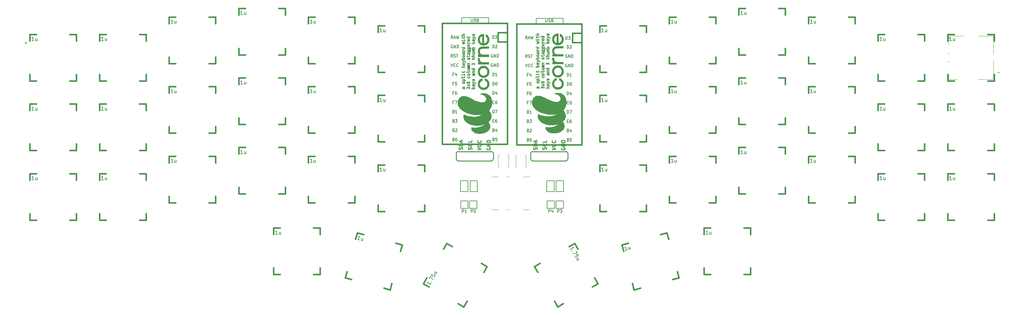
<source format=gbr>
G04 #@! TF.GenerationSoftware,KiCad,Pcbnew,(5.1.5)-3*
G04 #@! TF.CreationDate,2020-07-27T19:09:03+07:00*
G04 #@! TF.ProjectId,corne-classic,636f726e-652d-4636-9c61-737369632e6b,1.1*
G04 #@! TF.SameCoordinates,Original*
G04 #@! TF.FileFunction,Legend,Top*
G04 #@! TF.FilePolarity,Positive*
%FSLAX46Y46*%
G04 Gerber Fmt 4.6, Leading zero omitted, Abs format (unit mm)*
G04 Created by KiCad (PCBNEW (5.1.5)-3) date 2020-07-27 19:09:03*
%MOMM*%
%LPD*%
G04 APERTURE LIST*
%ADD10C,0.200000*%
%ADD11C,0.381000*%
%ADD12C,0.280000*%
%ADD13C,0.150000*%
%ADD14C,0.120000*%
%ADD15C,0.010000*%
%ADD16C,0.100000*%
%ADD17C,0.250000*%
%ADD18C,2.152600*%
%ADD19C,4.387800*%
%ADD20C,1.600000*%
%ADD21C,2.100000*%
%ADD22C,2.400000*%
%ADD23C,2.150000*%
%ADD24C,2.650000*%
%ADD25C,2.650000*%
%ADD26O,1.450000X60.400000*%
%ADD27O,2.100000X2.100000*%
%ADD28C,1.797000*%
%ADD29O,1.400000X6.550000*%
%ADD30O,1.400000X6.566000*%
%ADD31O,1.400000X17.400000*%
%ADD32R,2.400000X2.400000*%
%ADD33R,2.100000X1.300000*%
%ADD34C,5.400000*%
%ADD35R,1.560000X1.000000*%
%ADD36C,1.000000*%
%ADD37R,1.560000X0.700000*%
%ADD38O,2.100000X1.300000*%
%ADD39O,2.400000X1.300000*%
%ADD40C,4.200000*%
G04 APERTURE END LIST*
D10*
X142971000Y-22733000D02*
X142971000Y-24257000D01*
D11*
X148051000Y-26797000D02*
X148051000Y-57277000D01*
X148051000Y-24257000D02*
X130271000Y-24257000D01*
D10*
X142971000Y-22733000D02*
X135605000Y-22733000D01*
X135605000Y-22733000D02*
X135605000Y-24257000D01*
D11*
X130271000Y-57277000D02*
X130271000Y-26797000D01*
X145511000Y-26797000D02*
X145511000Y-29337000D01*
X145511000Y-29337000D02*
X148051000Y-29337000D01*
X130271000Y-26797000D02*
X130271000Y-24257000D01*
X130271000Y-57277000D02*
X148051000Y-57277000D01*
X148051000Y-24257000D02*
X148051000Y-26797000D01*
X145511000Y-26797000D02*
X148051000Y-26797000D01*
D10*
X163302000Y-22834600D02*
X163302000Y-24358600D01*
D11*
X168382000Y-26898600D02*
X168382000Y-57378600D01*
X168382000Y-24358600D02*
X150602000Y-24358600D01*
D10*
X163302000Y-22834600D02*
X155936000Y-22834600D01*
X155936000Y-22834600D02*
X155936000Y-24358600D01*
D11*
X150602000Y-57378600D02*
X150602000Y-26898600D01*
X165842000Y-26898600D02*
X165842000Y-29438600D01*
X165842000Y-29438600D02*
X168382000Y-29438600D01*
X150602000Y-26898600D02*
X150602000Y-24358600D01*
X150602000Y-57378600D02*
X168382000Y-57378600D01*
X168382000Y-24358600D02*
X168382000Y-26898600D01*
X165842000Y-26898600D02*
X168382000Y-26898600D01*
X179324870Y-84749672D02*
X181042286Y-84289492D01*
X182611872Y-97016930D02*
X182151692Y-95299514D01*
X184329288Y-96556750D02*
X182611872Y-97016930D01*
X194879130Y-93729928D02*
X193161714Y-94190108D01*
X179785050Y-86467088D02*
X179324870Y-84749672D01*
X189874712Y-81922850D02*
X191592128Y-81462670D01*
X191592128Y-81462670D02*
X192052308Y-83180086D01*
X194418950Y-92012512D02*
X194879130Y-93729928D01*
X201752000Y-80139800D02*
X203530000Y-80139800D01*
X201752000Y-92839800D02*
X201752000Y-91061800D01*
X203530000Y-92839800D02*
X201752000Y-92839800D01*
X214452000Y-92839800D02*
X212674000Y-92839800D01*
X201752000Y-81917800D02*
X201752000Y-80139800D01*
X212674000Y-80139800D02*
X214452000Y-80139800D01*
X214452000Y-80139800D02*
X214452000Y-81917800D01*
X214452000Y-91061800D02*
X214452000Y-92839800D01*
X173252000Y-62889800D02*
X175030000Y-62889800D01*
X173252000Y-75589800D02*
X173252000Y-73811800D01*
X175030000Y-75589800D02*
X173252000Y-75589800D01*
X185952000Y-75589800D02*
X184174000Y-75589800D01*
X173252000Y-64667800D02*
X173252000Y-62889800D01*
X184174000Y-62889800D02*
X185952000Y-62889800D01*
X185952000Y-62889800D02*
X185952000Y-64667800D01*
X185952000Y-73811800D02*
X185952000Y-75589800D01*
X192252000Y-60514800D02*
X194030000Y-60514800D01*
X192252000Y-73214800D02*
X192252000Y-71436800D01*
X194030000Y-73214800D02*
X192252000Y-73214800D01*
X204952000Y-73214800D02*
X203174000Y-73214800D01*
X192252000Y-62292800D02*
X192252000Y-60514800D01*
X203174000Y-60514800D02*
X204952000Y-60514800D01*
X204952000Y-60514800D02*
X204952000Y-62292800D01*
X204952000Y-71436800D02*
X204952000Y-73214800D01*
X211252000Y-58139800D02*
X213030000Y-58139800D01*
X211252000Y-70839800D02*
X211252000Y-69061800D01*
X213030000Y-70839800D02*
X211252000Y-70839800D01*
X223952000Y-70839800D02*
X222174000Y-70839800D01*
X211252000Y-59917800D02*
X211252000Y-58139800D01*
X222174000Y-58139800D02*
X223952000Y-58139800D01*
X223952000Y-58139800D02*
X223952000Y-59917800D01*
X223952000Y-69061800D02*
X223952000Y-70839800D01*
X230252000Y-60514800D02*
X232030000Y-60514800D01*
X230252000Y-73214800D02*
X230252000Y-71436800D01*
X232030000Y-73214800D02*
X230252000Y-73214800D01*
X242952000Y-73214800D02*
X241174000Y-73214800D01*
X230252000Y-62292800D02*
X230252000Y-60514800D01*
X241174000Y-60514800D02*
X242952000Y-60514800D01*
X242952000Y-60514800D02*
X242952000Y-62292800D01*
X242952000Y-71436800D02*
X242952000Y-73214800D01*
X249252000Y-65264800D02*
X251030000Y-65264800D01*
X249252000Y-77964800D02*
X249252000Y-76186800D01*
X251030000Y-77964800D02*
X249252000Y-77964800D01*
X261952000Y-77964800D02*
X260174000Y-77964800D01*
X249252000Y-67042800D02*
X249252000Y-65264800D01*
X260174000Y-65264800D02*
X261952000Y-65264800D01*
X261952000Y-65264800D02*
X261952000Y-67042800D01*
X261952000Y-76186800D02*
X261952000Y-77964800D01*
X268252000Y-65264800D02*
X270030000Y-65264800D01*
X268252000Y-77964800D02*
X268252000Y-76186800D01*
X270030000Y-77964800D02*
X268252000Y-77964800D01*
X280952000Y-77964800D02*
X279174000Y-77964800D01*
X268252000Y-67042800D02*
X268252000Y-65264800D01*
X279174000Y-65264800D02*
X280952000Y-65264800D01*
X280952000Y-65264800D02*
X280952000Y-67042800D01*
X280952000Y-76186800D02*
X280952000Y-77964800D01*
X173252000Y-43889800D02*
X175030000Y-43889800D01*
X173252000Y-56589800D02*
X173252000Y-54811800D01*
X175030000Y-56589800D02*
X173252000Y-56589800D01*
X185952000Y-56589800D02*
X184174000Y-56589800D01*
X173252000Y-45667800D02*
X173252000Y-43889800D01*
X184174000Y-43889800D02*
X185952000Y-43889800D01*
X185952000Y-43889800D02*
X185952000Y-45667800D01*
X185952000Y-54811800D02*
X185952000Y-56589800D01*
X192252000Y-41514800D02*
X194030000Y-41514800D01*
X192252000Y-54214800D02*
X192252000Y-52436800D01*
X194030000Y-54214800D02*
X192252000Y-54214800D01*
X204952000Y-54214800D02*
X203174000Y-54214800D01*
X192252000Y-43292800D02*
X192252000Y-41514800D01*
X203174000Y-41514800D02*
X204952000Y-41514800D01*
X204952000Y-41514800D02*
X204952000Y-43292800D01*
X204952000Y-52436800D02*
X204952000Y-54214800D01*
X211252000Y-39139800D02*
X213030000Y-39139800D01*
X211252000Y-51839800D02*
X211252000Y-50061800D01*
X213030000Y-51839800D02*
X211252000Y-51839800D01*
X223952000Y-51839800D02*
X222174000Y-51839800D01*
X211252000Y-40917800D02*
X211252000Y-39139800D01*
X222174000Y-39139800D02*
X223952000Y-39139800D01*
X223952000Y-39139800D02*
X223952000Y-40917800D01*
X223952000Y-50061800D02*
X223952000Y-51839800D01*
X230252000Y-41514800D02*
X232030000Y-41514800D01*
X230252000Y-54214800D02*
X230252000Y-52436800D01*
X232030000Y-54214800D02*
X230252000Y-54214800D01*
X242952000Y-54214800D02*
X241174000Y-54214800D01*
X230252000Y-43292800D02*
X230252000Y-41514800D01*
X241174000Y-41514800D02*
X242952000Y-41514800D01*
X242952000Y-41514800D02*
X242952000Y-43292800D01*
X242952000Y-52436800D02*
X242952000Y-54214800D01*
X249252000Y-46264800D02*
X251030000Y-46264800D01*
X249252000Y-58964800D02*
X249252000Y-57186800D01*
X251030000Y-58964800D02*
X249252000Y-58964800D01*
X261952000Y-58964800D02*
X260174000Y-58964800D01*
X249252000Y-48042800D02*
X249252000Y-46264800D01*
X260174000Y-46264800D02*
X261952000Y-46264800D01*
X261952000Y-46264800D02*
X261952000Y-48042800D01*
X261952000Y-57186800D02*
X261952000Y-58964800D01*
X268252000Y-46264800D02*
X270030000Y-46264800D01*
X268252000Y-58964800D02*
X268252000Y-57186800D01*
X270030000Y-58964800D02*
X268252000Y-58964800D01*
X280952000Y-58964800D02*
X279174000Y-58964800D01*
X268252000Y-48042800D02*
X268252000Y-46264800D01*
X279174000Y-46264800D02*
X280952000Y-46264800D01*
X280952000Y-46264800D02*
X280952000Y-48042800D01*
X280952000Y-57186800D02*
X280952000Y-58964800D01*
X173252000Y-24889800D02*
X175030000Y-24889800D01*
X173252000Y-37589800D02*
X173252000Y-35811800D01*
X175030000Y-37589800D02*
X173252000Y-37589800D01*
X185952000Y-37589800D02*
X184174000Y-37589800D01*
X173252000Y-26667800D02*
X173252000Y-24889800D01*
X184174000Y-24889800D02*
X185952000Y-24889800D01*
X185952000Y-24889800D02*
X185952000Y-26667800D01*
X185952000Y-35811800D02*
X185952000Y-37589800D01*
X192252000Y-22514800D02*
X194030000Y-22514800D01*
X192252000Y-35214800D02*
X192252000Y-33436800D01*
X194030000Y-35214800D02*
X192252000Y-35214800D01*
X204952000Y-35214800D02*
X203174000Y-35214800D01*
X192252000Y-24292800D02*
X192252000Y-22514800D01*
X203174000Y-22514800D02*
X204952000Y-22514800D01*
X204952000Y-22514800D02*
X204952000Y-24292800D01*
X204952000Y-33436800D02*
X204952000Y-35214800D01*
X211252000Y-20139800D02*
X213030000Y-20139800D01*
X211252000Y-32839800D02*
X211252000Y-31061800D01*
X213030000Y-32839800D02*
X211252000Y-32839800D01*
X223952000Y-32839800D02*
X222174000Y-32839800D01*
X211252000Y-21917800D02*
X211252000Y-20139800D01*
X222174000Y-20139800D02*
X223952000Y-20139800D01*
X223952000Y-20139800D02*
X223952000Y-21917800D01*
X223952000Y-31061800D02*
X223952000Y-32839800D01*
X230252000Y-22514800D02*
X232030000Y-22514800D01*
X230252000Y-35214800D02*
X230252000Y-33436800D01*
X232030000Y-35214800D02*
X230252000Y-35214800D01*
X242952000Y-35214800D02*
X241174000Y-35214800D01*
X230252000Y-24292800D02*
X230252000Y-22514800D01*
X241174000Y-22514800D02*
X242952000Y-22514800D01*
X242952000Y-22514800D02*
X242952000Y-24292800D01*
X242952000Y-33436800D02*
X242952000Y-35214800D01*
X249252000Y-27264800D02*
X251030000Y-27264800D01*
X249252000Y-39964800D02*
X249252000Y-38186800D01*
X251030000Y-39964800D02*
X249252000Y-39964800D01*
X261952000Y-39964800D02*
X260174000Y-39964800D01*
X249252000Y-29042800D02*
X249252000Y-27264800D01*
X260174000Y-27264800D02*
X261952000Y-27264800D01*
X261952000Y-27264800D02*
X261952000Y-29042800D01*
X261952000Y-38186800D02*
X261952000Y-39964800D01*
X268252000Y-27264800D02*
X270030000Y-27264800D01*
X268252000Y-39964800D02*
X268252000Y-38186800D01*
X270030000Y-39964800D02*
X268252000Y-39964800D01*
X280952000Y-39964800D02*
X279174000Y-39964800D01*
X268252000Y-29042800D02*
X268252000Y-27264800D01*
X279174000Y-27264800D02*
X280952000Y-27264800D01*
X280952000Y-27264800D02*
X280952000Y-29042800D01*
X280952000Y-38186800D02*
X280952000Y-39964800D01*
X107060872Y-81462670D02*
X108778288Y-81922850D01*
X103773870Y-93729928D02*
X104234050Y-92012512D01*
X105491286Y-94190108D02*
X103773870Y-93729928D01*
X116041128Y-97016930D02*
X114323712Y-96556750D01*
X106600692Y-83180086D02*
X107060872Y-81462670D01*
X117610714Y-84289492D02*
X119328130Y-84749672D01*
X119328130Y-84749672D02*
X118867950Y-86467088D01*
X116501308Y-95299514D02*
X116041128Y-97016930D01*
X84201400Y-80139800D02*
X85979400Y-80139800D01*
X84201400Y-92839800D02*
X84201400Y-91061800D01*
X85979400Y-92839800D02*
X84201400Y-92839800D01*
X96901400Y-92839800D02*
X95123400Y-92839800D01*
X84201400Y-81917800D02*
X84201400Y-80139800D01*
X95123400Y-80139800D02*
X96901400Y-80139800D01*
X96901400Y-80139800D02*
X96901400Y-81917800D01*
X96901400Y-91061800D02*
X96901400Y-92839800D01*
X112701000Y-62889800D02*
X114479000Y-62889800D01*
X112701000Y-75589800D02*
X112701000Y-73811800D01*
X114479000Y-75589800D02*
X112701000Y-75589800D01*
X125401000Y-75589800D02*
X123623000Y-75589800D01*
X112701000Y-64667800D02*
X112701000Y-62889800D01*
X123623000Y-62889800D02*
X125401000Y-62889800D01*
X125401000Y-62889800D02*
X125401000Y-64667800D01*
X125401000Y-73811800D02*
X125401000Y-75589800D01*
X93701000Y-60514800D02*
X95479000Y-60514800D01*
X93701000Y-73214800D02*
X93701000Y-71436800D01*
X95479000Y-73214800D02*
X93701000Y-73214800D01*
X106401000Y-73214800D02*
X104623000Y-73214800D01*
X93701000Y-62292800D02*
X93701000Y-60514800D01*
X104623000Y-60514800D02*
X106401000Y-60514800D01*
X106401000Y-60514800D02*
X106401000Y-62292800D01*
X106401000Y-71436800D02*
X106401000Y-73214800D01*
X74701400Y-58139800D02*
X76479400Y-58139800D01*
X74701400Y-70839800D02*
X74701400Y-69061800D01*
X76479400Y-70839800D02*
X74701400Y-70839800D01*
X87401400Y-70839800D02*
X85623400Y-70839800D01*
X74701400Y-59917800D02*
X74701400Y-58139800D01*
X85623400Y-58139800D02*
X87401400Y-58139800D01*
X87401400Y-58139800D02*
X87401400Y-59917800D01*
X87401400Y-69061800D02*
X87401400Y-70839800D01*
X55701400Y-60514800D02*
X57479400Y-60514800D01*
X55701400Y-73214800D02*
X55701400Y-71436800D01*
X57479400Y-73214800D02*
X55701400Y-73214800D01*
X68401400Y-73214800D02*
X66623400Y-73214800D01*
X55701400Y-62292800D02*
X55701400Y-60514800D01*
X66623400Y-60514800D02*
X68401400Y-60514800D01*
X68401400Y-60514800D02*
X68401400Y-62292800D01*
X68401400Y-71436800D02*
X68401400Y-73214800D01*
X36701400Y-65264800D02*
X38479400Y-65264800D01*
X36701400Y-77964800D02*
X36701400Y-76186800D01*
X38479400Y-77964800D02*
X36701400Y-77964800D01*
X49401400Y-77964800D02*
X47623400Y-77964800D01*
X36701400Y-67042800D02*
X36701400Y-65264800D01*
X47623400Y-65264800D02*
X49401400Y-65264800D01*
X49401400Y-65264800D02*
X49401400Y-67042800D01*
X49401400Y-76186800D02*
X49401400Y-77964800D01*
X17701400Y-65264800D02*
X19479400Y-65264800D01*
X17701400Y-77964800D02*
X17701400Y-76186800D01*
X19479400Y-77964800D02*
X17701400Y-77964800D01*
X30401400Y-77964800D02*
X28623400Y-77964800D01*
X17701400Y-67042800D02*
X17701400Y-65264800D01*
X28623400Y-65264800D02*
X30401400Y-65264800D01*
X30401400Y-65264800D02*
X30401400Y-67042800D01*
X30401400Y-76186800D02*
X30401400Y-77964800D01*
X112701000Y-43889800D02*
X114479000Y-43889800D01*
X112701000Y-56589800D02*
X112701000Y-54811800D01*
X114479000Y-56589800D02*
X112701000Y-56589800D01*
X125401000Y-56589800D02*
X123623000Y-56589800D01*
X112701000Y-45667800D02*
X112701000Y-43889800D01*
X123623000Y-43889800D02*
X125401000Y-43889800D01*
X125401000Y-43889800D02*
X125401000Y-45667800D01*
X125401000Y-54811800D02*
X125401000Y-56589800D01*
X93701000Y-41514800D02*
X95479000Y-41514800D01*
X93701000Y-54214800D02*
X93701000Y-52436800D01*
X95479000Y-54214800D02*
X93701000Y-54214800D01*
X106401000Y-54214800D02*
X104623000Y-54214800D01*
X93701000Y-43292800D02*
X93701000Y-41514800D01*
X104623000Y-41514800D02*
X106401000Y-41514800D01*
X106401000Y-41514800D02*
X106401000Y-43292800D01*
X106401000Y-52436800D02*
X106401000Y-54214800D01*
X74701400Y-39139800D02*
X76479400Y-39139800D01*
X74701400Y-51839800D02*
X74701400Y-50061800D01*
X76479400Y-51839800D02*
X74701400Y-51839800D01*
X87401400Y-51839800D02*
X85623400Y-51839800D01*
X74701400Y-40917800D02*
X74701400Y-39139800D01*
X85623400Y-39139800D02*
X87401400Y-39139800D01*
X87401400Y-39139800D02*
X87401400Y-40917800D01*
X87401400Y-50061800D02*
X87401400Y-51839800D01*
X55701400Y-41514800D02*
X57479400Y-41514800D01*
X55701400Y-54214800D02*
X55701400Y-52436800D01*
X57479400Y-54214800D02*
X55701400Y-54214800D01*
X68401400Y-54214800D02*
X66623400Y-54214800D01*
X55701400Y-43292800D02*
X55701400Y-41514800D01*
X66623400Y-41514800D02*
X68401400Y-41514800D01*
X68401400Y-41514800D02*
X68401400Y-43292800D01*
X68401400Y-52436800D02*
X68401400Y-54214800D01*
X36701400Y-46264800D02*
X38479400Y-46264800D01*
X36701400Y-58964800D02*
X36701400Y-57186800D01*
X38479400Y-58964800D02*
X36701400Y-58964800D01*
X49401400Y-58964800D02*
X47623400Y-58964800D01*
X36701400Y-48042800D02*
X36701400Y-46264800D01*
X47623400Y-46264800D02*
X49401400Y-46264800D01*
X49401400Y-46264800D02*
X49401400Y-48042800D01*
X49401400Y-57186800D02*
X49401400Y-58964800D01*
X17701400Y-46264800D02*
X19479400Y-46264800D01*
X17701400Y-58964800D02*
X17701400Y-57186800D01*
X19479400Y-58964800D02*
X17701400Y-58964800D01*
X30401400Y-58964800D02*
X28623400Y-58964800D01*
X17701400Y-48042800D02*
X17701400Y-46264800D01*
X28623400Y-46264800D02*
X30401400Y-46264800D01*
X30401400Y-46264800D02*
X30401400Y-48042800D01*
X30401400Y-57186800D02*
X30401400Y-58964800D01*
X112701000Y-24889800D02*
X114479000Y-24889800D01*
X112701000Y-37589800D02*
X112701000Y-35811800D01*
X114479000Y-37589800D02*
X112701000Y-37589800D01*
X125401000Y-37589800D02*
X123623000Y-37589800D01*
X112701000Y-26667800D02*
X112701000Y-24889800D01*
X123623000Y-24889800D02*
X125401000Y-24889800D01*
X125401000Y-24889800D02*
X125401000Y-26667800D01*
X125401000Y-35811800D02*
X125401000Y-37589800D01*
X93701000Y-22514800D02*
X95479000Y-22514800D01*
X93701000Y-35214800D02*
X93701000Y-33436800D01*
X95479000Y-35214800D02*
X93701000Y-35214800D01*
X106401000Y-35214800D02*
X104623000Y-35214800D01*
X93701000Y-24292800D02*
X93701000Y-22514800D01*
X104623000Y-22514800D02*
X106401000Y-22514800D01*
X106401000Y-22514800D02*
X106401000Y-24292800D01*
X106401000Y-33436800D02*
X106401000Y-35214800D01*
X74701400Y-20139800D02*
X76479400Y-20139800D01*
X74701400Y-32839800D02*
X74701400Y-31061800D01*
X76479400Y-32839800D02*
X74701400Y-32839800D01*
X87401400Y-32839800D02*
X85623400Y-32839800D01*
X74701400Y-21917800D02*
X74701400Y-20139800D01*
X85623400Y-20139800D02*
X87401400Y-20139800D01*
X87401400Y-20139800D02*
X87401400Y-21917800D01*
X87401400Y-31061800D02*
X87401400Y-32839800D01*
X55701400Y-22514800D02*
X57479400Y-22514800D01*
X55701400Y-35214800D02*
X55701400Y-33436800D01*
X57479400Y-35214800D02*
X55701400Y-35214800D01*
X68401400Y-35214800D02*
X66623400Y-35214800D01*
X55701400Y-24292800D02*
X55701400Y-22514800D01*
X66623400Y-22514800D02*
X68401400Y-22514800D01*
X68401400Y-22514800D02*
X68401400Y-24292800D01*
X68401400Y-33436800D02*
X68401400Y-35214800D01*
X36701400Y-27264800D02*
X38479400Y-27264800D01*
X36701400Y-39964800D02*
X36701400Y-38186800D01*
X38479400Y-39964800D02*
X36701400Y-39964800D01*
X49401400Y-39964800D02*
X47623400Y-39964800D01*
X36701400Y-29042800D02*
X36701400Y-27264800D01*
X47623400Y-27264800D02*
X49401400Y-27264800D01*
X49401400Y-27264800D02*
X49401400Y-29042800D01*
X49401400Y-38186800D02*
X49401400Y-39964800D01*
X17701400Y-27264800D02*
X19479400Y-27264800D01*
X17701400Y-39964800D02*
X17701400Y-38186800D01*
X19479400Y-39964800D02*
X17701400Y-39964800D01*
X30401400Y-39964800D02*
X28623400Y-39964800D01*
X17701400Y-29042800D02*
X17701400Y-27264800D01*
X28623400Y-27264800D02*
X30401400Y-27264800D01*
X30401400Y-27264800D02*
X30401400Y-29042800D01*
X30401400Y-38186800D02*
X30401400Y-39964800D01*
X166414261Y-84315539D02*
X167303261Y-85855332D01*
X155415739Y-90665539D02*
X156955532Y-89776539D01*
X156304739Y-92205332D02*
X155415739Y-90665539D01*
X161765739Y-101664061D02*
X160876739Y-100124268D01*
X164874468Y-85204539D02*
X166414261Y-84315539D01*
X171875261Y-93774268D02*
X172764261Y-95314061D01*
X172764261Y-95314061D02*
X171224468Y-96203061D01*
X163305532Y-100775061D02*
X161765739Y-101664061D01*
X125126739Y-95314061D02*
X126015739Y-93774268D01*
X136125261Y-101664061D02*
X134585468Y-100775061D01*
X137014261Y-100124268D02*
X136125261Y-101664061D01*
X142475261Y-90665539D02*
X141586261Y-92205332D01*
X126666532Y-96203061D02*
X125126739Y-95314061D01*
X130587739Y-85855332D02*
X131476739Y-84315539D01*
X131476739Y-84315539D02*
X133016532Y-85204539D01*
X140935468Y-89776539D02*
X142475261Y-90665539D01*
D12*
X134589000Y-61798200D02*
G75*
G02X134081000Y-61290200I0J508000D01*
G01*
X134081000Y-59766200D02*
G75*
G02X134589000Y-59258200I508000J0D01*
G01*
X143733000Y-59258200D02*
G75*
G02X144241000Y-59766200I0J-508000D01*
G01*
X144241000Y-61290200D02*
G75*
G02X143733000Y-61798200I-508000J0D01*
G01*
X134589000Y-61798200D02*
X143733000Y-61798200D01*
X134589000Y-59258200D02*
X143733000Y-59258200D01*
X144241000Y-59766200D02*
X144241000Y-61290200D01*
X134081000Y-61290200D02*
X134081000Y-59766200D01*
X154920000Y-61798200D02*
G75*
G02X154412000Y-61290200I0J508000D01*
G01*
X154412000Y-59766200D02*
G75*
G02X154920000Y-59258200I508000J0D01*
G01*
X164064000Y-59258200D02*
G75*
G02X164572000Y-59766200I0J-508000D01*
G01*
X164572000Y-61290200D02*
G75*
G02X164064000Y-61798200I-508000J0D01*
G01*
X154920000Y-61798200D02*
X164064000Y-61798200D01*
X154920000Y-59258200D02*
X164064000Y-59258200D01*
X164572000Y-59766200D02*
X164572000Y-61290200D01*
X154412000Y-61290200D02*
X154412000Y-59766200D01*
D13*
X139861760Y-70207940D02*
X139861760Y-67205660D01*
X137860240Y-70207940D02*
X139861760Y-70207940D01*
X137860240Y-67205660D02*
X137860240Y-70207940D01*
X139861760Y-67205660D02*
X137860240Y-67205660D01*
X137271760Y-70207940D02*
X137271760Y-67205660D01*
X135270240Y-70207940D02*
X137271760Y-70207940D01*
X135270240Y-67205660D02*
X135270240Y-70207940D01*
X137271760Y-67205660D02*
X135270240Y-67205660D01*
X160893000Y-72735800D02*
X158893000Y-72735800D01*
X158893000Y-72735800D02*
X158893000Y-74735800D01*
X158893000Y-74735800D02*
X160893000Y-74735800D01*
X160893000Y-74735800D02*
X160893000Y-72735800D01*
X163332000Y-72761800D02*
X161332000Y-72761800D01*
X161332000Y-72761800D02*
X161332000Y-74761800D01*
X161332000Y-74761800D02*
X163332000Y-74761800D01*
X163332000Y-74761800D02*
X163332000Y-72761800D01*
X137321000Y-72761800D02*
X135321000Y-72761800D01*
X135321000Y-72761800D02*
X135321000Y-74761800D01*
X135321000Y-74761800D02*
X137321000Y-74761800D01*
X137321000Y-74761800D02*
X137321000Y-72761800D01*
X139760000Y-72735800D02*
X137760000Y-72735800D01*
X137760000Y-72735800D02*
X137760000Y-74735800D01*
X137760000Y-74735800D02*
X139760000Y-74735800D01*
X139760000Y-74735800D02*
X139760000Y-72735800D01*
X160792760Y-70207940D02*
X160792760Y-67205660D01*
X158791240Y-70207940D02*
X160792760Y-70207940D01*
X158791240Y-67205660D02*
X158791240Y-70207940D01*
X160792760Y-67205660D02*
X158791240Y-67205660D01*
X163382760Y-70207940D02*
X163382760Y-67205660D01*
X161381240Y-70207940D02*
X163382760Y-70207940D01*
X161381240Y-67205660D02*
X161381240Y-70207940D01*
X163382760Y-67205660D02*
X161381240Y-67205660D01*
D14*
X268502000Y-27714800D02*
X272602000Y-27714800D01*
X272602000Y-39514800D02*
X268502000Y-39514800D01*
X268502000Y-30114800D02*
X268502000Y-27714800D01*
X268502000Y-34914800D02*
X268502000Y-32314800D01*
X268502000Y-39514800D02*
X268502000Y-37114800D01*
X281802000Y-37714800D02*
X282102000Y-37414800D01*
X276602000Y-39514800D02*
X280702000Y-39514800D01*
X276602000Y-27714800D02*
X280702000Y-27714800D01*
X282402000Y-37714800D02*
X281802000Y-37714800D01*
X282102000Y-37414800D02*
X282402000Y-37714800D01*
X280702000Y-39514800D02*
X280702000Y-27714800D01*
X148351000Y-63549800D02*
X148051000Y-63549800D01*
X148351000Y-60249800D02*
X148351000Y-63549800D01*
X148051000Y-60249800D02*
X148351000Y-60249800D01*
X145551000Y-63549800D02*
X145851000Y-63549800D01*
X145551000Y-60249800D02*
X145551000Y-63549800D01*
X145851000Y-60249800D02*
X145551000Y-60249800D01*
D15*
G36*
X134473526Y-45961643D02*
G01*
X134474204Y-45884909D01*
X134476195Y-45818726D01*
X134479842Y-45759949D01*
X134485489Y-45705434D01*
X134493477Y-45652038D01*
X134504150Y-45596614D01*
X134517851Y-45536019D01*
X134521677Y-45520156D01*
X134559304Y-45385372D01*
X134606089Y-45250961D01*
X134661052Y-45118787D01*
X134723217Y-44990719D01*
X134791605Y-44868622D01*
X134865238Y-44754364D01*
X134943138Y-44649810D01*
X135024327Y-44556829D01*
X135028953Y-44551999D01*
X135127438Y-44458042D01*
X135230130Y-44376665D01*
X135337896Y-44307433D01*
X135451602Y-44249912D01*
X135572115Y-44203668D01*
X135700302Y-44168267D01*
X135837027Y-44143275D01*
X135847156Y-44141875D01*
X135900251Y-44136367D01*
X135963556Y-44132532D01*
X136033653Y-44130369D01*
X136107127Y-44129878D01*
X136180558Y-44131061D01*
X136250529Y-44133916D01*
X136313624Y-44138445D01*
X136345703Y-44141836D01*
X136518149Y-44167640D01*
X136695786Y-44203696D01*
X136879054Y-44250142D01*
X137068396Y-44307115D01*
X137264253Y-44374753D01*
X137467065Y-44453192D01*
X137677274Y-44542570D01*
X137771659Y-44585138D01*
X137832102Y-44613504D01*
X137902324Y-44647568D01*
X137980178Y-44686228D01*
X138063519Y-44728377D01*
X138150200Y-44772912D01*
X138238075Y-44818727D01*
X138324997Y-44864718D01*
X138408821Y-44909780D01*
X138487399Y-44952808D01*
X138506200Y-44963243D01*
X138583516Y-45005728D01*
X138667007Y-45050592D01*
X138754563Y-45096766D01*
X138844077Y-45143179D01*
X138933440Y-45188761D01*
X139020544Y-45232442D01*
X139103281Y-45273152D01*
X139179542Y-45309820D01*
X139247218Y-45341376D01*
X139281929Y-45357013D01*
X139500062Y-45449655D01*
X139713446Y-45532196D01*
X139921679Y-45604540D01*
X140124358Y-45666585D01*
X140321081Y-45718234D01*
X140511444Y-45759388D01*
X140695047Y-45789947D01*
X140871487Y-45809813D01*
X141040360Y-45818887D01*
X141159470Y-45818617D01*
X141283452Y-45812238D01*
X141396825Y-45799991D01*
X141501587Y-45781443D01*
X141599736Y-45756165D01*
X141693271Y-45723723D01*
X141784173Y-45683694D01*
X141862930Y-45641614D01*
X141931298Y-45596708D01*
X141992603Y-45546669D01*
X142021447Y-45519205D01*
X142091010Y-45440274D01*
X142149265Y-45354118D01*
X142195995Y-45261603D01*
X142230985Y-45163591D01*
X142254022Y-45060948D01*
X142264889Y-44954535D01*
X142263373Y-44845219D01*
X142249259Y-44733862D01*
X142234089Y-44664183D01*
X142203690Y-44563943D01*
X142164262Y-44469541D01*
X142114827Y-44379334D01*
X142054407Y-44291683D01*
X141982026Y-44204945D01*
X141925324Y-44145494D01*
X141851729Y-44075634D01*
X141777165Y-44012758D01*
X141698828Y-43954863D01*
X141613914Y-43899946D01*
X141519618Y-43846001D01*
X141468389Y-43818929D01*
X141367565Y-43770174D01*
X141261820Y-43725142D01*
X141153400Y-43684513D01*
X141044549Y-43648966D01*
X140937514Y-43619180D01*
X140834539Y-43595836D01*
X140737872Y-43579613D01*
X140649757Y-43571190D01*
X140649754Y-43571190D01*
X140619050Y-43569260D01*
X140594134Y-43567043D01*
X140577742Y-43564825D01*
X140572537Y-43563069D01*
X140578157Y-43556551D01*
X140593166Y-43545348D01*
X140614822Y-43531210D01*
X140640385Y-43515882D01*
X140667114Y-43501112D01*
X140680335Y-43494346D01*
X140770506Y-43455474D01*
X140872217Y-43422259D01*
X140984413Y-43394894D01*
X141106040Y-43373569D01*
X141236042Y-43358476D01*
X141373365Y-43349807D01*
X141488983Y-43347625D01*
X141679594Y-43353664D01*
X141863813Y-43371778D01*
X142041881Y-43402020D01*
X142214041Y-43444444D01*
X142380532Y-43499104D01*
X142541596Y-43566053D01*
X142601091Y-43594560D01*
X142750357Y-43676055D01*
X142890074Y-43767395D01*
X143020211Y-43868527D01*
X143140738Y-43979402D01*
X143251625Y-44099969D01*
X143352839Y-44230175D01*
X143444351Y-44369971D01*
X143526131Y-44519306D01*
X143598146Y-44678128D01*
X143660366Y-44846387D01*
X143712762Y-45024031D01*
X143755301Y-45211010D01*
X143787954Y-45407272D01*
X143809396Y-45597805D01*
X143813258Y-45649585D01*
X143816565Y-45709688D01*
X143819270Y-45775457D01*
X143821324Y-45844233D01*
X143822680Y-45913358D01*
X143823288Y-45980173D01*
X143823100Y-46042022D01*
X143822070Y-46096246D01*
X143820147Y-46140186D01*
X143819431Y-46150427D01*
X143805309Y-46283087D01*
X143783434Y-46421922D01*
X143754664Y-46562411D01*
X143719855Y-46700034D01*
X143706277Y-46747116D01*
X143652451Y-46910408D01*
X143588142Y-47075744D01*
X143514542Y-47240866D01*
X143432845Y-47403520D01*
X143344242Y-47561449D01*
X143249926Y-47712396D01*
X143151090Y-47854106D01*
X143058295Y-47973048D01*
X143038287Y-47997328D01*
X143020799Y-48018659D01*
X143008184Y-48034167D01*
X143003691Y-48039789D01*
X143001032Y-48045350D01*
X143001704Y-48052947D01*
X143006661Y-48064341D01*
X143016858Y-48081292D01*
X143033250Y-48105561D01*
X143056792Y-48138909D01*
X143059542Y-48142762D01*
X143173605Y-48310535D01*
X143275947Y-48477818D01*
X143366341Y-48644114D01*
X143444563Y-48808924D01*
X143510385Y-48971753D01*
X143563581Y-49132103D01*
X143603927Y-49289478D01*
X143621072Y-49377577D01*
X143627706Y-49425571D01*
X143633082Y-49482983D01*
X143637089Y-49546315D01*
X143639618Y-49612071D01*
X143640557Y-49676752D01*
X143639795Y-49736861D01*
X143637223Y-49788900D01*
X143634872Y-49813891D01*
X143610425Y-49963603D01*
X143572524Y-50111174D01*
X143521312Y-50256352D01*
X143456935Y-50398887D01*
X143379536Y-50538529D01*
X143289261Y-50675028D01*
X143186252Y-50808133D01*
X143070655Y-50937594D01*
X142942615Y-51063162D01*
X142884204Y-51115515D01*
X142846774Y-51148883D01*
X142819290Y-51174920D01*
X142802043Y-51193332D01*
X142795322Y-51203824D01*
X142795546Y-51205620D01*
X142802210Y-51214213D01*
X142815063Y-51230643D01*
X142831798Y-51251962D01*
X142839360Y-51261577D01*
X142947543Y-51407594D01*
X143042009Y-51553260D01*
X143122767Y-51698594D01*
X143189824Y-51843614D01*
X143243188Y-51988339D01*
X143282868Y-52132787D01*
X143308871Y-52276977D01*
X143318360Y-52369429D01*
X143320975Y-52491326D01*
X143310835Y-52610611D01*
X143287727Y-52728327D01*
X143251441Y-52845516D01*
X143201765Y-52963222D01*
X143195056Y-52977100D01*
X143126925Y-53101131D01*
X143046077Y-53221578D01*
X142953146Y-53338053D01*
X142848767Y-53450169D01*
X142733575Y-53557539D01*
X142608204Y-53659774D01*
X142473290Y-53756488D01*
X142329467Y-53847292D01*
X142177371Y-53931798D01*
X142017635Y-54009620D01*
X141850896Y-54080370D01*
X141677787Y-54143660D01*
X141498943Y-54199103D01*
X141315001Y-54246310D01*
X141126593Y-54284895D01*
X141025605Y-54301645D01*
X140932314Y-54315044D01*
X140845952Y-54325529D01*
X140762239Y-54333458D01*
X140676897Y-54339187D01*
X140585646Y-54343074D01*
X140503875Y-54345127D01*
X140384361Y-54346125D01*
X140274492Y-54344250D01*
X140170449Y-54339321D01*
X140068414Y-54331153D01*
X139964567Y-54319566D01*
X139961551Y-54319185D01*
X139788027Y-54292625D01*
X139620565Y-54257883D01*
X139459679Y-54215286D01*
X139305886Y-54165164D01*
X139159700Y-54107843D01*
X139021639Y-54043654D01*
X138892217Y-53972923D01*
X138771950Y-53895979D01*
X138661354Y-53813150D01*
X138560944Y-53724765D01*
X138471237Y-53631151D01*
X138392748Y-53532638D01*
X138325993Y-53429552D01*
X138271487Y-53322223D01*
X138232078Y-53218376D01*
X138207569Y-53129456D01*
X138192269Y-53043032D01*
X138185509Y-52954121D01*
X138185916Y-52874562D01*
X138188376Y-52826140D01*
X138192012Y-52780457D01*
X138196540Y-52739669D01*
X138201677Y-52705927D01*
X138207139Y-52681385D01*
X138212642Y-52668198D01*
X138213195Y-52667575D01*
X138221083Y-52667170D01*
X138240160Y-52668795D01*
X138268081Y-52672173D01*
X138302499Y-52677032D01*
X138329242Y-52681172D01*
X138535769Y-52709592D01*
X138746251Y-52729549D01*
X138957900Y-52740960D01*
X139167929Y-52743739D01*
X139373548Y-52737804D01*
X139571970Y-52723069D01*
X139604578Y-52719706D01*
X139846520Y-52686919D01*
X140084366Y-52641093D01*
X140317819Y-52582351D01*
X140546579Y-52510814D01*
X140770348Y-52426606D01*
X140988828Y-52329850D01*
X141201720Y-52220666D01*
X141408727Y-52099180D01*
X141609549Y-51965512D01*
X141803889Y-51819785D01*
X141813336Y-51812260D01*
X141848655Y-51784067D01*
X141874635Y-51763301D01*
X141892627Y-51748772D01*
X141903981Y-51739292D01*
X141910047Y-51733669D01*
X141912176Y-51730716D01*
X141911719Y-51729241D01*
X141910026Y-51728057D01*
X141909473Y-51727574D01*
X141902157Y-51728759D01*
X141884201Y-51734454D01*
X141857655Y-51743926D01*
X141824569Y-51756444D01*
X141786993Y-51771274D01*
X141786477Y-51771482D01*
X141549229Y-51859687D01*
X141304940Y-51936195D01*
X141053836Y-52000958D01*
X140796142Y-52053927D01*
X140532087Y-52095054D01*
X140261896Y-52124290D01*
X140078254Y-52137163D01*
X140018760Y-52139677D01*
X139948961Y-52141338D01*
X139871412Y-52142182D01*
X139788672Y-52142243D01*
X139703297Y-52141557D01*
X139617844Y-52140159D01*
X139534871Y-52138085D01*
X139456935Y-52135371D01*
X139386593Y-52132051D01*
X139326402Y-52128161D01*
X139305956Y-52126472D01*
X139049733Y-52098174D01*
X138799816Y-52059597D01*
X138556755Y-52010894D01*
X138321097Y-51952215D01*
X138093391Y-51883713D01*
X137874186Y-51805539D01*
X137664029Y-51717844D01*
X137463469Y-51620780D01*
X137449010Y-51613222D01*
X137277446Y-51517438D01*
X137115833Y-51415753D01*
X136964497Y-51308530D01*
X136823767Y-51196134D01*
X136693970Y-51078926D01*
X136575433Y-50957271D01*
X136468485Y-50831532D01*
X136373452Y-50702071D01*
X136290663Y-50569252D01*
X136220445Y-50433439D01*
X136163125Y-50294995D01*
X136119032Y-50154282D01*
X136113380Y-50132203D01*
X136083825Y-49985803D01*
X136067875Y-49839728D01*
X136065531Y-49694327D01*
X136076794Y-49549946D01*
X136101665Y-49406934D01*
X136111210Y-49366616D01*
X136119489Y-49335690D01*
X136129656Y-49300871D01*
X136140912Y-49264541D01*
X136152458Y-49229086D01*
X136163495Y-49196888D01*
X136173224Y-49170332D01*
X136180845Y-49151802D01*
X136185560Y-49143682D01*
X136185999Y-49143508D01*
X136194178Y-49146220D01*
X136211798Y-49153516D01*
X136235877Y-49164130D01*
X136252124Y-49171539D01*
X136491937Y-49275578D01*
X136741177Y-49370952D01*
X136998308Y-49457260D01*
X137261795Y-49534103D01*
X137530103Y-49601083D01*
X137801697Y-49657801D01*
X138075042Y-49703856D01*
X138348603Y-49738852D01*
X138485605Y-49752130D01*
X138534334Y-49755562D01*
X138593787Y-49758479D01*
X138661821Y-49760872D01*
X138736293Y-49762732D01*
X138815061Y-49764048D01*
X138895983Y-49764812D01*
X138976917Y-49765012D01*
X139055720Y-49764641D01*
X139130249Y-49763687D01*
X139198363Y-49762141D01*
X139257919Y-49759993D01*
X139306775Y-49757235D01*
X139323118Y-49755933D01*
X139552067Y-49731091D01*
X139770912Y-49698019D01*
X139980756Y-49656427D01*
X140182697Y-49606022D01*
X140377837Y-49546511D01*
X140567277Y-49477602D01*
X140752117Y-49399003D01*
X140859524Y-49347935D01*
X140903168Y-49325750D01*
X140950716Y-49300514D01*
X141000742Y-49273081D01*
X141051821Y-49244305D01*
X141102528Y-49215040D01*
X141151439Y-49186142D01*
X141197129Y-49158465D01*
X141238172Y-49132863D01*
X141273144Y-49110191D01*
X141300619Y-49091302D01*
X141319174Y-49077053D01*
X141327383Y-49068296D01*
X141327659Y-49067214D01*
X141327836Y-49064377D01*
X141327054Y-49062605D01*
X141323347Y-49062250D01*
X141314746Y-49063667D01*
X141299284Y-49067209D01*
X141274994Y-49073230D01*
X141239908Y-49082083D01*
X141227520Y-49085208D01*
X140998413Y-49136603D01*
X140761015Y-49177446D01*
X140515802Y-49207753D01*
X140263247Y-49227540D01*
X140003825Y-49236822D01*
X139738013Y-49235616D01*
X139466284Y-49223936D01*
X139189113Y-49201799D01*
X138906976Y-49169220D01*
X138620347Y-49126214D01*
X138329701Y-49072798D01*
X138035513Y-49008987D01*
X137896031Y-48975378D01*
X137680882Y-48919413D01*
X137477554Y-48861302D01*
X137284220Y-48800394D01*
X137099051Y-48736041D01*
X136920222Y-48667593D01*
X136745904Y-48594401D01*
X136574271Y-48515813D01*
X136494794Y-48477216D01*
X136288118Y-48369890D01*
X136090949Y-48257060D01*
X135903584Y-48139034D01*
X135726322Y-48016124D01*
X135559461Y-47888641D01*
X135403299Y-47756893D01*
X135258133Y-47621192D01*
X135124263Y-47481848D01*
X135001985Y-47339171D01*
X134891598Y-47193472D01*
X134793399Y-47045061D01*
X134707688Y-46894247D01*
X134634761Y-46741342D01*
X134574917Y-46586655D01*
X134528454Y-46430498D01*
X134528189Y-46429452D01*
X134512387Y-46364981D01*
X134499867Y-46308661D01*
X134490269Y-46257411D01*
X134483233Y-46208153D01*
X134478400Y-46157807D01*
X134475410Y-46103293D01*
X134473902Y-46041532D01*
X134473517Y-45969444D01*
X134473526Y-45961643D01*
G37*
X134473526Y-45961643D02*
X134474204Y-45884909D01*
X134476195Y-45818726D01*
X134479842Y-45759949D01*
X134485489Y-45705434D01*
X134493477Y-45652038D01*
X134504150Y-45596614D01*
X134517851Y-45536019D01*
X134521677Y-45520156D01*
X134559304Y-45385372D01*
X134606089Y-45250961D01*
X134661052Y-45118787D01*
X134723217Y-44990719D01*
X134791605Y-44868622D01*
X134865238Y-44754364D01*
X134943138Y-44649810D01*
X135024327Y-44556829D01*
X135028953Y-44551999D01*
X135127438Y-44458042D01*
X135230130Y-44376665D01*
X135337896Y-44307433D01*
X135451602Y-44249912D01*
X135572115Y-44203668D01*
X135700302Y-44168267D01*
X135837027Y-44143275D01*
X135847156Y-44141875D01*
X135900251Y-44136367D01*
X135963556Y-44132532D01*
X136033653Y-44130369D01*
X136107127Y-44129878D01*
X136180558Y-44131061D01*
X136250529Y-44133916D01*
X136313624Y-44138445D01*
X136345703Y-44141836D01*
X136518149Y-44167640D01*
X136695786Y-44203696D01*
X136879054Y-44250142D01*
X137068396Y-44307115D01*
X137264253Y-44374753D01*
X137467065Y-44453192D01*
X137677274Y-44542570D01*
X137771659Y-44585138D01*
X137832102Y-44613504D01*
X137902324Y-44647568D01*
X137980178Y-44686228D01*
X138063519Y-44728377D01*
X138150200Y-44772912D01*
X138238075Y-44818727D01*
X138324997Y-44864718D01*
X138408821Y-44909780D01*
X138487399Y-44952808D01*
X138506200Y-44963243D01*
X138583516Y-45005728D01*
X138667007Y-45050592D01*
X138754563Y-45096766D01*
X138844077Y-45143179D01*
X138933440Y-45188761D01*
X139020544Y-45232442D01*
X139103281Y-45273152D01*
X139179542Y-45309820D01*
X139247218Y-45341376D01*
X139281929Y-45357013D01*
X139500062Y-45449655D01*
X139713446Y-45532196D01*
X139921679Y-45604540D01*
X140124358Y-45666585D01*
X140321081Y-45718234D01*
X140511444Y-45759388D01*
X140695047Y-45789947D01*
X140871487Y-45809813D01*
X141040360Y-45818887D01*
X141159470Y-45818617D01*
X141283452Y-45812238D01*
X141396825Y-45799991D01*
X141501587Y-45781443D01*
X141599736Y-45756165D01*
X141693271Y-45723723D01*
X141784173Y-45683694D01*
X141862930Y-45641614D01*
X141931298Y-45596708D01*
X141992603Y-45546669D01*
X142021447Y-45519205D01*
X142091010Y-45440274D01*
X142149265Y-45354118D01*
X142195995Y-45261603D01*
X142230985Y-45163591D01*
X142254022Y-45060948D01*
X142264889Y-44954535D01*
X142263373Y-44845219D01*
X142249259Y-44733862D01*
X142234089Y-44664183D01*
X142203690Y-44563943D01*
X142164262Y-44469541D01*
X142114827Y-44379334D01*
X142054407Y-44291683D01*
X141982026Y-44204945D01*
X141925324Y-44145494D01*
X141851729Y-44075634D01*
X141777165Y-44012758D01*
X141698828Y-43954863D01*
X141613914Y-43899946D01*
X141519618Y-43846001D01*
X141468389Y-43818929D01*
X141367565Y-43770174D01*
X141261820Y-43725142D01*
X141153400Y-43684513D01*
X141044549Y-43648966D01*
X140937514Y-43619180D01*
X140834539Y-43595836D01*
X140737872Y-43579613D01*
X140649757Y-43571190D01*
X140649754Y-43571190D01*
X140619050Y-43569260D01*
X140594134Y-43567043D01*
X140577742Y-43564825D01*
X140572537Y-43563069D01*
X140578157Y-43556551D01*
X140593166Y-43545348D01*
X140614822Y-43531210D01*
X140640385Y-43515882D01*
X140667114Y-43501112D01*
X140680335Y-43494346D01*
X140770506Y-43455474D01*
X140872217Y-43422259D01*
X140984413Y-43394894D01*
X141106040Y-43373569D01*
X141236042Y-43358476D01*
X141373365Y-43349807D01*
X141488983Y-43347625D01*
X141679594Y-43353664D01*
X141863813Y-43371778D01*
X142041881Y-43402020D01*
X142214041Y-43444444D01*
X142380532Y-43499104D01*
X142541596Y-43566053D01*
X142601091Y-43594560D01*
X142750357Y-43676055D01*
X142890074Y-43767395D01*
X143020211Y-43868527D01*
X143140738Y-43979402D01*
X143251625Y-44099969D01*
X143352839Y-44230175D01*
X143444351Y-44369971D01*
X143526131Y-44519306D01*
X143598146Y-44678128D01*
X143660366Y-44846387D01*
X143712762Y-45024031D01*
X143755301Y-45211010D01*
X143787954Y-45407272D01*
X143809396Y-45597805D01*
X143813258Y-45649585D01*
X143816565Y-45709688D01*
X143819270Y-45775457D01*
X143821324Y-45844233D01*
X143822680Y-45913358D01*
X143823288Y-45980173D01*
X143823100Y-46042022D01*
X143822070Y-46096246D01*
X143820147Y-46140186D01*
X143819431Y-46150427D01*
X143805309Y-46283087D01*
X143783434Y-46421922D01*
X143754664Y-46562411D01*
X143719855Y-46700034D01*
X143706277Y-46747116D01*
X143652451Y-46910408D01*
X143588142Y-47075744D01*
X143514542Y-47240866D01*
X143432845Y-47403520D01*
X143344242Y-47561449D01*
X143249926Y-47712396D01*
X143151090Y-47854106D01*
X143058295Y-47973048D01*
X143038287Y-47997328D01*
X143020799Y-48018659D01*
X143008184Y-48034167D01*
X143003691Y-48039789D01*
X143001032Y-48045350D01*
X143001704Y-48052947D01*
X143006661Y-48064341D01*
X143016858Y-48081292D01*
X143033250Y-48105561D01*
X143056792Y-48138909D01*
X143059542Y-48142762D01*
X143173605Y-48310535D01*
X143275947Y-48477818D01*
X143366341Y-48644114D01*
X143444563Y-48808924D01*
X143510385Y-48971753D01*
X143563581Y-49132103D01*
X143603927Y-49289478D01*
X143621072Y-49377577D01*
X143627706Y-49425571D01*
X143633082Y-49482983D01*
X143637089Y-49546315D01*
X143639618Y-49612071D01*
X143640557Y-49676752D01*
X143639795Y-49736861D01*
X143637223Y-49788900D01*
X143634872Y-49813891D01*
X143610425Y-49963603D01*
X143572524Y-50111174D01*
X143521312Y-50256352D01*
X143456935Y-50398887D01*
X143379536Y-50538529D01*
X143289261Y-50675028D01*
X143186252Y-50808133D01*
X143070655Y-50937594D01*
X142942615Y-51063162D01*
X142884204Y-51115515D01*
X142846774Y-51148883D01*
X142819290Y-51174920D01*
X142802043Y-51193332D01*
X142795322Y-51203824D01*
X142795546Y-51205620D01*
X142802210Y-51214213D01*
X142815063Y-51230643D01*
X142831798Y-51251962D01*
X142839360Y-51261577D01*
X142947543Y-51407594D01*
X143042009Y-51553260D01*
X143122767Y-51698594D01*
X143189824Y-51843614D01*
X143243188Y-51988339D01*
X143282868Y-52132787D01*
X143308871Y-52276977D01*
X143318360Y-52369429D01*
X143320975Y-52491326D01*
X143310835Y-52610611D01*
X143287727Y-52728327D01*
X143251441Y-52845516D01*
X143201765Y-52963222D01*
X143195056Y-52977100D01*
X143126925Y-53101131D01*
X143046077Y-53221578D01*
X142953146Y-53338053D01*
X142848767Y-53450169D01*
X142733575Y-53557539D01*
X142608204Y-53659774D01*
X142473290Y-53756488D01*
X142329467Y-53847292D01*
X142177371Y-53931798D01*
X142017635Y-54009620D01*
X141850896Y-54080370D01*
X141677787Y-54143660D01*
X141498943Y-54199103D01*
X141315001Y-54246310D01*
X141126593Y-54284895D01*
X141025605Y-54301645D01*
X140932314Y-54315044D01*
X140845952Y-54325529D01*
X140762239Y-54333458D01*
X140676897Y-54339187D01*
X140585646Y-54343074D01*
X140503875Y-54345127D01*
X140384361Y-54346125D01*
X140274492Y-54344250D01*
X140170449Y-54339321D01*
X140068414Y-54331153D01*
X139964567Y-54319566D01*
X139961551Y-54319185D01*
X139788027Y-54292625D01*
X139620565Y-54257883D01*
X139459679Y-54215286D01*
X139305886Y-54165164D01*
X139159700Y-54107843D01*
X139021639Y-54043654D01*
X138892217Y-53972923D01*
X138771950Y-53895979D01*
X138661354Y-53813150D01*
X138560944Y-53724765D01*
X138471237Y-53631151D01*
X138392748Y-53532638D01*
X138325993Y-53429552D01*
X138271487Y-53322223D01*
X138232078Y-53218376D01*
X138207569Y-53129456D01*
X138192269Y-53043032D01*
X138185509Y-52954121D01*
X138185916Y-52874562D01*
X138188376Y-52826140D01*
X138192012Y-52780457D01*
X138196540Y-52739669D01*
X138201677Y-52705927D01*
X138207139Y-52681385D01*
X138212642Y-52668198D01*
X138213195Y-52667575D01*
X138221083Y-52667170D01*
X138240160Y-52668795D01*
X138268081Y-52672173D01*
X138302499Y-52677032D01*
X138329242Y-52681172D01*
X138535769Y-52709592D01*
X138746251Y-52729549D01*
X138957900Y-52740960D01*
X139167929Y-52743739D01*
X139373548Y-52737804D01*
X139571970Y-52723069D01*
X139604578Y-52719706D01*
X139846520Y-52686919D01*
X140084366Y-52641093D01*
X140317819Y-52582351D01*
X140546579Y-52510814D01*
X140770348Y-52426606D01*
X140988828Y-52329850D01*
X141201720Y-52220666D01*
X141408727Y-52099180D01*
X141609549Y-51965512D01*
X141803889Y-51819785D01*
X141813336Y-51812260D01*
X141848655Y-51784067D01*
X141874635Y-51763301D01*
X141892627Y-51748772D01*
X141903981Y-51739292D01*
X141910047Y-51733669D01*
X141912176Y-51730716D01*
X141911719Y-51729241D01*
X141910026Y-51728057D01*
X141909473Y-51727574D01*
X141902157Y-51728759D01*
X141884201Y-51734454D01*
X141857655Y-51743926D01*
X141824569Y-51756444D01*
X141786993Y-51771274D01*
X141786477Y-51771482D01*
X141549229Y-51859687D01*
X141304940Y-51936195D01*
X141053836Y-52000958D01*
X140796142Y-52053927D01*
X140532087Y-52095054D01*
X140261896Y-52124290D01*
X140078254Y-52137163D01*
X140018760Y-52139677D01*
X139948961Y-52141338D01*
X139871412Y-52142182D01*
X139788672Y-52142243D01*
X139703297Y-52141557D01*
X139617844Y-52140159D01*
X139534871Y-52138085D01*
X139456935Y-52135371D01*
X139386593Y-52132051D01*
X139326402Y-52128161D01*
X139305956Y-52126472D01*
X139049733Y-52098174D01*
X138799816Y-52059597D01*
X138556755Y-52010894D01*
X138321097Y-51952215D01*
X138093391Y-51883713D01*
X137874186Y-51805539D01*
X137664029Y-51717844D01*
X137463469Y-51620780D01*
X137449010Y-51613222D01*
X137277446Y-51517438D01*
X137115833Y-51415753D01*
X136964497Y-51308530D01*
X136823767Y-51196134D01*
X136693970Y-51078926D01*
X136575433Y-50957271D01*
X136468485Y-50831532D01*
X136373452Y-50702071D01*
X136290663Y-50569252D01*
X136220445Y-50433439D01*
X136163125Y-50294995D01*
X136119032Y-50154282D01*
X136113380Y-50132203D01*
X136083825Y-49985803D01*
X136067875Y-49839728D01*
X136065531Y-49694327D01*
X136076794Y-49549946D01*
X136101665Y-49406934D01*
X136111210Y-49366616D01*
X136119489Y-49335690D01*
X136129656Y-49300871D01*
X136140912Y-49264541D01*
X136152458Y-49229086D01*
X136163495Y-49196888D01*
X136173224Y-49170332D01*
X136180845Y-49151802D01*
X136185560Y-49143682D01*
X136185999Y-49143508D01*
X136194178Y-49146220D01*
X136211798Y-49153516D01*
X136235877Y-49164130D01*
X136252124Y-49171539D01*
X136491937Y-49275578D01*
X136741177Y-49370952D01*
X136998308Y-49457260D01*
X137261795Y-49534103D01*
X137530103Y-49601083D01*
X137801697Y-49657801D01*
X138075042Y-49703856D01*
X138348603Y-49738852D01*
X138485605Y-49752130D01*
X138534334Y-49755562D01*
X138593787Y-49758479D01*
X138661821Y-49760872D01*
X138736293Y-49762732D01*
X138815061Y-49764048D01*
X138895983Y-49764812D01*
X138976917Y-49765012D01*
X139055720Y-49764641D01*
X139130249Y-49763687D01*
X139198363Y-49762141D01*
X139257919Y-49759993D01*
X139306775Y-49757235D01*
X139323118Y-49755933D01*
X139552067Y-49731091D01*
X139770912Y-49698019D01*
X139980756Y-49656427D01*
X140182697Y-49606022D01*
X140377837Y-49546511D01*
X140567277Y-49477602D01*
X140752117Y-49399003D01*
X140859524Y-49347935D01*
X140903168Y-49325750D01*
X140950716Y-49300514D01*
X141000742Y-49273081D01*
X141051821Y-49244305D01*
X141102528Y-49215040D01*
X141151439Y-49186142D01*
X141197129Y-49158465D01*
X141238172Y-49132863D01*
X141273144Y-49110191D01*
X141300619Y-49091302D01*
X141319174Y-49077053D01*
X141327383Y-49068296D01*
X141327659Y-49067214D01*
X141327836Y-49064377D01*
X141327054Y-49062605D01*
X141323347Y-49062250D01*
X141314746Y-49063667D01*
X141299284Y-49067209D01*
X141274994Y-49073230D01*
X141239908Y-49082083D01*
X141227520Y-49085208D01*
X140998413Y-49136603D01*
X140761015Y-49177446D01*
X140515802Y-49207753D01*
X140263247Y-49227540D01*
X140003825Y-49236822D01*
X139738013Y-49235616D01*
X139466284Y-49223936D01*
X139189113Y-49201799D01*
X138906976Y-49169220D01*
X138620347Y-49126214D01*
X138329701Y-49072798D01*
X138035513Y-49008987D01*
X137896031Y-48975378D01*
X137680882Y-48919413D01*
X137477554Y-48861302D01*
X137284220Y-48800394D01*
X137099051Y-48736041D01*
X136920222Y-48667593D01*
X136745904Y-48594401D01*
X136574271Y-48515813D01*
X136494794Y-48477216D01*
X136288118Y-48369890D01*
X136090949Y-48257060D01*
X135903584Y-48139034D01*
X135726322Y-48016124D01*
X135559461Y-47888641D01*
X135403299Y-47756893D01*
X135258133Y-47621192D01*
X135124263Y-47481848D01*
X135001985Y-47339171D01*
X134891598Y-47193472D01*
X134793399Y-47045061D01*
X134707688Y-46894247D01*
X134634761Y-46741342D01*
X134574917Y-46586655D01*
X134528454Y-46430498D01*
X134528189Y-46429452D01*
X134512387Y-46364981D01*
X134499867Y-46308661D01*
X134490269Y-46257411D01*
X134483233Y-46208153D01*
X134478400Y-46157807D01*
X134475410Y-46103293D01*
X134473902Y-46041532D01*
X134473517Y-45969444D01*
X134473526Y-45961643D01*
G36*
X139985189Y-37437505D02*
G01*
X139986146Y-37375449D01*
X139987992Y-37316120D01*
X139990706Y-37262255D01*
X139994269Y-37216591D01*
X139998161Y-37184913D01*
X140028454Y-37031877D01*
X140069619Y-36886069D01*
X140121443Y-36747890D01*
X140183711Y-36617742D01*
X140256208Y-36496025D01*
X140338720Y-36383141D01*
X140431034Y-36279493D01*
X140530571Y-36187459D01*
X140635997Y-36107813D01*
X140750262Y-36038024D01*
X140872171Y-35978578D01*
X141000527Y-35929961D01*
X141134136Y-35892658D01*
X141271800Y-35867156D01*
X141337637Y-35859378D01*
X141387437Y-35855923D01*
X141446000Y-35854087D01*
X141510165Y-35853782D01*
X141576768Y-35854916D01*
X141642648Y-35857402D01*
X141704643Y-35861148D01*
X141759591Y-35866066D01*
X141804329Y-35872065D01*
X141808200Y-35872735D01*
X141914437Y-35894266D01*
X142011128Y-35919784D01*
X142102185Y-35950551D01*
X142191519Y-35987832D01*
X142247551Y-36014669D01*
X142364308Y-36080749D01*
X142473866Y-36158247D01*
X142575741Y-36246602D01*
X142669447Y-36345259D01*
X142754500Y-36453656D01*
X142830417Y-36571238D01*
X142896713Y-36697444D01*
X142950461Y-36825139D01*
X142994030Y-36959356D01*
X143027418Y-37100368D01*
X143050250Y-37245365D01*
X143062155Y-37391535D01*
X143062759Y-37536066D01*
X143056924Y-37627697D01*
X143037024Y-37778237D01*
X143005771Y-37923277D01*
X142963542Y-38062234D01*
X142910710Y-38194529D01*
X142847650Y-38319581D01*
X142774739Y-38436809D01*
X142692349Y-38545633D01*
X142600857Y-38645471D01*
X142500637Y-38735743D01*
X142392064Y-38815868D01*
X142275512Y-38885266D01*
X142230389Y-38908133D01*
X142132286Y-38952181D01*
X142036614Y-38987731D01*
X141940189Y-39015595D01*
X141839826Y-39036586D01*
X141732341Y-39051517D01*
X141635640Y-39059875D01*
X141553165Y-39062036D01*
X141553165Y-38522741D01*
X141616567Y-38521194D01*
X141674087Y-38516649D01*
X141729554Y-38508743D01*
X141786799Y-38497109D01*
X141819428Y-38489241D01*
X141929735Y-38454600D01*
X142033477Y-38408243D01*
X142130054Y-38350815D01*
X142218872Y-38282964D01*
X142299332Y-38205336D01*
X142370837Y-38118579D01*
X142432790Y-38023341D01*
X142484594Y-37920267D01*
X142525652Y-37810005D01*
X142555366Y-37693202D01*
X142555708Y-37691475D01*
X142562094Y-37658950D01*
X142566950Y-37632687D01*
X142570456Y-37610043D01*
X142572791Y-37588372D01*
X142574136Y-37565031D01*
X142574671Y-37537375D01*
X142574575Y-37502759D01*
X142574028Y-37458539D01*
X142573593Y-37428616D01*
X142572646Y-37375861D01*
X142571373Y-37334042D01*
X142569538Y-37300368D01*
X142566901Y-37272047D01*
X142563226Y-37246285D01*
X142558273Y-37220290D01*
X142554286Y-37202075D01*
X142520647Y-37081723D01*
X142476285Y-36969498D01*
X142421594Y-36865796D01*
X142356967Y-36771010D01*
X142282798Y-36685533D01*
X142199480Y-36609760D01*
X142107406Y-36544083D01*
X142006971Y-36488897D01*
X141898568Y-36444596D01*
X141782590Y-36411573D01*
X141759093Y-36406474D01*
X141664731Y-36391983D01*
X141563929Y-36385494D01*
X141460198Y-36386808D01*
X141357050Y-36395725D01*
X141257997Y-36412044D01*
X141166551Y-36435565D01*
X141149173Y-36441221D01*
X141039705Y-36485182D01*
X140938420Y-36539948D01*
X140845693Y-36605028D01*
X140761902Y-36679933D01*
X140687422Y-36764174D01*
X140622629Y-36857259D01*
X140567898Y-36958701D01*
X140523606Y-37068009D01*
X140490129Y-37184693D01*
X140467843Y-37308263D01*
X140464902Y-37332508D01*
X140460177Y-37378116D01*
X140457502Y-37415255D01*
X140456791Y-37449022D01*
X140457957Y-37484510D01*
X140460912Y-37526813D01*
X140461475Y-37533699D01*
X140477693Y-37662338D01*
X140504475Y-37782415D01*
X140542009Y-37894360D01*
X140590483Y-37998604D01*
X140650087Y-38095576D01*
X140721008Y-38185708D01*
X140769760Y-38237367D01*
X140853145Y-38311448D01*
X140942749Y-38374015D01*
X141039961Y-38425916D01*
X141146169Y-38468001D01*
X141148090Y-38468647D01*
X141208096Y-38487002D01*
X141266385Y-38500855D01*
X141326642Y-38510793D01*
X141392552Y-38517404D01*
X141467801Y-38521279D01*
X141480051Y-38521658D01*
X141553165Y-38522741D01*
X141553165Y-39062036D01*
X141484300Y-39063842D01*
X141337058Y-39055464D01*
X141194442Y-39034919D01*
X141056979Y-39002386D01*
X140925195Y-38958042D01*
X140799618Y-38902065D01*
X140680774Y-38834633D01*
X140569191Y-38755923D01*
X140465396Y-38666114D01*
X140463493Y-38664292D01*
X140367908Y-38563549D01*
X140282732Y-38454598D01*
X140207850Y-38337202D01*
X140143150Y-38211125D01*
X140088516Y-38076129D01*
X140043835Y-37931979D01*
X140008991Y-37778438D01*
X139994434Y-37692913D01*
X139990647Y-37658270D01*
X139987849Y-37612671D01*
X139986020Y-37558853D01*
X139985140Y-37499552D01*
X139985189Y-37437505D01*
G37*
X139985189Y-37437505D02*
X139986146Y-37375449D01*
X139987992Y-37316120D01*
X139990706Y-37262255D01*
X139994269Y-37216591D01*
X139998161Y-37184913D01*
X140028454Y-37031877D01*
X140069619Y-36886069D01*
X140121443Y-36747890D01*
X140183711Y-36617742D01*
X140256208Y-36496025D01*
X140338720Y-36383141D01*
X140431034Y-36279493D01*
X140530571Y-36187459D01*
X140635997Y-36107813D01*
X140750262Y-36038024D01*
X140872171Y-35978578D01*
X141000527Y-35929961D01*
X141134136Y-35892658D01*
X141271800Y-35867156D01*
X141337637Y-35859378D01*
X141387437Y-35855923D01*
X141446000Y-35854087D01*
X141510165Y-35853782D01*
X141576768Y-35854916D01*
X141642648Y-35857402D01*
X141704643Y-35861148D01*
X141759591Y-35866066D01*
X141804329Y-35872065D01*
X141808200Y-35872735D01*
X141914437Y-35894266D01*
X142011128Y-35919784D01*
X142102185Y-35950551D01*
X142191519Y-35987832D01*
X142247551Y-36014669D01*
X142364308Y-36080749D01*
X142473866Y-36158247D01*
X142575741Y-36246602D01*
X142669447Y-36345259D01*
X142754500Y-36453656D01*
X142830417Y-36571238D01*
X142896713Y-36697444D01*
X142950461Y-36825139D01*
X142994030Y-36959356D01*
X143027418Y-37100368D01*
X143050250Y-37245365D01*
X143062155Y-37391535D01*
X143062759Y-37536066D01*
X143056924Y-37627697D01*
X143037024Y-37778237D01*
X143005771Y-37923277D01*
X142963542Y-38062234D01*
X142910710Y-38194529D01*
X142847650Y-38319581D01*
X142774739Y-38436809D01*
X142692349Y-38545633D01*
X142600857Y-38645471D01*
X142500637Y-38735743D01*
X142392064Y-38815868D01*
X142275512Y-38885266D01*
X142230389Y-38908133D01*
X142132286Y-38952181D01*
X142036614Y-38987731D01*
X141940189Y-39015595D01*
X141839826Y-39036586D01*
X141732341Y-39051517D01*
X141635640Y-39059875D01*
X141553165Y-39062036D01*
X141553165Y-38522741D01*
X141616567Y-38521194D01*
X141674087Y-38516649D01*
X141729554Y-38508743D01*
X141786799Y-38497109D01*
X141819428Y-38489241D01*
X141929735Y-38454600D01*
X142033477Y-38408243D01*
X142130054Y-38350815D01*
X142218872Y-38282964D01*
X142299332Y-38205336D01*
X142370837Y-38118579D01*
X142432790Y-38023341D01*
X142484594Y-37920267D01*
X142525652Y-37810005D01*
X142555366Y-37693202D01*
X142555708Y-37691475D01*
X142562094Y-37658950D01*
X142566950Y-37632687D01*
X142570456Y-37610043D01*
X142572791Y-37588372D01*
X142574136Y-37565031D01*
X142574671Y-37537375D01*
X142574575Y-37502759D01*
X142574028Y-37458539D01*
X142573593Y-37428616D01*
X142572646Y-37375861D01*
X142571373Y-37334042D01*
X142569538Y-37300368D01*
X142566901Y-37272047D01*
X142563226Y-37246285D01*
X142558273Y-37220290D01*
X142554286Y-37202075D01*
X142520647Y-37081723D01*
X142476285Y-36969498D01*
X142421594Y-36865796D01*
X142356967Y-36771010D01*
X142282798Y-36685533D01*
X142199480Y-36609760D01*
X142107406Y-36544083D01*
X142006971Y-36488897D01*
X141898568Y-36444596D01*
X141782590Y-36411573D01*
X141759093Y-36406474D01*
X141664731Y-36391983D01*
X141563929Y-36385494D01*
X141460198Y-36386808D01*
X141357050Y-36395725D01*
X141257997Y-36412044D01*
X141166551Y-36435565D01*
X141149173Y-36441221D01*
X141039705Y-36485182D01*
X140938420Y-36539948D01*
X140845693Y-36605028D01*
X140761902Y-36679933D01*
X140687422Y-36764174D01*
X140622629Y-36857259D01*
X140567898Y-36958701D01*
X140523606Y-37068009D01*
X140490129Y-37184693D01*
X140467843Y-37308263D01*
X140464902Y-37332508D01*
X140460177Y-37378116D01*
X140457502Y-37415255D01*
X140456791Y-37449022D01*
X140457957Y-37484510D01*
X140460912Y-37526813D01*
X140461475Y-37533699D01*
X140477693Y-37662338D01*
X140504475Y-37782415D01*
X140542009Y-37894360D01*
X140590483Y-37998604D01*
X140650087Y-38095576D01*
X140721008Y-38185708D01*
X140769760Y-38237367D01*
X140853145Y-38311448D01*
X140942749Y-38374015D01*
X141039961Y-38425916D01*
X141146169Y-38468001D01*
X141148090Y-38468647D01*
X141208096Y-38487002D01*
X141266385Y-38500855D01*
X141326642Y-38510793D01*
X141392552Y-38517404D01*
X141467801Y-38521279D01*
X141480051Y-38521658D01*
X141553165Y-38522741D01*
X141553165Y-39062036D01*
X141484300Y-39063842D01*
X141337058Y-39055464D01*
X141194442Y-39034919D01*
X141056979Y-39002386D01*
X140925195Y-38958042D01*
X140799618Y-38902065D01*
X140680774Y-38834633D01*
X140569191Y-38755923D01*
X140465396Y-38666114D01*
X140463493Y-38664292D01*
X140367908Y-38563549D01*
X140282732Y-38454598D01*
X140207850Y-38337202D01*
X140143150Y-38211125D01*
X140088516Y-38076129D01*
X140043835Y-37931979D01*
X140008991Y-37778438D01*
X139994434Y-37692913D01*
X139990647Y-37658270D01*
X139987849Y-37612671D01*
X139986020Y-37558853D01*
X139985140Y-37499552D01*
X139985189Y-37437505D01*
G36*
X139988388Y-28606536D02*
G01*
X139992745Y-28528768D01*
X140000589Y-28455086D01*
X140012306Y-28380804D01*
X140013267Y-28375540D01*
X140046012Y-28232514D01*
X140090365Y-28095599D01*
X140146000Y-27965427D01*
X140212594Y-27842631D01*
X140289822Y-27727844D01*
X140377360Y-27621699D01*
X140425379Y-27571583D01*
X140526610Y-27480340D01*
X140635039Y-27400476D01*
X140750871Y-27331899D01*
X140874313Y-27274515D01*
X141005570Y-27228230D01*
X141144849Y-27192952D01*
X141292355Y-27168588D01*
X141324028Y-27164889D01*
X141369800Y-27160822D01*
X141418359Y-27158089D01*
X141467332Y-27156665D01*
X141514348Y-27156528D01*
X141557034Y-27157652D01*
X141593019Y-27160013D01*
X141619932Y-27163589D01*
X141634862Y-27168048D01*
X141650308Y-27176423D01*
X141650308Y-29697234D01*
X141710375Y-29692459D01*
X141812620Y-29679136D01*
X141908068Y-29655581D01*
X141999922Y-29620974D01*
X142014146Y-29614520D01*
X142105377Y-29564800D01*
X142191315Y-29503312D01*
X142271097Y-29431284D01*
X142343866Y-29349941D01*
X142408760Y-29260509D01*
X142464920Y-29164216D01*
X142511485Y-29062288D01*
X142547597Y-28955950D01*
X142572394Y-28846431D01*
X142577837Y-28810629D01*
X142583922Y-28734537D01*
X142583491Y-28650454D01*
X142576922Y-28562262D01*
X142564591Y-28473841D01*
X142546876Y-28389075D01*
X142531517Y-28334126D01*
X142518138Y-28296979D01*
X142499624Y-28252948D01*
X142477974Y-28206213D01*
X142455189Y-28160957D01*
X142433268Y-28121363D01*
X142418461Y-28097697D01*
X142351992Y-28011596D01*
X142274356Y-27932901D01*
X142186464Y-27862486D01*
X142142862Y-27833129D01*
X142089659Y-27799269D01*
X142089659Y-27525361D01*
X142089733Y-27454907D01*
X142089978Y-27397066D01*
X142090432Y-27350724D01*
X142091133Y-27314763D01*
X142092117Y-27288070D01*
X142093421Y-27269529D01*
X142095082Y-27258024D01*
X142097139Y-27252439D01*
X142098773Y-27251454D01*
X142109466Y-27253911D01*
X142128566Y-27260337D01*
X142150866Y-27268918D01*
X142278678Y-27327986D01*
X142398038Y-27397711D01*
X142508659Y-27477711D01*
X142610253Y-27567603D01*
X142702532Y-27667004D01*
X142785208Y-27775534D01*
X142857993Y-27892809D01*
X142920601Y-28018448D01*
X142972743Y-28152069D01*
X143014132Y-28293288D01*
X143044479Y-28441725D01*
X143047314Y-28459670D01*
X143053008Y-28507479D01*
X143057296Y-28565124D01*
X143060109Y-28628774D01*
X143061378Y-28694600D01*
X143061034Y-28758774D01*
X143059009Y-28817465D01*
X143055234Y-28866844D01*
X143054707Y-28871562D01*
X143030919Y-29023070D01*
X142995605Y-29167756D01*
X142948892Y-29305339D01*
X142890910Y-29435537D01*
X142821789Y-29558071D01*
X142741655Y-29672659D01*
X142650640Y-29779021D01*
X142626545Y-29803946D01*
X142524286Y-29897673D01*
X142414501Y-29979959D01*
X142297346Y-30050745D01*
X142172975Y-30109971D01*
X142041542Y-30157577D01*
X141903204Y-30193503D01*
X141758114Y-30217689D01*
X141606427Y-30230076D01*
X141519875Y-30231837D01*
X141364708Y-30226031D01*
X141216979Y-30208762D01*
X141190428Y-30203322D01*
X141190428Y-29670895D01*
X141198263Y-29670678D01*
X141199025Y-29663483D01*
X141199732Y-29643505D01*
X141200385Y-29611689D01*
X141200984Y-29568982D01*
X141201527Y-29516331D01*
X141202017Y-29454680D01*
X141202452Y-29384977D01*
X141202832Y-29308167D01*
X141203158Y-29225197D01*
X141203430Y-29137013D01*
X141203647Y-29044561D01*
X141203810Y-28948786D01*
X141203918Y-28850636D01*
X141203972Y-28751057D01*
X141203971Y-28650994D01*
X141203917Y-28551394D01*
X141203807Y-28453203D01*
X141203644Y-28357366D01*
X141203426Y-28264832D01*
X141203154Y-28176544D01*
X141202827Y-28093450D01*
X141202446Y-28016496D01*
X141202011Y-27946627D01*
X141201522Y-27884791D01*
X141200978Y-27831932D01*
X141200380Y-27788998D01*
X141199728Y-27756935D01*
X141199021Y-27736688D01*
X141198260Y-27729204D01*
X141198243Y-27729190D01*
X141188325Y-27728987D01*
X141168192Y-27732706D01*
X141140533Y-27739576D01*
X141108038Y-27748830D01*
X141073397Y-27759699D01*
X141039297Y-27771413D01*
X141008429Y-27783206D01*
X141006533Y-27783984D01*
X140924122Y-27822128D01*
X140851236Y-27865334D01*
X140783882Y-27916253D01*
X140723474Y-27972088D01*
X140654328Y-28051046D01*
X140595084Y-28139376D01*
X140545875Y-28236806D01*
X140506833Y-28343061D01*
X140478092Y-28457867D01*
X140472069Y-28490562D01*
X140465593Y-28541939D01*
X140461608Y-28602877D01*
X140460084Y-28669444D01*
X140460988Y-28737705D01*
X140464290Y-28803726D01*
X140469959Y-28863573D01*
X140475334Y-28899781D01*
X140502386Y-29017108D01*
X140540011Y-29126619D01*
X140587863Y-29227872D01*
X140645599Y-29320430D01*
X140712873Y-29403852D01*
X140789339Y-29477700D01*
X140874653Y-29541534D01*
X140968469Y-29594915D01*
X141048448Y-29629435D01*
X141081035Y-29641034D01*
X141114316Y-29651747D01*
X141145501Y-29660807D01*
X141171802Y-29667445D01*
X141190428Y-29670895D01*
X141190428Y-30203322D01*
X141076484Y-30179972D01*
X140943020Y-30139605D01*
X140816383Y-30087604D01*
X140696371Y-30023913D01*
X140635762Y-29985653D01*
X140580702Y-29947466D01*
X140532412Y-29910511D01*
X140486749Y-29871317D01*
X140439570Y-29826415D01*
X140410519Y-29797047D01*
X140319419Y-29693637D01*
X140238769Y-29581701D01*
X140168827Y-29461915D01*
X140109852Y-29334953D01*
X140062103Y-29201492D01*
X140025840Y-29062207D01*
X140001322Y-28917773D01*
X139988807Y-28768866D01*
X139987131Y-28693075D01*
X139988388Y-28606536D01*
G37*
X139988388Y-28606536D02*
X139992745Y-28528768D01*
X140000589Y-28455086D01*
X140012306Y-28380804D01*
X140013267Y-28375540D01*
X140046012Y-28232514D01*
X140090365Y-28095599D01*
X140146000Y-27965427D01*
X140212594Y-27842631D01*
X140289822Y-27727844D01*
X140377360Y-27621699D01*
X140425379Y-27571583D01*
X140526610Y-27480340D01*
X140635039Y-27400476D01*
X140750871Y-27331899D01*
X140874313Y-27274515D01*
X141005570Y-27228230D01*
X141144849Y-27192952D01*
X141292355Y-27168588D01*
X141324028Y-27164889D01*
X141369800Y-27160822D01*
X141418359Y-27158089D01*
X141467332Y-27156665D01*
X141514348Y-27156528D01*
X141557034Y-27157652D01*
X141593019Y-27160013D01*
X141619932Y-27163589D01*
X141634862Y-27168048D01*
X141650308Y-27176423D01*
X141650308Y-29697234D01*
X141710375Y-29692459D01*
X141812620Y-29679136D01*
X141908068Y-29655581D01*
X141999922Y-29620974D01*
X142014146Y-29614520D01*
X142105377Y-29564800D01*
X142191315Y-29503312D01*
X142271097Y-29431284D01*
X142343866Y-29349941D01*
X142408760Y-29260509D01*
X142464920Y-29164216D01*
X142511485Y-29062288D01*
X142547597Y-28955950D01*
X142572394Y-28846431D01*
X142577837Y-28810629D01*
X142583922Y-28734537D01*
X142583491Y-28650454D01*
X142576922Y-28562262D01*
X142564591Y-28473841D01*
X142546876Y-28389075D01*
X142531517Y-28334126D01*
X142518138Y-28296979D01*
X142499624Y-28252948D01*
X142477974Y-28206213D01*
X142455189Y-28160957D01*
X142433268Y-28121363D01*
X142418461Y-28097697D01*
X142351992Y-28011596D01*
X142274356Y-27932901D01*
X142186464Y-27862486D01*
X142142862Y-27833129D01*
X142089659Y-27799269D01*
X142089659Y-27525361D01*
X142089733Y-27454907D01*
X142089978Y-27397066D01*
X142090432Y-27350724D01*
X142091133Y-27314763D01*
X142092117Y-27288070D01*
X142093421Y-27269529D01*
X142095082Y-27258024D01*
X142097139Y-27252439D01*
X142098773Y-27251454D01*
X142109466Y-27253911D01*
X142128566Y-27260337D01*
X142150866Y-27268918D01*
X142278678Y-27327986D01*
X142398038Y-27397711D01*
X142508659Y-27477711D01*
X142610253Y-27567603D01*
X142702532Y-27667004D01*
X142785208Y-27775534D01*
X142857993Y-27892809D01*
X142920601Y-28018448D01*
X142972743Y-28152069D01*
X143014132Y-28293288D01*
X143044479Y-28441725D01*
X143047314Y-28459670D01*
X143053008Y-28507479D01*
X143057296Y-28565124D01*
X143060109Y-28628774D01*
X143061378Y-28694600D01*
X143061034Y-28758774D01*
X143059009Y-28817465D01*
X143055234Y-28866844D01*
X143054707Y-28871562D01*
X143030919Y-29023070D01*
X142995605Y-29167756D01*
X142948892Y-29305339D01*
X142890910Y-29435537D01*
X142821789Y-29558071D01*
X142741655Y-29672659D01*
X142650640Y-29779021D01*
X142626545Y-29803946D01*
X142524286Y-29897673D01*
X142414501Y-29979959D01*
X142297346Y-30050745D01*
X142172975Y-30109971D01*
X142041542Y-30157577D01*
X141903204Y-30193503D01*
X141758114Y-30217689D01*
X141606427Y-30230076D01*
X141519875Y-30231837D01*
X141364708Y-30226031D01*
X141216979Y-30208762D01*
X141190428Y-30203322D01*
X141190428Y-29670895D01*
X141198263Y-29670678D01*
X141199025Y-29663483D01*
X141199732Y-29643505D01*
X141200385Y-29611689D01*
X141200984Y-29568982D01*
X141201527Y-29516331D01*
X141202017Y-29454680D01*
X141202452Y-29384977D01*
X141202832Y-29308167D01*
X141203158Y-29225197D01*
X141203430Y-29137013D01*
X141203647Y-29044561D01*
X141203810Y-28948786D01*
X141203918Y-28850636D01*
X141203972Y-28751057D01*
X141203971Y-28650994D01*
X141203917Y-28551394D01*
X141203807Y-28453203D01*
X141203644Y-28357366D01*
X141203426Y-28264832D01*
X141203154Y-28176544D01*
X141202827Y-28093450D01*
X141202446Y-28016496D01*
X141202011Y-27946627D01*
X141201522Y-27884791D01*
X141200978Y-27831932D01*
X141200380Y-27788998D01*
X141199728Y-27756935D01*
X141199021Y-27736688D01*
X141198260Y-27729204D01*
X141198243Y-27729190D01*
X141188325Y-27728987D01*
X141168192Y-27732706D01*
X141140533Y-27739576D01*
X141108038Y-27748830D01*
X141073397Y-27759699D01*
X141039297Y-27771413D01*
X141008429Y-27783206D01*
X141006533Y-27783984D01*
X140924122Y-27822128D01*
X140851236Y-27865334D01*
X140783882Y-27916253D01*
X140723474Y-27972088D01*
X140654328Y-28051046D01*
X140595084Y-28139376D01*
X140545875Y-28236806D01*
X140506833Y-28343061D01*
X140478092Y-28457867D01*
X140472069Y-28490562D01*
X140465593Y-28541939D01*
X140461608Y-28602877D01*
X140460084Y-28669444D01*
X140460988Y-28737705D01*
X140464290Y-28803726D01*
X140469959Y-28863573D01*
X140475334Y-28899781D01*
X140502386Y-29017108D01*
X140540011Y-29126619D01*
X140587863Y-29227872D01*
X140645599Y-29320430D01*
X140712873Y-29403852D01*
X140789339Y-29477700D01*
X140874653Y-29541534D01*
X140968469Y-29594915D01*
X141048448Y-29629435D01*
X141081035Y-29641034D01*
X141114316Y-29651747D01*
X141145501Y-29660807D01*
X141171802Y-29667445D01*
X141190428Y-29670895D01*
X141190428Y-30203322D01*
X141076484Y-30179972D01*
X140943020Y-30139605D01*
X140816383Y-30087604D01*
X140696371Y-30023913D01*
X140635762Y-29985653D01*
X140580702Y-29947466D01*
X140532412Y-29910511D01*
X140486749Y-29871317D01*
X140439570Y-29826415D01*
X140410519Y-29797047D01*
X140319419Y-29693637D01*
X140238769Y-29581701D01*
X140168827Y-29461915D01*
X140109852Y-29334953D01*
X140062103Y-29201492D01*
X140025840Y-29062207D01*
X140001322Y-28917773D01*
X139988807Y-28768866D01*
X139987131Y-28693075D01*
X139988388Y-28606536D01*
G36*
X139986360Y-40731470D02*
G01*
X139988153Y-40667563D01*
X139991537Y-40611466D01*
X139996832Y-40560236D01*
X140004361Y-40510927D01*
X140014444Y-40460598D01*
X140027404Y-40406304D01*
X140031053Y-40392069D01*
X140074315Y-40249540D01*
X140127934Y-40115378D01*
X140191625Y-39989907D01*
X140265104Y-39873446D01*
X140348084Y-39766317D01*
X140440281Y-39668841D01*
X140541410Y-39581340D01*
X140651185Y-39504134D01*
X140769321Y-39437544D01*
X140895534Y-39381893D01*
X140943227Y-39364482D01*
X140969942Y-39355772D01*
X141002584Y-39345919D01*
X141038260Y-39335703D01*
X141074078Y-39325905D01*
X141107144Y-39317305D01*
X141134567Y-39310685D01*
X141153452Y-39306824D01*
X141159413Y-39306156D01*
X141160172Y-39312780D01*
X141160873Y-39331685D01*
X141161500Y-39361425D01*
X141162033Y-39400550D01*
X141162454Y-39447613D01*
X141162746Y-39501167D01*
X141162890Y-39559764D01*
X141162902Y-39582768D01*
X141162902Y-39859381D01*
X141103895Y-39878597D01*
X141000322Y-39919426D01*
X140903271Y-39972042D01*
X140813533Y-40035755D01*
X140731900Y-40109875D01*
X140659160Y-40193713D01*
X140596106Y-40286578D01*
X140559899Y-40353048D01*
X140516897Y-40454989D01*
X140485565Y-40562726D01*
X140466018Y-40674635D01*
X140458371Y-40789092D01*
X140462741Y-40904476D01*
X140479244Y-41019163D01*
X140504981Y-41121807D01*
X140544588Y-41229083D01*
X140595665Y-41329826D01*
X140657413Y-41423213D01*
X140729031Y-41508421D01*
X140809718Y-41584625D01*
X140898676Y-41651003D01*
X140995104Y-41706731D01*
X141098202Y-41750984D01*
X141125146Y-41760230D01*
X141232724Y-41789210D01*
X141346272Y-41808460D01*
X141463211Y-41817996D01*
X141580965Y-41817834D01*
X141696957Y-41807989D01*
X141808610Y-41788477D01*
X141913347Y-41759312D01*
X141924513Y-41755452D01*
X142032877Y-41710341D01*
X142132929Y-41654593D01*
X142224214Y-41588606D01*
X142306276Y-41512780D01*
X142378658Y-41427514D01*
X142440904Y-41333207D01*
X142470504Y-41277931D01*
X142515771Y-41171851D01*
X142549033Y-41061744D01*
X142570327Y-40948993D01*
X142579688Y-40834987D01*
X142577155Y-40721109D01*
X142562763Y-40608746D01*
X142536550Y-40499283D01*
X142498553Y-40394105D01*
X142448808Y-40294599D01*
X142444146Y-40286627D01*
X142393504Y-40211285D01*
X142332733Y-40137927D01*
X142265250Y-40070251D01*
X142194474Y-40011956D01*
X142182335Y-40003228D01*
X142136775Y-39974023D01*
X142083163Y-39944164D01*
X142026474Y-39916146D01*
X141971682Y-39892466D01*
X141934743Y-39879026D01*
X141876848Y-39860193D01*
X141876848Y-39305895D01*
X141895727Y-39310044D01*
X142033109Y-39345638D01*
X142160520Y-39390055D01*
X142278928Y-39443820D01*
X142389300Y-39507461D01*
X142492606Y-39581505D01*
X142589815Y-39666478D01*
X142635921Y-39712690D01*
X142726290Y-39817144D01*
X142806038Y-39930128D01*
X142875000Y-40051270D01*
X142933008Y-40180196D01*
X142979895Y-40316536D01*
X143015495Y-40459918D01*
X143039641Y-40609969D01*
X143040112Y-40613939D01*
X143044254Y-40659771D01*
X143047246Y-40714813D01*
X143049057Y-40775326D01*
X143049654Y-40837571D01*
X143049006Y-40897808D01*
X143047082Y-40952298D01*
X143043850Y-40997302D01*
X143043385Y-41001778D01*
X143021015Y-41150202D01*
X142986784Y-41292918D01*
X142940929Y-41429395D01*
X142883687Y-41559102D01*
X142815297Y-41681510D01*
X142735996Y-41796089D01*
X142646021Y-41902307D01*
X142634015Y-41914992D01*
X142603404Y-41946051D01*
X142570801Y-41977650D01*
X142539722Y-42006469D01*
X142513680Y-42029191D01*
X142509187Y-42032871D01*
X142397242Y-42114396D01*
X142277929Y-42184475D01*
X142151644Y-42242986D01*
X142018781Y-42289808D01*
X141879736Y-42324818D01*
X141734904Y-42347896D01*
X141584680Y-42358919D01*
X141451227Y-42358656D01*
X141297836Y-42347411D01*
X141152122Y-42324823D01*
X141013943Y-42290836D01*
X140883155Y-42245393D01*
X140759617Y-42188436D01*
X140643186Y-42119909D01*
X140533719Y-42039755D01*
X140436334Y-41953066D01*
X140340801Y-41850493D01*
X140256125Y-41739547D01*
X140182350Y-41620316D01*
X140119518Y-41492888D01*
X140067674Y-41357351D01*
X140026860Y-41213791D01*
X139998181Y-41069034D01*
X139994033Y-41039535D01*
X139990866Y-41008269D01*
X139988572Y-40972936D01*
X139987043Y-40931232D01*
X139986170Y-40880855D01*
X139985845Y-40819504D01*
X139985837Y-40806129D01*
X139986360Y-40731470D01*
G37*
X139986360Y-40731470D02*
X139988153Y-40667563D01*
X139991537Y-40611466D01*
X139996832Y-40560236D01*
X140004361Y-40510927D01*
X140014444Y-40460598D01*
X140027404Y-40406304D01*
X140031053Y-40392069D01*
X140074315Y-40249540D01*
X140127934Y-40115378D01*
X140191625Y-39989907D01*
X140265104Y-39873446D01*
X140348084Y-39766317D01*
X140440281Y-39668841D01*
X140541410Y-39581340D01*
X140651185Y-39504134D01*
X140769321Y-39437544D01*
X140895534Y-39381893D01*
X140943227Y-39364482D01*
X140969942Y-39355772D01*
X141002584Y-39345919D01*
X141038260Y-39335703D01*
X141074078Y-39325905D01*
X141107144Y-39317305D01*
X141134567Y-39310685D01*
X141153452Y-39306824D01*
X141159413Y-39306156D01*
X141160172Y-39312780D01*
X141160873Y-39331685D01*
X141161500Y-39361425D01*
X141162033Y-39400550D01*
X141162454Y-39447613D01*
X141162746Y-39501167D01*
X141162890Y-39559764D01*
X141162902Y-39582768D01*
X141162902Y-39859381D01*
X141103895Y-39878597D01*
X141000322Y-39919426D01*
X140903271Y-39972042D01*
X140813533Y-40035755D01*
X140731900Y-40109875D01*
X140659160Y-40193713D01*
X140596106Y-40286578D01*
X140559899Y-40353048D01*
X140516897Y-40454989D01*
X140485565Y-40562726D01*
X140466018Y-40674635D01*
X140458371Y-40789092D01*
X140462741Y-40904476D01*
X140479244Y-41019163D01*
X140504981Y-41121807D01*
X140544588Y-41229083D01*
X140595665Y-41329826D01*
X140657413Y-41423213D01*
X140729031Y-41508421D01*
X140809718Y-41584625D01*
X140898676Y-41651003D01*
X140995104Y-41706731D01*
X141098202Y-41750984D01*
X141125146Y-41760230D01*
X141232724Y-41789210D01*
X141346272Y-41808460D01*
X141463211Y-41817996D01*
X141580965Y-41817834D01*
X141696957Y-41807989D01*
X141808610Y-41788477D01*
X141913347Y-41759312D01*
X141924513Y-41755452D01*
X142032877Y-41710341D01*
X142132929Y-41654593D01*
X142224214Y-41588606D01*
X142306276Y-41512780D01*
X142378658Y-41427514D01*
X142440904Y-41333207D01*
X142470504Y-41277931D01*
X142515771Y-41171851D01*
X142549033Y-41061744D01*
X142570327Y-40948993D01*
X142579688Y-40834987D01*
X142577155Y-40721109D01*
X142562763Y-40608746D01*
X142536550Y-40499283D01*
X142498553Y-40394105D01*
X142448808Y-40294599D01*
X142444146Y-40286627D01*
X142393504Y-40211285D01*
X142332733Y-40137927D01*
X142265250Y-40070251D01*
X142194474Y-40011956D01*
X142182335Y-40003228D01*
X142136775Y-39974023D01*
X142083163Y-39944164D01*
X142026474Y-39916146D01*
X141971682Y-39892466D01*
X141934743Y-39879026D01*
X141876848Y-39860193D01*
X141876848Y-39305895D01*
X141895727Y-39310044D01*
X142033109Y-39345638D01*
X142160520Y-39390055D01*
X142278928Y-39443820D01*
X142389300Y-39507461D01*
X142492606Y-39581505D01*
X142589815Y-39666478D01*
X142635921Y-39712690D01*
X142726290Y-39817144D01*
X142806038Y-39930128D01*
X142875000Y-40051270D01*
X142933008Y-40180196D01*
X142979895Y-40316536D01*
X143015495Y-40459918D01*
X143039641Y-40609969D01*
X143040112Y-40613939D01*
X143044254Y-40659771D01*
X143047246Y-40714813D01*
X143049057Y-40775326D01*
X143049654Y-40837571D01*
X143049006Y-40897808D01*
X143047082Y-40952298D01*
X143043850Y-40997302D01*
X143043385Y-41001778D01*
X143021015Y-41150202D01*
X142986784Y-41292918D01*
X142940929Y-41429395D01*
X142883687Y-41559102D01*
X142815297Y-41681510D01*
X142735996Y-41796089D01*
X142646021Y-41902307D01*
X142634015Y-41914992D01*
X142603404Y-41946051D01*
X142570801Y-41977650D01*
X142539722Y-42006469D01*
X142513680Y-42029191D01*
X142509187Y-42032871D01*
X142397242Y-42114396D01*
X142277929Y-42184475D01*
X142151644Y-42242986D01*
X142018781Y-42289808D01*
X141879736Y-42324818D01*
X141734904Y-42347896D01*
X141584680Y-42358919D01*
X141451227Y-42358656D01*
X141297836Y-42347411D01*
X141152122Y-42324823D01*
X141013943Y-42290836D01*
X140883155Y-42245393D01*
X140759617Y-42188436D01*
X140643186Y-42119909D01*
X140533719Y-42039755D01*
X140436334Y-41953066D01*
X140340801Y-41850493D01*
X140256125Y-41739547D01*
X140182350Y-41620316D01*
X140119518Y-41492888D01*
X140067674Y-41357351D01*
X140026860Y-41213791D01*
X139998181Y-41069034D01*
X139994033Y-41039535D01*
X139990866Y-41008269D01*
X139988572Y-40972936D01*
X139987043Y-40931232D01*
X139986170Y-40880855D01*
X139985845Y-40819504D01*
X139985837Y-40806129D01*
X139986360Y-40731470D01*
G36*
X139967122Y-34024172D02*
G01*
X139970215Y-33986851D01*
X139974899Y-33942275D01*
X139980788Y-33893578D01*
X139987499Y-33843895D01*
X139994644Y-33796361D01*
X140001839Y-33754111D01*
X140003763Y-33743900D01*
X140011391Y-33704427D01*
X140247799Y-33704427D01*
X140311042Y-33704462D01*
X140361875Y-33704615D01*
X140401618Y-33704952D01*
X140431587Y-33705542D01*
X140453105Y-33706453D01*
X140467488Y-33707753D01*
X140476057Y-33709510D01*
X140480131Y-33711792D01*
X140481029Y-33714667D01*
X140480672Y-33716440D01*
X140456534Y-33822634D01*
X140445436Y-33932012D01*
X140447427Y-34043320D01*
X140462553Y-34155303D01*
X140463605Y-34160643D01*
X140491757Y-34267641D01*
X140532283Y-34368696D01*
X140585161Y-34463764D01*
X140650365Y-34552803D01*
X140711932Y-34620207D01*
X140787943Y-34689022D01*
X140868010Y-34747260D01*
X140953982Y-34795910D01*
X141047707Y-34835956D01*
X141151033Y-34868386D01*
X141199121Y-34880292D01*
X141208575Y-34882416D01*
X141217982Y-34884326D01*
X141228098Y-34886034D01*
X141239676Y-34887555D01*
X141253472Y-34888901D01*
X141270240Y-34890086D01*
X141290734Y-34891125D01*
X141315709Y-34892029D01*
X141345920Y-34892814D01*
X141382121Y-34893492D01*
X141425067Y-34894077D01*
X141475512Y-34894583D01*
X141534211Y-34895023D01*
X141601919Y-34895411D01*
X141679389Y-34895760D01*
X141767378Y-34896084D01*
X141866638Y-34896396D01*
X141977926Y-34896710D01*
X142101995Y-34897040D01*
X142135997Y-34897129D01*
X143009551Y-34899408D01*
X143009551Y-35162314D01*
X143009435Y-35221096D01*
X143009106Y-35275535D01*
X143008588Y-35324112D01*
X143007909Y-35365306D01*
X143007094Y-35397599D01*
X143006168Y-35419469D01*
X143005159Y-35429398D01*
X143004974Y-35429796D01*
X142997831Y-35430195D01*
X142977722Y-35430578D01*
X142945412Y-35430946D01*
X142901665Y-35431298D01*
X142847246Y-35431634D01*
X142782918Y-35431952D01*
X142709446Y-35432254D01*
X142627594Y-35432538D01*
X142538127Y-35432803D01*
X142441809Y-35433050D01*
X142339403Y-35433278D01*
X142231675Y-35433487D01*
X142119388Y-35433675D01*
X142003308Y-35433843D01*
X141884197Y-35433991D01*
X141762821Y-35434117D01*
X141639943Y-35434221D01*
X141516329Y-35434303D01*
X141392741Y-35434363D01*
X141269945Y-35434399D01*
X141148705Y-35434412D01*
X141029785Y-35434401D01*
X140913949Y-35434366D01*
X140801962Y-35434306D01*
X140694587Y-35434221D01*
X140592590Y-35434110D01*
X140496734Y-35433973D01*
X140407784Y-35433809D01*
X140326503Y-35433618D01*
X140253657Y-35433400D01*
X140190010Y-35433154D01*
X140136325Y-35432879D01*
X140093367Y-35432576D01*
X140061900Y-35432243D01*
X140042689Y-35431881D01*
X140036492Y-35431517D01*
X140035904Y-35424249D01*
X140035451Y-35404753D01*
X140035140Y-35374530D01*
X140034976Y-35335079D01*
X140034964Y-35287903D01*
X140035111Y-35234503D01*
X140035421Y-35176378D01*
X140035507Y-35163788D01*
X140037381Y-34898913D01*
X140208844Y-34898913D01*
X140265286Y-34898811D01*
X140309080Y-34898329D01*
X140341309Y-34897204D01*
X140363054Y-34895174D01*
X140375398Y-34891974D01*
X140379422Y-34887344D01*
X140376209Y-34881019D01*
X140366840Y-34872736D01*
X140354288Y-34863568D01*
X140306982Y-34825705D01*
X140257154Y-34777888D01*
X140207333Y-34722928D01*
X140160048Y-34663638D01*
X140117829Y-34602828D01*
X140113283Y-34595658D01*
X140075271Y-34526518D01*
X140041424Y-34448118D01*
X140013269Y-34364672D01*
X139992333Y-34280395D01*
X139985685Y-34243400D01*
X139980801Y-34209081D01*
X139976033Y-34170165D01*
X139971783Y-34130550D01*
X139968448Y-34094130D01*
X139966426Y-34064802D01*
X139966005Y-34051102D01*
X139967122Y-34024172D01*
G37*
X139967122Y-34024172D02*
X139970215Y-33986851D01*
X139974899Y-33942275D01*
X139980788Y-33893578D01*
X139987499Y-33843895D01*
X139994644Y-33796361D01*
X140001839Y-33754111D01*
X140003763Y-33743900D01*
X140011391Y-33704427D01*
X140247799Y-33704427D01*
X140311042Y-33704462D01*
X140361875Y-33704615D01*
X140401618Y-33704952D01*
X140431587Y-33705542D01*
X140453105Y-33706453D01*
X140467488Y-33707753D01*
X140476057Y-33709510D01*
X140480131Y-33711792D01*
X140481029Y-33714667D01*
X140480672Y-33716440D01*
X140456534Y-33822634D01*
X140445436Y-33932012D01*
X140447427Y-34043320D01*
X140462553Y-34155303D01*
X140463605Y-34160643D01*
X140491757Y-34267641D01*
X140532283Y-34368696D01*
X140585161Y-34463764D01*
X140650365Y-34552803D01*
X140711932Y-34620207D01*
X140787943Y-34689022D01*
X140868010Y-34747260D01*
X140953982Y-34795910D01*
X141047707Y-34835956D01*
X141151033Y-34868386D01*
X141199121Y-34880292D01*
X141208575Y-34882416D01*
X141217982Y-34884326D01*
X141228098Y-34886034D01*
X141239676Y-34887555D01*
X141253472Y-34888901D01*
X141270240Y-34890086D01*
X141290734Y-34891125D01*
X141315709Y-34892029D01*
X141345920Y-34892814D01*
X141382121Y-34893492D01*
X141425067Y-34894077D01*
X141475512Y-34894583D01*
X141534211Y-34895023D01*
X141601919Y-34895411D01*
X141679389Y-34895760D01*
X141767378Y-34896084D01*
X141866638Y-34896396D01*
X141977926Y-34896710D01*
X142101995Y-34897040D01*
X142135997Y-34897129D01*
X143009551Y-34899408D01*
X143009551Y-35162314D01*
X143009435Y-35221096D01*
X143009106Y-35275535D01*
X143008588Y-35324112D01*
X143007909Y-35365306D01*
X143007094Y-35397599D01*
X143006168Y-35419469D01*
X143005159Y-35429398D01*
X143004974Y-35429796D01*
X142997831Y-35430195D01*
X142977722Y-35430578D01*
X142945412Y-35430946D01*
X142901665Y-35431298D01*
X142847246Y-35431634D01*
X142782918Y-35431952D01*
X142709446Y-35432254D01*
X142627594Y-35432538D01*
X142538127Y-35432803D01*
X142441809Y-35433050D01*
X142339403Y-35433278D01*
X142231675Y-35433487D01*
X142119388Y-35433675D01*
X142003308Y-35433843D01*
X141884197Y-35433991D01*
X141762821Y-35434117D01*
X141639943Y-35434221D01*
X141516329Y-35434303D01*
X141392741Y-35434363D01*
X141269945Y-35434399D01*
X141148705Y-35434412D01*
X141029785Y-35434401D01*
X140913949Y-35434366D01*
X140801962Y-35434306D01*
X140694587Y-35434221D01*
X140592590Y-35434110D01*
X140496734Y-35433973D01*
X140407784Y-35433809D01*
X140326503Y-35433618D01*
X140253657Y-35433400D01*
X140190010Y-35433154D01*
X140136325Y-35432879D01*
X140093367Y-35432576D01*
X140061900Y-35432243D01*
X140042689Y-35431881D01*
X140036492Y-35431517D01*
X140035904Y-35424249D01*
X140035451Y-35404753D01*
X140035140Y-35374530D01*
X140034976Y-35335079D01*
X140034964Y-35287903D01*
X140035111Y-35234503D01*
X140035421Y-35176378D01*
X140035507Y-35163788D01*
X140037381Y-34898913D01*
X140208844Y-34898913D01*
X140265286Y-34898811D01*
X140309080Y-34898329D01*
X140341309Y-34897204D01*
X140363054Y-34895174D01*
X140375398Y-34891974D01*
X140379422Y-34887344D01*
X140376209Y-34881019D01*
X140366840Y-34872736D01*
X140354288Y-34863568D01*
X140306982Y-34825705D01*
X140257154Y-34777888D01*
X140207333Y-34722928D01*
X140160048Y-34663638D01*
X140117829Y-34602828D01*
X140113283Y-34595658D01*
X140075271Y-34526518D01*
X140041424Y-34448118D01*
X140013269Y-34364672D01*
X139992333Y-34280395D01*
X139985685Y-34243400D01*
X139980801Y-34209081D01*
X139976033Y-34170165D01*
X139971783Y-34130550D01*
X139968448Y-34094130D01*
X139966426Y-34064802D01*
X139966005Y-34051102D01*
X139967122Y-34024172D01*
G36*
X139988855Y-31771215D02*
G01*
X140001967Y-31634888D01*
X140023630Y-31508689D01*
X140054151Y-31391766D01*
X140093840Y-31283268D01*
X140143003Y-31182343D01*
X140201950Y-31088139D01*
X140265581Y-31006095D01*
X140342594Y-30926263D01*
X140430477Y-30854279D01*
X140528627Y-30790452D01*
X140636439Y-30735094D01*
X140753306Y-30688515D01*
X140878624Y-30651025D01*
X141011787Y-30622936D01*
X141011875Y-30622921D01*
X141038474Y-30618432D01*
X141063318Y-30614388D01*
X141087225Y-30610766D01*
X141111015Y-30607542D01*
X141135508Y-30604694D01*
X141161521Y-30602197D01*
X141189875Y-30600029D01*
X141221388Y-30598167D01*
X141256879Y-30596588D01*
X141297168Y-30595267D01*
X141343074Y-30594182D01*
X141395415Y-30593311D01*
X141455011Y-30592628D01*
X141522682Y-30592113D01*
X141599245Y-30591740D01*
X141685520Y-30591487D01*
X141782327Y-30591331D01*
X141890485Y-30591248D01*
X142010811Y-30591216D01*
X142130848Y-30591210D01*
X143006118Y-30591210D01*
X143007915Y-30856918D01*
X143009712Y-31122625D01*
X142105185Y-31124982D01*
X141975278Y-31125325D01*
X141858339Y-31125649D01*
X141753610Y-31125969D01*
X141660328Y-31126296D01*
X141577734Y-31126644D01*
X141505068Y-31127026D01*
X141441568Y-31127455D01*
X141386475Y-31127944D01*
X141339027Y-31128507D01*
X141298464Y-31129156D01*
X141264027Y-31129904D01*
X141234953Y-31130765D01*
X141210483Y-31131752D01*
X141189857Y-31132877D01*
X141172313Y-31134154D01*
X141157092Y-31135597D01*
X141143433Y-31137217D01*
X141130575Y-31139028D01*
X141117757Y-31141043D01*
X141111416Y-31142084D01*
X141019250Y-31159562D01*
X140938704Y-31179921D01*
X140867833Y-31203925D01*
X140804690Y-31232341D01*
X140747330Y-31265934D01*
X140693807Y-31305469D01*
X140691661Y-31307233D01*
X140632543Y-31364819D01*
X140581944Y-31432750D01*
X140540062Y-31510449D01*
X140507093Y-31597340D01*
X140483237Y-31692846D01*
X140468692Y-31796390D01*
X140463655Y-31907396D01*
X140464849Y-31967616D01*
X140474416Y-32078968D01*
X140493858Y-32181343D01*
X140523561Y-32275691D01*
X140563912Y-32362958D01*
X140615297Y-32444093D01*
X140678102Y-32520043D01*
X140698945Y-32541674D01*
X140766769Y-32603065D01*
X140839456Y-32655333D01*
X140918776Y-32699398D01*
X141006499Y-32736181D01*
X141104395Y-32766605D01*
X141155109Y-32779127D01*
X141164799Y-32781314D01*
X141174271Y-32783283D01*
X141184270Y-32785049D01*
X141195544Y-32786626D01*
X141208839Y-32788028D01*
X141224903Y-32789272D01*
X141244483Y-32790370D01*
X141268326Y-32791339D01*
X141297179Y-32792192D01*
X141331789Y-32792945D01*
X141372903Y-32793612D01*
X141421268Y-32794208D01*
X141477631Y-32794747D01*
X141542739Y-32795244D01*
X141617339Y-32795714D01*
X141702179Y-32796172D01*
X141798005Y-32796632D01*
X141905564Y-32797109D01*
X142025604Y-32797618D01*
X142113686Y-32797985D01*
X143006118Y-32801697D01*
X143009710Y-33340589D01*
X140030200Y-33340589D01*
X140030200Y-32798265D01*
X140201821Y-32798265D01*
X140258398Y-32798150D01*
X140302324Y-32797644D01*
X140334677Y-32796502D01*
X140356535Y-32794478D01*
X140368977Y-32791329D01*
X140373080Y-32786809D01*
X140369922Y-32780674D01*
X140360581Y-32772679D01*
X140349376Y-32764776D01*
X140323279Y-32744232D01*
X140291884Y-32715209D01*
X140257769Y-32680476D01*
X140223514Y-32642799D01*
X140191698Y-32604947D01*
X140164898Y-32569687D01*
X140157276Y-32558614D01*
X140120395Y-32499398D01*
X140090525Y-32442052D01*
X140065262Y-32381415D01*
X140042201Y-32312329D01*
X140041677Y-32310598D01*
X140014892Y-32203124D01*
X139996523Y-32086821D01*
X139986783Y-31963872D01*
X139985886Y-31836458D01*
X139988855Y-31771215D01*
G37*
X139988855Y-31771215D02*
X140001967Y-31634888D01*
X140023630Y-31508689D01*
X140054151Y-31391766D01*
X140093840Y-31283268D01*
X140143003Y-31182343D01*
X140201950Y-31088139D01*
X140265581Y-31006095D01*
X140342594Y-30926263D01*
X140430477Y-30854279D01*
X140528627Y-30790452D01*
X140636439Y-30735094D01*
X140753306Y-30688515D01*
X140878624Y-30651025D01*
X141011787Y-30622936D01*
X141011875Y-30622921D01*
X141038474Y-30618432D01*
X141063318Y-30614388D01*
X141087225Y-30610766D01*
X141111015Y-30607542D01*
X141135508Y-30604694D01*
X141161521Y-30602197D01*
X141189875Y-30600029D01*
X141221388Y-30598167D01*
X141256879Y-30596588D01*
X141297168Y-30595267D01*
X141343074Y-30594182D01*
X141395415Y-30593311D01*
X141455011Y-30592628D01*
X141522682Y-30592113D01*
X141599245Y-30591740D01*
X141685520Y-30591487D01*
X141782327Y-30591331D01*
X141890485Y-30591248D01*
X142010811Y-30591216D01*
X142130848Y-30591210D01*
X143006118Y-30591210D01*
X143007915Y-30856918D01*
X143009712Y-31122625D01*
X142105185Y-31124982D01*
X141975278Y-31125325D01*
X141858339Y-31125649D01*
X141753610Y-31125969D01*
X141660328Y-31126296D01*
X141577734Y-31126644D01*
X141505068Y-31127026D01*
X141441568Y-31127455D01*
X141386475Y-31127944D01*
X141339027Y-31128507D01*
X141298464Y-31129156D01*
X141264027Y-31129904D01*
X141234953Y-31130765D01*
X141210483Y-31131752D01*
X141189857Y-31132877D01*
X141172313Y-31134154D01*
X141157092Y-31135597D01*
X141143433Y-31137217D01*
X141130575Y-31139028D01*
X141117757Y-31141043D01*
X141111416Y-31142084D01*
X141019250Y-31159562D01*
X140938704Y-31179921D01*
X140867833Y-31203925D01*
X140804690Y-31232341D01*
X140747330Y-31265934D01*
X140693807Y-31305469D01*
X140691661Y-31307233D01*
X140632543Y-31364819D01*
X140581944Y-31432750D01*
X140540062Y-31510449D01*
X140507093Y-31597340D01*
X140483237Y-31692846D01*
X140468692Y-31796390D01*
X140463655Y-31907396D01*
X140464849Y-31967616D01*
X140474416Y-32078968D01*
X140493858Y-32181343D01*
X140523561Y-32275691D01*
X140563912Y-32362958D01*
X140615297Y-32444093D01*
X140678102Y-32520043D01*
X140698945Y-32541674D01*
X140766769Y-32603065D01*
X140839456Y-32655333D01*
X140918776Y-32699398D01*
X141006499Y-32736181D01*
X141104395Y-32766605D01*
X141155109Y-32779127D01*
X141164799Y-32781314D01*
X141174271Y-32783283D01*
X141184270Y-32785049D01*
X141195544Y-32786626D01*
X141208839Y-32788028D01*
X141224903Y-32789272D01*
X141244483Y-32790370D01*
X141268326Y-32791339D01*
X141297179Y-32792192D01*
X141331789Y-32792945D01*
X141372903Y-32793612D01*
X141421268Y-32794208D01*
X141477631Y-32794747D01*
X141542739Y-32795244D01*
X141617339Y-32795714D01*
X141702179Y-32796172D01*
X141798005Y-32796632D01*
X141905564Y-32797109D01*
X142025604Y-32797618D01*
X142113686Y-32797985D01*
X143006118Y-32801697D01*
X143009710Y-33340589D01*
X140030200Y-33340589D01*
X140030200Y-32798265D01*
X140201821Y-32798265D01*
X140258398Y-32798150D01*
X140302324Y-32797644D01*
X140334677Y-32796502D01*
X140356535Y-32794478D01*
X140368977Y-32791329D01*
X140373080Y-32786809D01*
X140369922Y-32780674D01*
X140360581Y-32772679D01*
X140349376Y-32764776D01*
X140323279Y-32744232D01*
X140291884Y-32715209D01*
X140257769Y-32680476D01*
X140223514Y-32642799D01*
X140191698Y-32604947D01*
X140164898Y-32569687D01*
X140157276Y-32558614D01*
X140120395Y-32499398D01*
X140090525Y-32442052D01*
X140065262Y-32381415D01*
X140042201Y-32312329D01*
X140041677Y-32310598D01*
X140014892Y-32203124D01*
X139996523Y-32086821D01*
X139986783Y-31963872D01*
X139985886Y-31836458D01*
X139988855Y-31771215D01*
G36*
X138502979Y-40163400D02*
G01*
X138509865Y-40150613D01*
X138522357Y-40145414D01*
X138541769Y-40145789D01*
X138548577Y-40146612D01*
X138568414Y-40150754D01*
X138599411Y-40159163D01*
X138639945Y-40171273D01*
X138688392Y-40186518D01*
X138743130Y-40204330D01*
X138802537Y-40224145D01*
X138864989Y-40245395D01*
X138928864Y-40267514D01*
X138992540Y-40289936D01*
X139054394Y-40312095D01*
X139112802Y-40333423D01*
X139166143Y-40353356D01*
X139212794Y-40371326D01*
X139251131Y-40386767D01*
X139279533Y-40399114D01*
X139295659Y-40407352D01*
X139338535Y-40441069D01*
X139371209Y-40482707D01*
X139392892Y-40530271D01*
X139402793Y-40581767D01*
X139400121Y-40635198D01*
X139394992Y-40657976D01*
X139378860Y-40701559D01*
X139357871Y-40736104D01*
X139344948Y-40750093D01*
X139337736Y-40755528D01*
X139330051Y-40756777D01*
X139318768Y-40753025D01*
X139300760Y-40743455D01*
X139285331Y-40734525D01*
X139262243Y-40720677D01*
X139243491Y-40708776D01*
X139232533Y-40701031D01*
X139231597Y-40700192D01*
X139228956Y-40689290D01*
X139234115Y-40675189D01*
X139244088Y-40663182D01*
X139255097Y-40658535D01*
X139267193Y-40652477D01*
X139275476Y-40636528D01*
X139279809Y-40614027D01*
X139280053Y-40588312D01*
X139276071Y-40562721D01*
X139267724Y-40540594D01*
X139260414Y-40530205D01*
X139245975Y-40518361D01*
X139224178Y-40504616D01*
X139199222Y-40491165D01*
X139175308Y-40480198D01*
X139156635Y-40473909D01*
X139151189Y-40473189D01*
X139142866Y-40475706D01*
X139123125Y-40482924D01*
X139093255Y-40494336D01*
X139054542Y-40509436D01*
X139008274Y-40527719D01*
X138955738Y-40548680D01*
X138898222Y-40571812D01*
X138837013Y-40596609D01*
X138836663Y-40596751D01*
X138775500Y-40621544D01*
X138718079Y-40644677D01*
X138665679Y-40665644D01*
X138619580Y-40683940D01*
X138581060Y-40699060D01*
X138551398Y-40710500D01*
X138531872Y-40717755D01*
X138523762Y-40720318D01*
X138523743Y-40720319D01*
X138512040Y-40716640D01*
X138504607Y-40704530D01*
X138500960Y-40682377D01*
X138500613Y-40648571D01*
X138500763Y-40643883D01*
X138502767Y-40586712D01*
X138719010Y-40502652D01*
X138770831Y-40482491D01*
X138818913Y-40463752D01*
X138861669Y-40447055D01*
X138897513Y-40433022D01*
X138924860Y-40422274D01*
X138942122Y-40415430D01*
X138947392Y-40413280D01*
X138944733Y-40409867D01*
X138930716Y-40403199D01*
X138907159Y-40393868D01*
X138875885Y-40382466D01*
X138838713Y-40369584D01*
X138797464Y-40355815D01*
X138753959Y-40341751D01*
X138710018Y-40327983D01*
X138667462Y-40315104D01*
X138628111Y-40303705D01*
X138593786Y-40294378D01*
X138566307Y-40287716D01*
X138553329Y-40285153D01*
X138502767Y-40276652D01*
X138500763Y-40219793D01*
X138500384Y-40185789D01*
X138502979Y-40163400D01*
G37*
X138502979Y-40163400D02*
X138509865Y-40150613D01*
X138522357Y-40145414D01*
X138541769Y-40145789D01*
X138548577Y-40146612D01*
X138568414Y-40150754D01*
X138599411Y-40159163D01*
X138639945Y-40171273D01*
X138688392Y-40186518D01*
X138743130Y-40204330D01*
X138802537Y-40224145D01*
X138864989Y-40245395D01*
X138928864Y-40267514D01*
X138992540Y-40289936D01*
X139054394Y-40312095D01*
X139112802Y-40333423D01*
X139166143Y-40353356D01*
X139212794Y-40371326D01*
X139251131Y-40386767D01*
X139279533Y-40399114D01*
X139295659Y-40407352D01*
X139338535Y-40441069D01*
X139371209Y-40482707D01*
X139392892Y-40530271D01*
X139402793Y-40581767D01*
X139400121Y-40635198D01*
X139394992Y-40657976D01*
X139378860Y-40701559D01*
X139357871Y-40736104D01*
X139344948Y-40750093D01*
X139337736Y-40755528D01*
X139330051Y-40756777D01*
X139318768Y-40753025D01*
X139300760Y-40743455D01*
X139285331Y-40734525D01*
X139262243Y-40720677D01*
X139243491Y-40708776D01*
X139232533Y-40701031D01*
X139231597Y-40700192D01*
X139228956Y-40689290D01*
X139234115Y-40675189D01*
X139244088Y-40663182D01*
X139255097Y-40658535D01*
X139267193Y-40652477D01*
X139275476Y-40636528D01*
X139279809Y-40614027D01*
X139280053Y-40588312D01*
X139276071Y-40562721D01*
X139267724Y-40540594D01*
X139260414Y-40530205D01*
X139245975Y-40518361D01*
X139224178Y-40504616D01*
X139199222Y-40491165D01*
X139175308Y-40480198D01*
X139156635Y-40473909D01*
X139151189Y-40473189D01*
X139142866Y-40475706D01*
X139123125Y-40482924D01*
X139093255Y-40494336D01*
X139054542Y-40509436D01*
X139008274Y-40527719D01*
X138955738Y-40548680D01*
X138898222Y-40571812D01*
X138837013Y-40596609D01*
X138836663Y-40596751D01*
X138775500Y-40621544D01*
X138718079Y-40644677D01*
X138665679Y-40665644D01*
X138619580Y-40683940D01*
X138581060Y-40699060D01*
X138551398Y-40710500D01*
X138531872Y-40717755D01*
X138523762Y-40720318D01*
X138523743Y-40720319D01*
X138512040Y-40716640D01*
X138504607Y-40704530D01*
X138500960Y-40682377D01*
X138500613Y-40648571D01*
X138500763Y-40643883D01*
X138502767Y-40586712D01*
X138719010Y-40502652D01*
X138770831Y-40482491D01*
X138818913Y-40463752D01*
X138861669Y-40447055D01*
X138897513Y-40433022D01*
X138924860Y-40422274D01*
X138942122Y-40415430D01*
X138947392Y-40413280D01*
X138944733Y-40409867D01*
X138930716Y-40403199D01*
X138907159Y-40393868D01*
X138875885Y-40382466D01*
X138838713Y-40369584D01*
X138797464Y-40355815D01*
X138753959Y-40341751D01*
X138710018Y-40327983D01*
X138667462Y-40315104D01*
X138628111Y-40303705D01*
X138593786Y-40294378D01*
X138566307Y-40287716D01*
X138553329Y-40285153D01*
X138502767Y-40276652D01*
X138500763Y-40219793D01*
X138500384Y-40185789D01*
X138502979Y-40163400D01*
G36*
X138502979Y-27861562D02*
G01*
X138509865Y-27848775D01*
X138522357Y-27843576D01*
X138541769Y-27843951D01*
X138548577Y-27844774D01*
X138568414Y-27848916D01*
X138599411Y-27857325D01*
X138639945Y-27869435D01*
X138688392Y-27884680D01*
X138743130Y-27902493D01*
X138802537Y-27922307D01*
X138864989Y-27943557D01*
X138928864Y-27965676D01*
X138992540Y-27988098D01*
X139054394Y-28010257D01*
X139112802Y-28031586D01*
X139166143Y-28051518D01*
X139212794Y-28069488D01*
X139251131Y-28084930D01*
X139279533Y-28097276D01*
X139295659Y-28105514D01*
X139338535Y-28139231D01*
X139371209Y-28180869D01*
X139392892Y-28228434D01*
X139402793Y-28279929D01*
X139400121Y-28333361D01*
X139394992Y-28356138D01*
X139378860Y-28399721D01*
X139357871Y-28434266D01*
X139344948Y-28448255D01*
X139337736Y-28453690D01*
X139330051Y-28454939D01*
X139318768Y-28451187D01*
X139300760Y-28441618D01*
X139285331Y-28432687D01*
X139262243Y-28418839D01*
X139243491Y-28406938D01*
X139232533Y-28399193D01*
X139231597Y-28398354D01*
X139228956Y-28387453D01*
X139234115Y-28373351D01*
X139244088Y-28361344D01*
X139255097Y-28356697D01*
X139267193Y-28350639D01*
X139275476Y-28334690D01*
X139279809Y-28312189D01*
X139280053Y-28286474D01*
X139276071Y-28260883D01*
X139267724Y-28238756D01*
X139260414Y-28228367D01*
X139245975Y-28216523D01*
X139224178Y-28202779D01*
X139199222Y-28189327D01*
X139175308Y-28178360D01*
X139156635Y-28172071D01*
X139151189Y-28171351D01*
X139142866Y-28173869D01*
X139123125Y-28181086D01*
X139093255Y-28192498D01*
X139054542Y-28207598D01*
X139008274Y-28225882D01*
X138955738Y-28246842D01*
X138898222Y-28269974D01*
X138837013Y-28294771D01*
X138836663Y-28294913D01*
X138775500Y-28319706D01*
X138718079Y-28342839D01*
X138665679Y-28363806D01*
X138619580Y-28382102D01*
X138581060Y-28397222D01*
X138551398Y-28408662D01*
X138531872Y-28415917D01*
X138523762Y-28418481D01*
X138523743Y-28418481D01*
X138512040Y-28414802D01*
X138504607Y-28402692D01*
X138500960Y-28380539D01*
X138500613Y-28346733D01*
X138500763Y-28342046D01*
X138502767Y-28284874D01*
X138719010Y-28200815D01*
X138770831Y-28180653D01*
X138818913Y-28161914D01*
X138861669Y-28145218D01*
X138897513Y-28131185D01*
X138924860Y-28120436D01*
X138942122Y-28113592D01*
X138947392Y-28111442D01*
X138944733Y-28108029D01*
X138930716Y-28101361D01*
X138907159Y-28092030D01*
X138875885Y-28080628D01*
X138838713Y-28067747D01*
X138797464Y-28053978D01*
X138753959Y-28039913D01*
X138710018Y-28026145D01*
X138667462Y-28013266D01*
X138628111Y-28001867D01*
X138593786Y-27992541D01*
X138566307Y-27985878D01*
X138553329Y-27983315D01*
X138502767Y-27974814D01*
X138500763Y-27917955D01*
X138500384Y-27883951D01*
X138502979Y-27861562D01*
G37*
X138502979Y-27861562D02*
X138509865Y-27848775D01*
X138522357Y-27843576D01*
X138541769Y-27843951D01*
X138548577Y-27844774D01*
X138568414Y-27848916D01*
X138599411Y-27857325D01*
X138639945Y-27869435D01*
X138688392Y-27884680D01*
X138743130Y-27902493D01*
X138802537Y-27922307D01*
X138864989Y-27943557D01*
X138928864Y-27965676D01*
X138992540Y-27988098D01*
X139054394Y-28010257D01*
X139112802Y-28031586D01*
X139166143Y-28051518D01*
X139212794Y-28069488D01*
X139251131Y-28084930D01*
X139279533Y-28097276D01*
X139295659Y-28105514D01*
X139338535Y-28139231D01*
X139371209Y-28180869D01*
X139392892Y-28228434D01*
X139402793Y-28279929D01*
X139400121Y-28333361D01*
X139394992Y-28356138D01*
X139378860Y-28399721D01*
X139357871Y-28434266D01*
X139344948Y-28448255D01*
X139337736Y-28453690D01*
X139330051Y-28454939D01*
X139318768Y-28451187D01*
X139300760Y-28441618D01*
X139285331Y-28432687D01*
X139262243Y-28418839D01*
X139243491Y-28406938D01*
X139232533Y-28399193D01*
X139231597Y-28398354D01*
X139228956Y-28387453D01*
X139234115Y-28373351D01*
X139244088Y-28361344D01*
X139255097Y-28356697D01*
X139267193Y-28350639D01*
X139275476Y-28334690D01*
X139279809Y-28312189D01*
X139280053Y-28286474D01*
X139276071Y-28260883D01*
X139267724Y-28238756D01*
X139260414Y-28228367D01*
X139245975Y-28216523D01*
X139224178Y-28202779D01*
X139199222Y-28189327D01*
X139175308Y-28178360D01*
X139156635Y-28172071D01*
X139151189Y-28171351D01*
X139142866Y-28173869D01*
X139123125Y-28181086D01*
X139093255Y-28192498D01*
X139054542Y-28207598D01*
X139008274Y-28225882D01*
X138955738Y-28246842D01*
X138898222Y-28269974D01*
X138837013Y-28294771D01*
X138836663Y-28294913D01*
X138775500Y-28319706D01*
X138718079Y-28342839D01*
X138665679Y-28363806D01*
X138619580Y-28382102D01*
X138581060Y-28397222D01*
X138551398Y-28408662D01*
X138531872Y-28415917D01*
X138523762Y-28418481D01*
X138523743Y-28418481D01*
X138512040Y-28414802D01*
X138504607Y-28402692D01*
X138500960Y-28380539D01*
X138500613Y-28346733D01*
X138500763Y-28342046D01*
X138502767Y-28284874D01*
X138719010Y-28200815D01*
X138770831Y-28180653D01*
X138818913Y-28161914D01*
X138861669Y-28145218D01*
X138897513Y-28131185D01*
X138924860Y-28120436D01*
X138942122Y-28113592D01*
X138947392Y-28111442D01*
X138944733Y-28108029D01*
X138930716Y-28101361D01*
X138907159Y-28092030D01*
X138875885Y-28080628D01*
X138838713Y-28067747D01*
X138797464Y-28053978D01*
X138753959Y-28039913D01*
X138710018Y-28026145D01*
X138667462Y-28013266D01*
X138628111Y-28001867D01*
X138593786Y-27992541D01*
X138566307Y-27985878D01*
X138553329Y-27983315D01*
X138502767Y-27974814D01*
X138500763Y-27917955D01*
X138500384Y-27883951D01*
X138502979Y-27861562D01*
G36*
X138489226Y-41100039D02*
G01*
X138490219Y-41074608D01*
X138492658Y-41055571D01*
X138497183Y-41039262D01*
X138504437Y-41022015D01*
X138511415Y-41007554D01*
X138540364Y-40961180D01*
X138577649Y-40924261D01*
X138625305Y-40894844D01*
X138632353Y-40891476D01*
X138670000Y-40877443D01*
X138713514Y-40866674D01*
X138758694Y-40859745D01*
X138801338Y-40857233D01*
X138837244Y-40859713D01*
X138847727Y-40861943D01*
X138863173Y-40866082D01*
X138863173Y-41305587D01*
X138892057Y-41300968D01*
X138943782Y-41286787D01*
X138986840Y-41262396D01*
X139020617Y-41228227D01*
X139039028Y-41197427D01*
X139051447Y-41158880D01*
X139055724Y-41116066D01*
X139052354Y-41072520D01*
X139041832Y-41031780D01*
X139024656Y-40997382D01*
X139008308Y-40978403D01*
X138996517Y-40963351D01*
X138995292Y-40947093D01*
X139005096Y-40927829D01*
X139026392Y-40903760D01*
X139027915Y-40902252D01*
X139062224Y-40868458D01*
X139093499Y-40899078D01*
X139128658Y-40942691D01*
X139155022Y-40994808D01*
X139171897Y-41052849D01*
X139178590Y-41114232D01*
X139174407Y-41176378D01*
X139171823Y-41190562D01*
X139152364Y-41253988D01*
X139122049Y-41309373D01*
X139081639Y-41355989D01*
X139031897Y-41393111D01*
X138973584Y-41420012D01*
X138915734Y-41434662D01*
X138871884Y-41439240D01*
X138822897Y-41439781D01*
X138773569Y-41436571D01*
X138740828Y-41431705D01*
X138740828Y-41296967D01*
X138742485Y-41290433D01*
X138743949Y-41272151D01*
X138745146Y-41244105D01*
X138745998Y-41208275D01*
X138746431Y-41166644D01*
X138746470Y-41149373D01*
X138746470Y-41001778D01*
X138727223Y-41001778D01*
X138699320Y-41007111D01*
X138669085Y-41021145D01*
X138641455Y-41040929D01*
X138621362Y-41063513D01*
X138619882Y-41065942D01*
X138602970Y-41103340D01*
X138597850Y-41139317D01*
X138603941Y-41178407D01*
X138605024Y-41182250D01*
X138622949Y-41221164D01*
X138651065Y-41254472D01*
X138686330Y-41278960D01*
X138703317Y-41286109D01*
X138723005Y-41292452D01*
X138737204Y-41296363D01*
X138740828Y-41296967D01*
X138740828Y-41431705D01*
X138728692Y-41429900D01*
X138697032Y-41421515D01*
X138634425Y-41393280D01*
X138581599Y-41356183D01*
X138539192Y-41310767D01*
X138510194Y-41262663D01*
X138501141Y-41242718D01*
X138495119Y-41225886D01*
X138491512Y-41208477D01*
X138489708Y-41186801D01*
X138489092Y-41157170D01*
X138489037Y-41135532D01*
X138489226Y-41100039D01*
G37*
X138489226Y-41100039D02*
X138490219Y-41074608D01*
X138492658Y-41055571D01*
X138497183Y-41039262D01*
X138504437Y-41022015D01*
X138511415Y-41007554D01*
X138540364Y-40961180D01*
X138577649Y-40924261D01*
X138625305Y-40894844D01*
X138632353Y-40891476D01*
X138670000Y-40877443D01*
X138713514Y-40866674D01*
X138758694Y-40859745D01*
X138801338Y-40857233D01*
X138837244Y-40859713D01*
X138847727Y-40861943D01*
X138863173Y-40866082D01*
X138863173Y-41305587D01*
X138892057Y-41300968D01*
X138943782Y-41286787D01*
X138986840Y-41262396D01*
X139020617Y-41228227D01*
X139039028Y-41197427D01*
X139051447Y-41158880D01*
X139055724Y-41116066D01*
X139052354Y-41072520D01*
X139041832Y-41031780D01*
X139024656Y-40997382D01*
X139008308Y-40978403D01*
X138996517Y-40963351D01*
X138995292Y-40947093D01*
X139005096Y-40927829D01*
X139026392Y-40903760D01*
X139027915Y-40902252D01*
X139062224Y-40868458D01*
X139093499Y-40899078D01*
X139128658Y-40942691D01*
X139155022Y-40994808D01*
X139171897Y-41052849D01*
X139178590Y-41114232D01*
X139174407Y-41176378D01*
X139171823Y-41190562D01*
X139152364Y-41253988D01*
X139122049Y-41309373D01*
X139081639Y-41355989D01*
X139031897Y-41393111D01*
X138973584Y-41420012D01*
X138915734Y-41434662D01*
X138871884Y-41439240D01*
X138822897Y-41439781D01*
X138773569Y-41436571D01*
X138740828Y-41431705D01*
X138740828Y-41296967D01*
X138742485Y-41290433D01*
X138743949Y-41272151D01*
X138745146Y-41244105D01*
X138745998Y-41208275D01*
X138746431Y-41166644D01*
X138746470Y-41149373D01*
X138746470Y-41001778D01*
X138727223Y-41001778D01*
X138699320Y-41007111D01*
X138669085Y-41021145D01*
X138641455Y-41040929D01*
X138621362Y-41063513D01*
X138619882Y-41065942D01*
X138602970Y-41103340D01*
X138597850Y-41139317D01*
X138603941Y-41178407D01*
X138605024Y-41182250D01*
X138622949Y-41221164D01*
X138651065Y-41254472D01*
X138686330Y-41278960D01*
X138703317Y-41286109D01*
X138723005Y-41292452D01*
X138737204Y-41296363D01*
X138740828Y-41296967D01*
X138740828Y-41431705D01*
X138728692Y-41429900D01*
X138697032Y-41421515D01*
X138634425Y-41393280D01*
X138581599Y-41356183D01*
X138539192Y-41310767D01*
X138510194Y-41262663D01*
X138501141Y-41242718D01*
X138495119Y-41225886D01*
X138491512Y-41208477D01*
X138489708Y-41186801D01*
X138489092Y-41157170D01*
X138489037Y-41135532D01*
X138489226Y-41100039D01*
G36*
X138486752Y-39684032D02*
G01*
X138488024Y-39647546D01*
X138489706Y-39621096D01*
X138492589Y-39600990D01*
X138497466Y-39583539D01*
X138505131Y-39565054D01*
X138516375Y-39541844D01*
X138517996Y-39538581D01*
X138534200Y-39509182D01*
X138552362Y-39481190D01*
X138569280Y-39459422D01*
X138573930Y-39454534D01*
X138601366Y-39427858D01*
X138637877Y-39458593D01*
X138658062Y-39474777D01*
X138675573Y-39487404D01*
X138686402Y-39493635D01*
X138695766Y-39502854D01*
X138697213Y-39517462D01*
X138692055Y-39532679D01*
X138681603Y-39543730D01*
X138671911Y-39546427D01*
X138655672Y-39552824D01*
X138638322Y-39570733D01*
X138621572Y-39598226D01*
X138616571Y-39608839D01*
X138603872Y-39646489D01*
X138597712Y-39685088D01*
X138597656Y-39722388D01*
X138603269Y-39756139D01*
X138614115Y-39784093D01*
X138629759Y-39804001D01*
X138649767Y-39813615D01*
X138656297Y-39814156D01*
X138677064Y-39807697D01*
X138697467Y-39788202D01*
X138717616Y-39755496D01*
X138737621Y-39709403D01*
X138756606Y-39653002D01*
X138768126Y-39618609D01*
X138781897Y-39582661D01*
X138795344Y-39551787D01*
X138798203Y-39545937D01*
X138823855Y-39500675D01*
X138849962Y-39467604D01*
X138878562Y-39445276D01*
X138911697Y-39432245D01*
X138951406Y-39427062D01*
X138966146Y-39426827D01*
X139017967Y-39432707D01*
X139062726Y-39450036D01*
X139101664Y-39479330D01*
X139107992Y-39485746D01*
X139137013Y-39525679D01*
X139158675Y-39575294D01*
X139172513Y-39632396D01*
X139178059Y-39694792D01*
X139174849Y-39760290D01*
X139171441Y-39784317D01*
X139154731Y-39847439D01*
X139126689Y-39909169D01*
X139109837Y-39936797D01*
X139091564Y-39963689D01*
X139077962Y-39980239D01*
X139065954Y-39987437D01*
X139052462Y-39986276D01*
X139034411Y-39977748D01*
X139015957Y-39967071D01*
X138992174Y-39953474D01*
X138971766Y-39942420D01*
X138958613Y-39935998D01*
X138957409Y-39935528D01*
X138943352Y-39924156D01*
X138939691Y-39904390D01*
X138941689Y-39892368D01*
X138947753Y-39879440D01*
X138958284Y-39877695D01*
X138959545Y-39877998D01*
X138970647Y-39876544D01*
X138985325Y-39866072D01*
X139003891Y-39847044D01*
X139030805Y-39810149D01*
X139047319Y-39769685D01*
X139054287Y-39722874D01*
X139053910Y-39684307D01*
X139047679Y-39639010D01*
X139035452Y-39603284D01*
X139017994Y-39577950D01*
X138996074Y-39563829D01*
X138970457Y-39561742D01*
X138946852Y-39569781D01*
X138932561Y-39580373D01*
X138918947Y-39597815D01*
X138905134Y-39623752D01*
X138890245Y-39659830D01*
X138873403Y-39707695D01*
X138873385Y-39707751D01*
X138847351Y-39778229D01*
X138820349Y-39835664D01*
X138791782Y-39880738D01*
X138761048Y-39914131D01*
X138727549Y-39936527D01*
X138690685Y-39948605D01*
X138659216Y-39951303D01*
X138612422Y-39944985D01*
X138572026Y-39926674D01*
X138538511Y-39896765D01*
X138512356Y-39855651D01*
X138498261Y-39819037D01*
X138492075Y-39796368D01*
X138488174Y-39774786D01*
X138486232Y-39750483D01*
X138485925Y-39719652D01*
X138486752Y-39684032D01*
G37*
X138486752Y-39684032D02*
X138488024Y-39647546D01*
X138489706Y-39621096D01*
X138492589Y-39600990D01*
X138497466Y-39583539D01*
X138505131Y-39565054D01*
X138516375Y-39541844D01*
X138517996Y-39538581D01*
X138534200Y-39509182D01*
X138552362Y-39481190D01*
X138569280Y-39459422D01*
X138573930Y-39454534D01*
X138601366Y-39427858D01*
X138637877Y-39458593D01*
X138658062Y-39474777D01*
X138675573Y-39487404D01*
X138686402Y-39493635D01*
X138695766Y-39502854D01*
X138697213Y-39517462D01*
X138692055Y-39532679D01*
X138681603Y-39543730D01*
X138671911Y-39546427D01*
X138655672Y-39552824D01*
X138638322Y-39570733D01*
X138621572Y-39598226D01*
X138616571Y-39608839D01*
X138603872Y-39646489D01*
X138597712Y-39685088D01*
X138597656Y-39722388D01*
X138603269Y-39756139D01*
X138614115Y-39784093D01*
X138629759Y-39804001D01*
X138649767Y-39813615D01*
X138656297Y-39814156D01*
X138677064Y-39807697D01*
X138697467Y-39788202D01*
X138717616Y-39755496D01*
X138737621Y-39709403D01*
X138756606Y-39653002D01*
X138768126Y-39618609D01*
X138781897Y-39582661D01*
X138795344Y-39551787D01*
X138798203Y-39545937D01*
X138823855Y-39500675D01*
X138849962Y-39467604D01*
X138878562Y-39445276D01*
X138911697Y-39432245D01*
X138951406Y-39427062D01*
X138966146Y-39426827D01*
X139017967Y-39432707D01*
X139062726Y-39450036D01*
X139101664Y-39479330D01*
X139107992Y-39485746D01*
X139137013Y-39525679D01*
X139158675Y-39575294D01*
X139172513Y-39632396D01*
X139178059Y-39694792D01*
X139174849Y-39760290D01*
X139171441Y-39784317D01*
X139154731Y-39847439D01*
X139126689Y-39909169D01*
X139109837Y-39936797D01*
X139091564Y-39963689D01*
X139077962Y-39980239D01*
X139065954Y-39987437D01*
X139052462Y-39986276D01*
X139034411Y-39977748D01*
X139015957Y-39967071D01*
X138992174Y-39953474D01*
X138971766Y-39942420D01*
X138958613Y-39935998D01*
X138957409Y-39935528D01*
X138943352Y-39924156D01*
X138939691Y-39904390D01*
X138941689Y-39892368D01*
X138947753Y-39879440D01*
X138958284Y-39877695D01*
X138959545Y-39877998D01*
X138970647Y-39876544D01*
X138985325Y-39866072D01*
X139003891Y-39847044D01*
X139030805Y-39810149D01*
X139047319Y-39769685D01*
X139054287Y-39722874D01*
X139053910Y-39684307D01*
X139047679Y-39639010D01*
X139035452Y-39603284D01*
X139017994Y-39577950D01*
X138996074Y-39563829D01*
X138970457Y-39561742D01*
X138946852Y-39569781D01*
X138932561Y-39580373D01*
X138918947Y-39597815D01*
X138905134Y-39623752D01*
X138890245Y-39659830D01*
X138873403Y-39707695D01*
X138873385Y-39707751D01*
X138847351Y-39778229D01*
X138820349Y-39835664D01*
X138791782Y-39880738D01*
X138761048Y-39914131D01*
X138727549Y-39936527D01*
X138690685Y-39948605D01*
X138659216Y-39951303D01*
X138612422Y-39944985D01*
X138572026Y-39926674D01*
X138538511Y-39896765D01*
X138512356Y-39855651D01*
X138498261Y-39819037D01*
X138492075Y-39796368D01*
X138488174Y-39774786D01*
X138486232Y-39750483D01*
X138485925Y-39719652D01*
X138486752Y-39684032D01*
G36*
X138490329Y-38193390D02*
G01*
X138504614Y-38134014D01*
X138528767Y-38083959D01*
X138563016Y-38042888D01*
X138607588Y-38010464D01*
X138662709Y-37986352D01*
X138674389Y-37982684D01*
X138688645Y-37979506D01*
X138708960Y-37976856D01*
X138736689Y-37974661D01*
X138773184Y-37972850D01*
X138819800Y-37971349D01*
X138877888Y-37970087D01*
X138923686Y-37969341D01*
X138987691Y-37968353D01*
X139039297Y-37967731D01*
X139079833Y-37967879D01*
X139110630Y-37969201D01*
X139133017Y-37972100D01*
X139148325Y-37976982D01*
X139157884Y-37984250D01*
X139163024Y-37994309D01*
X139165075Y-38007561D01*
X139165368Y-38024412D01*
X139165227Y-38042712D01*
X139164113Y-38074804D01*
X139160089Y-38095485D01*
X139152130Y-38106945D01*
X139139213Y-38111375D01*
X139132962Y-38111670D01*
X139120716Y-38112773D01*
X139117173Y-38114646D01*
X139120505Y-38121614D01*
X139129126Y-38136563D01*
X139138090Y-38151272D01*
X139160314Y-38198547D01*
X139174066Y-38253237D01*
X139178899Y-38311620D01*
X139174364Y-38369969D01*
X139167967Y-38399768D01*
X139148334Y-38450925D01*
X139120076Y-38492230D01*
X139084122Y-38522980D01*
X139041403Y-38542471D01*
X138992847Y-38550001D01*
X138970771Y-38549380D01*
X138970771Y-38411548D01*
X139002682Y-38410004D01*
X139030098Y-38397580D01*
X139049785Y-38375906D01*
X139052615Y-38370374D01*
X139059293Y-38344884D01*
X139061554Y-38311100D01*
X139059698Y-38273620D01*
X139054021Y-38237044D01*
X139044824Y-38205972D01*
X139041459Y-38198483D01*
X139014424Y-38159338D01*
X138977499Y-38129022D01*
X138932015Y-38108450D01*
X138899910Y-38100962D01*
X138881860Y-38098938D01*
X138872782Y-38101607D01*
X138868272Y-38110571D01*
X138867687Y-38112667D01*
X138865820Y-38126326D01*
X138864337Y-38149833D01*
X138863439Y-38179310D01*
X138863266Y-38197755D01*
X138866384Y-38262602D01*
X138876008Y-38315526D01*
X138892252Y-38356756D01*
X138915232Y-38386520D01*
X138945062Y-38405048D01*
X138970771Y-38411548D01*
X138970771Y-38549380D01*
X138970099Y-38549361D01*
X138927679Y-38541885D01*
X138890922Y-38525669D01*
X138856171Y-38498840D01*
X138840213Y-38482803D01*
X138807155Y-38440899D01*
X138782201Y-38393760D01*
X138764817Y-38339656D01*
X138754469Y-38276856D01*
X138750624Y-38203631D01*
X138750574Y-38192332D01*
X138750289Y-38152455D01*
X138749259Y-38124708D01*
X138747342Y-38107503D01*
X138744390Y-38099253D01*
X138741953Y-38097940D01*
X138725140Y-38101230D01*
X138701815Y-38109592D01*
X138677071Y-38120763D01*
X138656004Y-38132482D01*
X138644955Y-38141009D01*
X138625212Y-38170696D01*
X138611643Y-38209142D01*
X138605060Y-38252466D01*
X138606272Y-38296787D01*
X138608983Y-38313269D01*
X138618235Y-38342534D01*
X138633434Y-38375085D01*
X138644149Y-38393306D01*
X138658413Y-38417771D01*
X138666508Y-38436860D01*
X138667529Y-38446967D01*
X138660270Y-38456806D01*
X138645646Y-38470861D01*
X138627388Y-38486121D01*
X138609223Y-38499576D01*
X138594883Y-38508214D01*
X138589673Y-38509832D01*
X138580720Y-38504427D01*
X138567109Y-38490209D01*
X138551187Y-38470173D01*
X138535304Y-38447312D01*
X138521806Y-38424623D01*
X138519710Y-38420589D01*
X138500185Y-38372527D01*
X138489146Y-38320833D01*
X138485686Y-38262423D01*
X138490329Y-38193390D01*
G37*
X138490329Y-38193390D02*
X138504614Y-38134014D01*
X138528767Y-38083959D01*
X138563016Y-38042888D01*
X138607588Y-38010464D01*
X138662709Y-37986352D01*
X138674389Y-37982684D01*
X138688645Y-37979506D01*
X138708960Y-37976856D01*
X138736689Y-37974661D01*
X138773184Y-37972850D01*
X138819800Y-37971349D01*
X138877888Y-37970087D01*
X138923686Y-37969341D01*
X138987691Y-37968353D01*
X139039297Y-37967731D01*
X139079833Y-37967879D01*
X139110630Y-37969201D01*
X139133017Y-37972100D01*
X139148325Y-37976982D01*
X139157884Y-37984250D01*
X139163024Y-37994309D01*
X139165075Y-38007561D01*
X139165368Y-38024412D01*
X139165227Y-38042712D01*
X139164113Y-38074804D01*
X139160089Y-38095485D01*
X139152130Y-38106945D01*
X139139213Y-38111375D01*
X139132962Y-38111670D01*
X139120716Y-38112773D01*
X139117173Y-38114646D01*
X139120505Y-38121614D01*
X139129126Y-38136563D01*
X139138090Y-38151272D01*
X139160314Y-38198547D01*
X139174066Y-38253237D01*
X139178899Y-38311620D01*
X139174364Y-38369969D01*
X139167967Y-38399768D01*
X139148334Y-38450925D01*
X139120076Y-38492230D01*
X139084122Y-38522980D01*
X139041403Y-38542471D01*
X138992847Y-38550001D01*
X138970771Y-38549380D01*
X138970771Y-38411548D01*
X139002682Y-38410004D01*
X139030098Y-38397580D01*
X139049785Y-38375906D01*
X139052615Y-38370374D01*
X139059293Y-38344884D01*
X139061554Y-38311100D01*
X139059698Y-38273620D01*
X139054021Y-38237044D01*
X139044824Y-38205972D01*
X139041459Y-38198483D01*
X139014424Y-38159338D01*
X138977499Y-38129022D01*
X138932015Y-38108450D01*
X138899910Y-38100962D01*
X138881860Y-38098938D01*
X138872782Y-38101607D01*
X138868272Y-38110571D01*
X138867687Y-38112667D01*
X138865820Y-38126326D01*
X138864337Y-38149833D01*
X138863439Y-38179310D01*
X138863266Y-38197755D01*
X138866384Y-38262602D01*
X138876008Y-38315526D01*
X138892252Y-38356756D01*
X138915232Y-38386520D01*
X138945062Y-38405048D01*
X138970771Y-38411548D01*
X138970771Y-38549380D01*
X138970099Y-38549361D01*
X138927679Y-38541885D01*
X138890922Y-38525669D01*
X138856171Y-38498840D01*
X138840213Y-38482803D01*
X138807155Y-38440899D01*
X138782201Y-38393760D01*
X138764817Y-38339656D01*
X138754469Y-38276856D01*
X138750624Y-38203631D01*
X138750574Y-38192332D01*
X138750289Y-38152455D01*
X138749259Y-38124708D01*
X138747342Y-38107503D01*
X138744390Y-38099253D01*
X138741953Y-38097940D01*
X138725140Y-38101230D01*
X138701815Y-38109592D01*
X138677071Y-38120763D01*
X138656004Y-38132482D01*
X138644955Y-38141009D01*
X138625212Y-38170696D01*
X138611643Y-38209142D01*
X138605060Y-38252466D01*
X138606272Y-38296787D01*
X138608983Y-38313269D01*
X138618235Y-38342534D01*
X138633434Y-38375085D01*
X138644149Y-38393306D01*
X138658413Y-38417771D01*
X138666508Y-38436860D01*
X138667529Y-38446967D01*
X138660270Y-38456806D01*
X138645646Y-38470861D01*
X138627388Y-38486121D01*
X138609223Y-38499576D01*
X138594883Y-38508214D01*
X138589673Y-38509832D01*
X138580720Y-38504427D01*
X138567109Y-38490209D01*
X138551187Y-38470173D01*
X138535304Y-38447312D01*
X138521806Y-38424623D01*
X138519710Y-38420589D01*
X138500185Y-38372527D01*
X138489146Y-38320833D01*
X138485686Y-38262423D01*
X138490329Y-38193390D01*
G36*
X138211010Y-36586254D02*
G01*
X138211951Y-36554590D01*
X138216006Y-36534550D01*
X138225019Y-36524089D01*
X138240837Y-36521158D01*
X138265307Y-36523713D01*
X138267160Y-36524007D01*
X138280511Y-36524999D01*
X138306274Y-36525816D01*
X138343130Y-36526454D01*
X138389763Y-36526906D01*
X138444856Y-36527165D01*
X138507090Y-36527225D01*
X138575148Y-36527081D01*
X138647714Y-36526725D01*
X138722443Y-36526161D01*
X138797284Y-36525587D01*
X138868228Y-36525212D01*
X138934055Y-36525034D01*
X138993541Y-36525046D01*
X139045465Y-36525243D01*
X139088605Y-36525622D01*
X139121738Y-36526178D01*
X139143643Y-36526905D01*
X139153098Y-36527799D01*
X139153213Y-36527844D01*
X139159379Y-36532841D01*
X139163047Y-36542955D01*
X139164801Y-36561108D01*
X139165227Y-36588059D01*
X139165001Y-36616052D01*
X139162965Y-36633679D01*
X139157076Y-36644299D01*
X139145294Y-36651275D01*
X139125578Y-36657965D01*
X139122114Y-36659057D01*
X139116251Y-36662401D01*
X139116235Y-36668912D01*
X139122913Y-36681356D01*
X139134062Y-36698047D01*
X139161664Y-36749081D01*
X139175799Y-36802126D01*
X139176372Y-36856711D01*
X139171503Y-36884603D01*
X139152146Y-36938108D01*
X139121501Y-36985484D01*
X139080862Y-37026103D01*
X139031521Y-37059336D01*
X138974770Y-37084556D01*
X138911903Y-37101133D01*
X138844212Y-37108439D01*
X138790509Y-37106484D01*
X138790509Y-36971723D01*
X138841151Y-36971412D01*
X138890931Y-36965123D01*
X138937445Y-36953169D01*
X138978287Y-36935858D01*
X139011055Y-36913504D01*
X139033342Y-36886415D01*
X139034133Y-36884954D01*
X139043362Y-36858167D01*
X139047901Y-36825127D01*
X139047580Y-36791336D01*
X139042228Y-36762297D01*
X139038234Y-36752441D01*
X139018067Y-36726718D01*
X138986602Y-36703796D01*
X138948983Y-36686428D01*
X138929814Y-36680743D01*
X138907417Y-36677023D01*
X138878642Y-36674958D01*
X138840337Y-36674236D01*
X138825416Y-36674239D01*
X138776949Y-36675341D01*
X138739122Y-36678756D01*
X138708937Y-36685199D01*
X138683400Y-36695387D01*
X138659512Y-36710035D01*
X138651802Y-36715724D01*
X138625779Y-36743501D01*
X138609497Y-36777699D01*
X138602877Y-36815360D01*
X138605845Y-36853532D01*
X138618322Y-36889259D01*
X138640234Y-36919585D01*
X138657453Y-36933680D01*
X138696255Y-36953168D01*
X138741409Y-36965745D01*
X138790509Y-36971723D01*
X138790509Y-37106484D01*
X138772989Y-37105846D01*
X138729701Y-37099393D01*
X138669215Y-37082089D01*
X138615783Y-37055513D01*
X138570160Y-37021068D01*
X138533098Y-36980158D01*
X138505352Y-36934187D01*
X138487673Y-36884559D01*
X138480815Y-36832676D01*
X138485531Y-36779944D01*
X138502575Y-36727766D01*
X138516323Y-36701710D01*
X138539522Y-36663183D01*
X138386628Y-36663183D01*
X138333050Y-36663182D01*
X138291636Y-36662721D01*
X138260824Y-36661116D01*
X138239048Y-36657681D01*
X138224747Y-36651732D01*
X138216355Y-36642584D01*
X138212311Y-36629552D01*
X138211049Y-36611951D01*
X138211008Y-36589097D01*
X138211010Y-36586254D01*
G37*
X138211010Y-36586254D02*
X138211951Y-36554590D01*
X138216006Y-36534550D01*
X138225019Y-36524089D01*
X138240837Y-36521158D01*
X138265307Y-36523713D01*
X138267160Y-36524007D01*
X138280511Y-36524999D01*
X138306274Y-36525816D01*
X138343130Y-36526454D01*
X138389763Y-36526906D01*
X138444856Y-36527165D01*
X138507090Y-36527225D01*
X138575148Y-36527081D01*
X138647714Y-36526725D01*
X138722443Y-36526161D01*
X138797284Y-36525587D01*
X138868228Y-36525212D01*
X138934055Y-36525034D01*
X138993541Y-36525046D01*
X139045465Y-36525243D01*
X139088605Y-36525622D01*
X139121738Y-36526178D01*
X139143643Y-36526905D01*
X139153098Y-36527799D01*
X139153213Y-36527844D01*
X139159379Y-36532841D01*
X139163047Y-36542955D01*
X139164801Y-36561108D01*
X139165227Y-36588059D01*
X139165001Y-36616052D01*
X139162965Y-36633679D01*
X139157076Y-36644299D01*
X139145294Y-36651275D01*
X139125578Y-36657965D01*
X139122114Y-36659057D01*
X139116251Y-36662401D01*
X139116235Y-36668912D01*
X139122913Y-36681356D01*
X139134062Y-36698047D01*
X139161664Y-36749081D01*
X139175799Y-36802126D01*
X139176372Y-36856711D01*
X139171503Y-36884603D01*
X139152146Y-36938108D01*
X139121501Y-36985484D01*
X139080862Y-37026103D01*
X139031521Y-37059336D01*
X138974770Y-37084556D01*
X138911903Y-37101133D01*
X138844212Y-37108439D01*
X138790509Y-37106484D01*
X138790509Y-36971723D01*
X138841151Y-36971412D01*
X138890931Y-36965123D01*
X138937445Y-36953169D01*
X138978287Y-36935858D01*
X139011055Y-36913504D01*
X139033342Y-36886415D01*
X139034133Y-36884954D01*
X139043362Y-36858167D01*
X139047901Y-36825127D01*
X139047580Y-36791336D01*
X139042228Y-36762297D01*
X139038234Y-36752441D01*
X139018067Y-36726718D01*
X138986602Y-36703796D01*
X138948983Y-36686428D01*
X138929814Y-36680743D01*
X138907417Y-36677023D01*
X138878642Y-36674958D01*
X138840337Y-36674236D01*
X138825416Y-36674239D01*
X138776949Y-36675341D01*
X138739122Y-36678756D01*
X138708937Y-36685199D01*
X138683400Y-36695387D01*
X138659512Y-36710035D01*
X138651802Y-36715724D01*
X138625779Y-36743501D01*
X138609497Y-36777699D01*
X138602877Y-36815360D01*
X138605845Y-36853532D01*
X138618322Y-36889259D01*
X138640234Y-36919585D01*
X138657453Y-36933680D01*
X138696255Y-36953168D01*
X138741409Y-36965745D01*
X138790509Y-36971723D01*
X138790509Y-37106484D01*
X138772989Y-37105846D01*
X138729701Y-37099393D01*
X138669215Y-37082089D01*
X138615783Y-37055513D01*
X138570160Y-37021068D01*
X138533098Y-36980158D01*
X138505352Y-36934187D01*
X138487673Y-36884559D01*
X138480815Y-36832676D01*
X138485531Y-36779944D01*
X138502575Y-36727766D01*
X138516323Y-36701710D01*
X138539522Y-36663183D01*
X138386628Y-36663183D01*
X138333050Y-36663182D01*
X138291636Y-36662721D01*
X138260824Y-36661116D01*
X138239048Y-36657681D01*
X138224747Y-36651732D01*
X138216355Y-36642584D01*
X138212311Y-36629552D01*
X138211049Y-36611951D01*
X138211008Y-36589097D01*
X138211010Y-36586254D01*
G36*
X138269573Y-35337742D02*
G01*
X138270674Y-35312891D01*
X138273368Y-35294062D01*
X138278357Y-35277401D01*
X138286342Y-35259056D01*
X138292248Y-35246889D01*
X138321868Y-35200384D01*
X138359383Y-35165089D01*
X138404661Y-35141076D01*
X138457572Y-35128417D01*
X138513433Y-35126890D01*
X138569408Y-35135809D01*
X138617763Y-35155414D01*
X138657623Y-35185312D01*
X138667799Y-35196237D01*
X138682074Y-35212264D01*
X138690510Y-35218955D01*
X138695901Y-35217649D01*
X138699955Y-35211648D01*
X138719397Y-35185151D01*
X138746931Y-35157757D01*
X138777908Y-35133687D01*
X138800417Y-35120446D01*
X138819627Y-35111681D01*
X138836854Y-35106098D01*
X138856177Y-35102995D01*
X138881676Y-35101673D01*
X138911227Y-35101427D01*
X138944914Y-35101758D01*
X138969153Y-35103270D01*
X138988219Y-35106741D01*
X139006388Y-35112949D01*
X139027929Y-35122670D01*
X139079649Y-35154259D01*
X139120866Y-35194510D01*
X139151246Y-35242862D01*
X139170458Y-35298756D01*
X139178168Y-35361631D01*
X139178291Y-35376021D01*
X139176694Y-35407116D01*
X139173064Y-35438764D01*
X139169210Y-35459444D01*
X139148857Y-35517547D01*
X139117783Y-35572416D01*
X139094547Y-35602240D01*
X139064527Y-35636242D01*
X139017053Y-35596252D01*
X138995102Y-35576967D01*
X138977023Y-35559613D01*
X138965638Y-35546960D01*
X138963549Y-35543750D01*
X138960395Y-35526427D01*
X138967407Y-35513881D01*
X138980047Y-35509886D01*
X138994841Y-35504321D01*
X139012590Y-35489836D01*
X139030021Y-35469751D01*
X139043864Y-35447384D01*
X139045809Y-35443174D01*
X139051011Y-35424178D01*
X139054490Y-35398064D01*
X139055389Y-35377696D01*
X139050173Y-35331417D01*
X139034590Y-35294131D01*
X139008737Y-35265943D01*
X138972711Y-35246956D01*
X138926608Y-35237276D01*
X138924825Y-35237108D01*
X138875611Y-35237814D01*
X138834624Y-35249464D01*
X138802063Y-35271863D01*
X138778127Y-35304815D01*
X138763014Y-35348127D01*
X138756928Y-35401450D01*
X138755036Y-35430597D01*
X138751387Y-35453017D01*
X138746731Y-35464950D01*
X138734723Y-35471185D01*
X138714480Y-35474825D01*
X138691014Y-35475764D01*
X138669335Y-35473894D01*
X138654453Y-35469108D01*
X138651974Y-35466981D01*
X138647780Y-35456345D01*
X138643064Y-35436122D01*
X138638747Y-35410377D01*
X138638170Y-35406132D01*
X138629539Y-35359561D01*
X138616687Y-35324499D01*
X138598287Y-35299035D01*
X138573011Y-35281257D01*
X138543956Y-35270433D01*
X138500360Y-35263423D01*
X138460750Y-35268334D01*
X138439722Y-35276092D01*
X138415095Y-35291675D01*
X138399359Y-35313237D01*
X138391301Y-35343147D01*
X138389564Y-35373964D01*
X138393836Y-35413322D01*
X138405414Y-35451167D01*
X138422621Y-35483040D01*
X138436578Y-35498937D01*
X138447325Y-35510965D01*
X138451281Y-35519746D01*
X138446688Y-35527877D01*
X138434480Y-35542660D01*
X138417014Y-35561307D01*
X138411272Y-35567069D01*
X138371264Y-35606660D01*
X138342037Y-35574952D01*
X138323446Y-35551446D01*
X138304398Y-35522098D01*
X138291086Y-35497389D01*
X138281611Y-35476518D01*
X138275380Y-35459110D01*
X138271717Y-35441281D01*
X138269946Y-35419148D01*
X138269393Y-35388826D01*
X138269362Y-35372468D01*
X138269573Y-35337742D01*
G37*
X138269573Y-35337742D02*
X138270674Y-35312891D01*
X138273368Y-35294062D01*
X138278357Y-35277401D01*
X138286342Y-35259056D01*
X138292248Y-35246889D01*
X138321868Y-35200384D01*
X138359383Y-35165089D01*
X138404661Y-35141076D01*
X138457572Y-35128417D01*
X138513433Y-35126890D01*
X138569408Y-35135809D01*
X138617763Y-35155414D01*
X138657623Y-35185312D01*
X138667799Y-35196237D01*
X138682074Y-35212264D01*
X138690510Y-35218955D01*
X138695901Y-35217649D01*
X138699955Y-35211648D01*
X138719397Y-35185151D01*
X138746931Y-35157757D01*
X138777908Y-35133687D01*
X138800417Y-35120446D01*
X138819627Y-35111681D01*
X138836854Y-35106098D01*
X138856177Y-35102995D01*
X138881676Y-35101673D01*
X138911227Y-35101427D01*
X138944914Y-35101758D01*
X138969153Y-35103270D01*
X138988219Y-35106741D01*
X139006388Y-35112949D01*
X139027929Y-35122670D01*
X139079649Y-35154259D01*
X139120866Y-35194510D01*
X139151246Y-35242862D01*
X139170458Y-35298756D01*
X139178168Y-35361631D01*
X139178291Y-35376021D01*
X139176694Y-35407116D01*
X139173064Y-35438764D01*
X139169210Y-35459444D01*
X139148857Y-35517547D01*
X139117783Y-35572416D01*
X139094547Y-35602240D01*
X139064527Y-35636242D01*
X139017053Y-35596252D01*
X138995102Y-35576967D01*
X138977023Y-35559613D01*
X138965638Y-35546960D01*
X138963549Y-35543750D01*
X138960395Y-35526427D01*
X138967407Y-35513881D01*
X138980047Y-35509886D01*
X138994841Y-35504321D01*
X139012590Y-35489836D01*
X139030021Y-35469751D01*
X139043864Y-35447384D01*
X139045809Y-35443174D01*
X139051011Y-35424178D01*
X139054490Y-35398064D01*
X139055389Y-35377696D01*
X139050173Y-35331417D01*
X139034590Y-35294131D01*
X139008737Y-35265943D01*
X138972711Y-35246956D01*
X138926608Y-35237276D01*
X138924825Y-35237108D01*
X138875611Y-35237814D01*
X138834624Y-35249464D01*
X138802063Y-35271863D01*
X138778127Y-35304815D01*
X138763014Y-35348127D01*
X138756928Y-35401450D01*
X138755036Y-35430597D01*
X138751387Y-35453017D01*
X138746731Y-35464950D01*
X138734723Y-35471185D01*
X138714480Y-35474825D01*
X138691014Y-35475764D01*
X138669335Y-35473894D01*
X138654453Y-35469108D01*
X138651974Y-35466981D01*
X138647780Y-35456345D01*
X138643064Y-35436122D01*
X138638747Y-35410377D01*
X138638170Y-35406132D01*
X138629539Y-35359561D01*
X138616687Y-35324499D01*
X138598287Y-35299035D01*
X138573011Y-35281257D01*
X138543956Y-35270433D01*
X138500360Y-35263423D01*
X138460750Y-35268334D01*
X138439722Y-35276092D01*
X138415095Y-35291675D01*
X138399359Y-35313237D01*
X138391301Y-35343147D01*
X138389564Y-35373964D01*
X138393836Y-35413322D01*
X138405414Y-35451167D01*
X138422621Y-35483040D01*
X138436578Y-35498937D01*
X138447325Y-35510965D01*
X138451281Y-35519746D01*
X138446688Y-35527877D01*
X138434480Y-35542660D01*
X138417014Y-35561307D01*
X138411272Y-35567069D01*
X138371264Y-35606660D01*
X138342037Y-35574952D01*
X138323446Y-35551446D01*
X138304398Y-35522098D01*
X138291086Y-35497389D01*
X138281611Y-35476518D01*
X138275380Y-35459110D01*
X138271717Y-35441281D01*
X138269946Y-35419148D01*
X138269393Y-35388826D01*
X138269362Y-35372468D01*
X138269573Y-35337742D01*
G36*
X138500324Y-32649475D02*
G01*
X138503142Y-32625977D01*
X138507569Y-32614289D01*
X138507573Y-32614286D01*
X138514370Y-32611700D01*
X138529679Y-32609651D01*
X138554483Y-32608102D01*
X138589764Y-32607014D01*
X138636503Y-32606348D01*
X138695683Y-32606064D01*
X138716613Y-32606048D01*
X138783870Y-32605843D01*
X138838957Y-32605122D01*
X138883431Y-32603728D01*
X138918848Y-32601500D01*
X138946762Y-32598282D01*
X138968731Y-32593915D01*
X138986310Y-32588240D01*
X139001054Y-32581098D01*
X139008800Y-32576302D01*
X139036060Y-32550696D01*
X139052791Y-32518810D01*
X139058885Y-32483303D01*
X139054234Y-32446834D01*
X139038731Y-32412061D01*
X139016529Y-32385440D01*
X138999811Y-32371605D01*
X138981347Y-32360286D01*
X138959641Y-32351245D01*
X138933197Y-32344243D01*
X138900518Y-32339044D01*
X138860108Y-32335409D01*
X138810472Y-32333099D01*
X138750113Y-32331877D01*
X138677536Y-32331506D01*
X138677478Y-32331506D01*
X138620568Y-32331251D01*
X138576384Y-32330495D01*
X138543929Y-32329190D01*
X138522205Y-32327287D01*
X138510216Y-32324736D01*
X138507573Y-32323216D01*
X138503006Y-32311688D01*
X138500273Y-32291101D01*
X138499372Y-32266007D01*
X138500305Y-32240953D01*
X138503071Y-32220489D01*
X138507573Y-32209259D01*
X138513571Y-32207047D01*
X138527335Y-32205226D01*
X138549767Y-32203770D01*
X138581766Y-32202651D01*
X138624234Y-32201845D01*
X138678072Y-32201324D01*
X138744181Y-32201064D01*
X138791527Y-32201021D01*
X138853339Y-32200855D01*
X138912095Y-32200379D01*
X138966091Y-32199632D01*
X139013617Y-32198650D01*
X139052968Y-32197470D01*
X139082435Y-32196129D01*
X139100313Y-32194665D01*
X139102796Y-32194279D01*
X139129959Y-32190554D01*
X139147974Y-32192877D01*
X139158650Y-32203099D01*
X139163795Y-32223070D01*
X139165219Y-32254641D01*
X139165227Y-32258144D01*
X139165227Y-32311964D01*
X139112151Y-32332812D01*
X139135147Y-32366985D01*
X139150318Y-32393134D01*
X139163515Y-32421937D01*
X139168550Y-32436200D01*
X139174721Y-32466451D01*
X139177813Y-32501883D01*
X139177659Y-32536859D01*
X139174094Y-32565741D01*
X139172537Y-32571724D01*
X139150875Y-32619952D01*
X139117934Y-32662596D01*
X139075802Y-32697215D01*
X139054970Y-32709235D01*
X139035946Y-32718071D01*
X139015875Y-32725267D01*
X138993156Y-32730983D01*
X138966192Y-32735381D01*
X138933383Y-32738622D01*
X138893131Y-32740866D01*
X138843837Y-32742274D01*
X138783902Y-32743008D01*
X138717294Y-32743226D01*
X138499335Y-32743346D01*
X138499335Y-32682935D01*
X138500324Y-32649475D01*
G37*
X138500324Y-32649475D02*
X138503142Y-32625977D01*
X138507569Y-32614289D01*
X138507573Y-32614286D01*
X138514370Y-32611700D01*
X138529679Y-32609651D01*
X138554483Y-32608102D01*
X138589764Y-32607014D01*
X138636503Y-32606348D01*
X138695683Y-32606064D01*
X138716613Y-32606048D01*
X138783870Y-32605843D01*
X138838957Y-32605122D01*
X138883431Y-32603728D01*
X138918848Y-32601500D01*
X138946762Y-32598282D01*
X138968731Y-32593915D01*
X138986310Y-32588240D01*
X139001054Y-32581098D01*
X139008800Y-32576302D01*
X139036060Y-32550696D01*
X139052791Y-32518810D01*
X139058885Y-32483303D01*
X139054234Y-32446834D01*
X139038731Y-32412061D01*
X139016529Y-32385440D01*
X138999811Y-32371605D01*
X138981347Y-32360286D01*
X138959641Y-32351245D01*
X138933197Y-32344243D01*
X138900518Y-32339044D01*
X138860108Y-32335409D01*
X138810472Y-32333099D01*
X138750113Y-32331877D01*
X138677536Y-32331506D01*
X138677478Y-32331506D01*
X138620568Y-32331251D01*
X138576384Y-32330495D01*
X138543929Y-32329190D01*
X138522205Y-32327287D01*
X138510216Y-32324736D01*
X138507573Y-32323216D01*
X138503006Y-32311688D01*
X138500273Y-32291101D01*
X138499372Y-32266007D01*
X138500305Y-32240953D01*
X138503071Y-32220489D01*
X138507573Y-32209259D01*
X138513571Y-32207047D01*
X138527335Y-32205226D01*
X138549767Y-32203770D01*
X138581766Y-32202651D01*
X138624234Y-32201845D01*
X138678072Y-32201324D01*
X138744181Y-32201064D01*
X138791527Y-32201021D01*
X138853339Y-32200855D01*
X138912095Y-32200379D01*
X138966091Y-32199632D01*
X139013617Y-32198650D01*
X139052968Y-32197470D01*
X139082435Y-32196129D01*
X139100313Y-32194665D01*
X139102796Y-32194279D01*
X139129959Y-32190554D01*
X139147974Y-32192877D01*
X139158650Y-32203099D01*
X139163795Y-32223070D01*
X139165219Y-32254641D01*
X139165227Y-32258144D01*
X139165227Y-32311964D01*
X139112151Y-32332812D01*
X139135147Y-32366985D01*
X139150318Y-32393134D01*
X139163515Y-32421937D01*
X139168550Y-32436200D01*
X139174721Y-32466451D01*
X139177813Y-32501883D01*
X139177659Y-32536859D01*
X139174094Y-32565741D01*
X139172537Y-32571724D01*
X139150875Y-32619952D01*
X139117934Y-32662596D01*
X139075802Y-32697215D01*
X139054970Y-32709235D01*
X139035946Y-32718071D01*
X139015875Y-32725267D01*
X138993156Y-32730983D01*
X138966192Y-32735381D01*
X138933383Y-32738622D01*
X138893131Y-32740866D01*
X138843837Y-32742274D01*
X138783902Y-32743008D01*
X138717294Y-32743226D01*
X138499335Y-32743346D01*
X138499335Y-32682935D01*
X138500324Y-32649475D01*
G36*
X138209884Y-31249305D02*
G01*
X138210629Y-31235598D01*
X138211010Y-31221362D01*
X138211866Y-31188472D01*
X138215518Y-31167356D01*
X138223592Y-31156108D01*
X138237716Y-31152823D01*
X138259516Y-31155596D01*
X138266007Y-31156937D01*
X138284297Y-31159375D01*
X138313310Y-31161482D01*
X138350042Y-31163117D01*
X138391489Y-31164141D01*
X138427378Y-31164427D01*
X138553827Y-31164427D01*
X138527536Y-31126896D01*
X138505934Y-31091265D01*
X138492728Y-31056162D01*
X138486765Y-31017140D01*
X138486890Y-30969845D01*
X138496018Y-30910400D01*
X138516496Y-30858325D01*
X138547885Y-30813948D01*
X138589747Y-30777600D01*
X138641645Y-30749609D01*
X138703141Y-30730306D01*
X138773795Y-30720019D01*
X138821365Y-30718312D01*
X138886119Y-30721248D01*
X138941909Y-30730364D01*
X138992386Y-30746416D01*
X139022003Y-30759874D01*
X139075533Y-30793546D01*
X139118462Y-30834741D01*
X139150113Y-30882468D01*
X139169804Y-30935741D01*
X139176632Y-30984668D01*
X139176466Y-31019560D01*
X139173303Y-31049883D01*
X139169760Y-31064886D01*
X139148035Y-31115956D01*
X139120255Y-31156726D01*
X139102244Y-31178131D01*
X139133735Y-31191629D01*
X139165227Y-31205128D01*
X139165227Y-31242065D01*
X139165552Y-31253643D01*
X139165902Y-31263626D01*
X139165333Y-31272132D01*
X139162904Y-31279278D01*
X139157671Y-31285182D01*
X139148694Y-31289960D01*
X139135029Y-31293732D01*
X139115735Y-31296613D01*
X139089869Y-31298723D01*
X139056489Y-31300177D01*
X139014654Y-31301094D01*
X138963420Y-31301592D01*
X138901845Y-31301787D01*
X138828988Y-31301798D01*
X138808157Y-31301785D01*
X138808157Y-31157616D01*
X138873303Y-31157537D01*
X138886084Y-31156630D01*
X138925900Y-31151283D01*
X138958826Y-31141487D01*
X138978628Y-31132444D01*
X139011335Y-31111369D01*
X139032857Y-31086099D01*
X139044711Y-31054028D01*
X139048411Y-31012547D01*
X139048411Y-31012459D01*
X139047597Y-30985520D01*
X139043845Y-30966150D01*
X139035428Y-30948243D01*
X139026213Y-30933864D01*
X139001490Y-30905467D01*
X138969785Y-30884525D01*
X138928962Y-30869934D01*
X138886693Y-30861868D01*
X138829120Y-30857701D01*
X138773776Y-30860935D01*
X138723402Y-30871067D01*
X138680738Y-30887592D01*
X138654658Y-30904529D01*
X138629218Y-30931577D01*
X138614556Y-30963021D01*
X138609250Y-31002107D01*
X138609173Y-31008403D01*
X138615384Y-31048893D01*
X138633473Y-31083720D01*
X138662616Y-31112446D01*
X138701992Y-31134631D01*
X138750779Y-31149834D01*
X138808157Y-31157616D01*
X138808157Y-31301785D01*
X138743907Y-31301741D01*
X138686926Y-31301724D01*
X138594164Y-31301800D01*
X138514191Y-31301924D01*
X138446067Y-31301936D01*
X138388850Y-31301677D01*
X138341603Y-31300989D01*
X138303384Y-31299714D01*
X138273254Y-31297692D01*
X138250274Y-31294765D01*
X138233502Y-31290774D01*
X138221999Y-31285560D01*
X138214826Y-31278965D01*
X138211042Y-31270830D01*
X138209708Y-31260997D01*
X138209884Y-31249305D01*
G37*
X138209884Y-31249305D02*
X138210629Y-31235598D01*
X138211010Y-31221362D01*
X138211866Y-31188472D01*
X138215518Y-31167356D01*
X138223592Y-31156108D01*
X138237716Y-31152823D01*
X138259516Y-31155596D01*
X138266007Y-31156937D01*
X138284297Y-31159375D01*
X138313310Y-31161482D01*
X138350042Y-31163117D01*
X138391489Y-31164141D01*
X138427378Y-31164427D01*
X138553827Y-31164427D01*
X138527536Y-31126896D01*
X138505934Y-31091265D01*
X138492728Y-31056162D01*
X138486765Y-31017140D01*
X138486890Y-30969845D01*
X138496018Y-30910400D01*
X138516496Y-30858325D01*
X138547885Y-30813948D01*
X138589747Y-30777600D01*
X138641645Y-30749609D01*
X138703141Y-30730306D01*
X138773795Y-30720019D01*
X138821365Y-30718312D01*
X138886119Y-30721248D01*
X138941909Y-30730364D01*
X138992386Y-30746416D01*
X139022003Y-30759874D01*
X139075533Y-30793546D01*
X139118462Y-30834741D01*
X139150113Y-30882468D01*
X139169804Y-30935741D01*
X139176632Y-30984668D01*
X139176466Y-31019560D01*
X139173303Y-31049883D01*
X139169760Y-31064886D01*
X139148035Y-31115956D01*
X139120255Y-31156726D01*
X139102244Y-31178131D01*
X139133735Y-31191629D01*
X139165227Y-31205128D01*
X139165227Y-31242065D01*
X139165552Y-31253643D01*
X139165902Y-31263626D01*
X139165333Y-31272132D01*
X139162904Y-31279278D01*
X139157671Y-31285182D01*
X139148694Y-31289960D01*
X139135029Y-31293732D01*
X139115735Y-31296613D01*
X139089869Y-31298723D01*
X139056489Y-31300177D01*
X139014654Y-31301094D01*
X138963420Y-31301592D01*
X138901845Y-31301787D01*
X138828988Y-31301798D01*
X138808157Y-31301785D01*
X138808157Y-31157616D01*
X138873303Y-31157537D01*
X138886084Y-31156630D01*
X138925900Y-31151283D01*
X138958826Y-31141487D01*
X138978628Y-31132444D01*
X139011335Y-31111369D01*
X139032857Y-31086099D01*
X139044711Y-31054028D01*
X139048411Y-31012547D01*
X139048411Y-31012459D01*
X139047597Y-30985520D01*
X139043845Y-30966150D01*
X139035428Y-30948243D01*
X139026213Y-30933864D01*
X139001490Y-30905467D01*
X138969785Y-30884525D01*
X138928962Y-30869934D01*
X138886693Y-30861868D01*
X138829120Y-30857701D01*
X138773776Y-30860935D01*
X138723402Y-30871067D01*
X138680738Y-30887592D01*
X138654658Y-30904529D01*
X138629218Y-30931577D01*
X138614556Y-30963021D01*
X138609250Y-31002107D01*
X138609173Y-31008403D01*
X138615384Y-31048893D01*
X138633473Y-31083720D01*
X138662616Y-31112446D01*
X138701992Y-31134631D01*
X138750779Y-31149834D01*
X138808157Y-31157616D01*
X138808157Y-31301785D01*
X138743907Y-31301741D01*
X138686926Y-31301724D01*
X138594164Y-31301800D01*
X138514191Y-31301924D01*
X138446067Y-31301936D01*
X138388850Y-31301677D01*
X138341603Y-31300989D01*
X138303384Y-31299714D01*
X138273254Y-31297692D01*
X138250274Y-31294765D01*
X138233502Y-31290774D01*
X138221999Y-31285560D01*
X138214826Y-31278965D01*
X138211042Y-31270830D01*
X138209708Y-31260997D01*
X138209884Y-31249305D01*
G36*
X138489226Y-28805066D02*
G01*
X138490219Y-28779635D01*
X138492658Y-28760598D01*
X138497183Y-28744289D01*
X138504437Y-28727042D01*
X138511415Y-28712581D01*
X138540364Y-28666207D01*
X138577649Y-28629288D01*
X138625305Y-28599871D01*
X138632353Y-28596503D01*
X138670000Y-28582470D01*
X138713514Y-28571701D01*
X138758694Y-28564772D01*
X138801338Y-28562260D01*
X138837244Y-28564740D01*
X138847727Y-28566970D01*
X138863173Y-28571109D01*
X138863173Y-29010614D01*
X138892057Y-29005995D01*
X138943782Y-28991814D01*
X138986840Y-28967423D01*
X139020617Y-28933254D01*
X139039028Y-28902454D01*
X139051447Y-28863908D01*
X139055724Y-28821093D01*
X139052354Y-28777548D01*
X139041832Y-28736807D01*
X139024656Y-28702409D01*
X139008308Y-28683430D01*
X138996517Y-28668378D01*
X138995292Y-28652120D01*
X139005096Y-28632856D01*
X139026392Y-28608787D01*
X139027915Y-28607279D01*
X139062224Y-28573485D01*
X139093499Y-28604105D01*
X139128658Y-28647718D01*
X139155022Y-28699835D01*
X139171897Y-28757876D01*
X139178590Y-28819259D01*
X139174407Y-28881405D01*
X139171823Y-28895589D01*
X139152364Y-28959015D01*
X139122049Y-29014400D01*
X139081639Y-29061016D01*
X139031897Y-29098138D01*
X138973584Y-29125039D01*
X138915734Y-29139689D01*
X138871884Y-29144267D01*
X138822897Y-29144808D01*
X138773569Y-29141598D01*
X138740828Y-29136732D01*
X138740828Y-29001994D01*
X138742485Y-28995460D01*
X138743949Y-28977178D01*
X138745146Y-28949132D01*
X138745998Y-28913302D01*
X138746431Y-28871671D01*
X138746470Y-28854400D01*
X138746470Y-28706805D01*
X138727223Y-28706805D01*
X138699320Y-28712138D01*
X138669085Y-28726172D01*
X138641455Y-28745956D01*
X138621362Y-28768540D01*
X138619882Y-28770969D01*
X138602970Y-28808367D01*
X138597850Y-28844344D01*
X138603941Y-28883434D01*
X138605024Y-28887277D01*
X138622949Y-28926191D01*
X138651065Y-28959499D01*
X138686330Y-28983987D01*
X138703317Y-28991136D01*
X138723005Y-28997479D01*
X138737204Y-29001390D01*
X138740828Y-29001994D01*
X138740828Y-29136732D01*
X138728692Y-29134927D01*
X138697032Y-29126542D01*
X138634425Y-29098307D01*
X138581599Y-29061210D01*
X138539192Y-29015794D01*
X138510194Y-28967690D01*
X138501141Y-28947745D01*
X138495119Y-28930913D01*
X138491512Y-28913504D01*
X138489708Y-28891828D01*
X138489092Y-28862197D01*
X138489037Y-28840559D01*
X138489226Y-28805066D01*
G37*
X138489226Y-28805066D02*
X138490219Y-28779635D01*
X138492658Y-28760598D01*
X138497183Y-28744289D01*
X138504437Y-28727042D01*
X138511415Y-28712581D01*
X138540364Y-28666207D01*
X138577649Y-28629288D01*
X138625305Y-28599871D01*
X138632353Y-28596503D01*
X138670000Y-28582470D01*
X138713514Y-28571701D01*
X138758694Y-28564772D01*
X138801338Y-28562260D01*
X138837244Y-28564740D01*
X138847727Y-28566970D01*
X138863173Y-28571109D01*
X138863173Y-29010614D01*
X138892057Y-29005995D01*
X138943782Y-28991814D01*
X138986840Y-28967423D01*
X139020617Y-28933254D01*
X139039028Y-28902454D01*
X139051447Y-28863908D01*
X139055724Y-28821093D01*
X139052354Y-28777548D01*
X139041832Y-28736807D01*
X139024656Y-28702409D01*
X139008308Y-28683430D01*
X138996517Y-28668378D01*
X138995292Y-28652120D01*
X139005096Y-28632856D01*
X139026392Y-28608787D01*
X139027915Y-28607279D01*
X139062224Y-28573485D01*
X139093499Y-28604105D01*
X139128658Y-28647718D01*
X139155022Y-28699835D01*
X139171897Y-28757876D01*
X139178590Y-28819259D01*
X139174407Y-28881405D01*
X139171823Y-28895589D01*
X139152364Y-28959015D01*
X139122049Y-29014400D01*
X139081639Y-29061016D01*
X139031897Y-29098138D01*
X138973584Y-29125039D01*
X138915734Y-29139689D01*
X138871884Y-29144267D01*
X138822897Y-29144808D01*
X138773569Y-29141598D01*
X138740828Y-29136732D01*
X138740828Y-29001994D01*
X138742485Y-28995460D01*
X138743949Y-28977178D01*
X138745146Y-28949132D01*
X138745998Y-28913302D01*
X138746431Y-28871671D01*
X138746470Y-28854400D01*
X138746470Y-28706805D01*
X138727223Y-28706805D01*
X138699320Y-28712138D01*
X138669085Y-28726172D01*
X138641455Y-28745956D01*
X138621362Y-28768540D01*
X138619882Y-28770969D01*
X138602970Y-28808367D01*
X138597850Y-28844344D01*
X138603941Y-28883434D01*
X138605024Y-28887277D01*
X138622949Y-28926191D01*
X138651065Y-28959499D01*
X138686330Y-28983987D01*
X138703317Y-28991136D01*
X138723005Y-28997479D01*
X138737204Y-29001390D01*
X138740828Y-29001994D01*
X138740828Y-29136732D01*
X138728692Y-29134927D01*
X138697032Y-29126542D01*
X138634425Y-29098307D01*
X138581599Y-29061210D01*
X138539192Y-29015794D01*
X138510194Y-28967690D01*
X138501141Y-28947745D01*
X138495119Y-28930913D01*
X138491512Y-28913504D01*
X138489708Y-28891828D01*
X138489092Y-28862197D01*
X138489037Y-28840559D01*
X138489226Y-28805066D01*
G36*
X138486752Y-27382194D02*
G01*
X138488024Y-27345709D01*
X138489706Y-27319258D01*
X138492589Y-27299152D01*
X138497466Y-27281701D01*
X138505131Y-27263216D01*
X138516375Y-27240006D01*
X138517996Y-27236743D01*
X138534200Y-27207344D01*
X138552362Y-27179353D01*
X138569280Y-27157584D01*
X138573930Y-27152696D01*
X138601366Y-27126020D01*
X138637877Y-27156755D01*
X138658062Y-27172939D01*
X138675573Y-27185566D01*
X138686402Y-27191797D01*
X138695766Y-27201016D01*
X138697213Y-27215624D01*
X138692055Y-27230841D01*
X138681603Y-27241892D01*
X138671911Y-27244589D01*
X138655672Y-27250987D01*
X138638322Y-27268895D01*
X138621572Y-27296389D01*
X138616571Y-27307001D01*
X138603872Y-27344651D01*
X138597712Y-27383250D01*
X138597656Y-27420550D01*
X138603269Y-27454301D01*
X138614115Y-27482255D01*
X138629759Y-27502163D01*
X138649767Y-27511777D01*
X138656297Y-27512319D01*
X138677064Y-27505859D01*
X138697467Y-27486364D01*
X138717616Y-27453658D01*
X138737621Y-27407565D01*
X138756606Y-27351165D01*
X138768126Y-27316772D01*
X138781897Y-27280823D01*
X138795344Y-27249949D01*
X138798203Y-27244099D01*
X138823855Y-27198837D01*
X138849962Y-27165766D01*
X138878562Y-27143438D01*
X138911697Y-27130407D01*
X138951406Y-27125224D01*
X138966146Y-27124989D01*
X139017967Y-27130869D01*
X139062726Y-27148198D01*
X139101664Y-27177492D01*
X139107992Y-27183908D01*
X139137013Y-27223842D01*
X139158675Y-27273456D01*
X139172513Y-27330558D01*
X139178059Y-27392954D01*
X139174849Y-27458452D01*
X139171441Y-27482479D01*
X139154731Y-27545601D01*
X139126689Y-27607331D01*
X139109837Y-27634959D01*
X139091564Y-27661852D01*
X139077962Y-27678401D01*
X139065954Y-27685599D01*
X139052462Y-27684438D01*
X139034411Y-27675910D01*
X139015957Y-27665233D01*
X138992174Y-27651636D01*
X138971766Y-27640582D01*
X138958613Y-27634160D01*
X138957409Y-27633690D01*
X138943352Y-27622318D01*
X138939691Y-27602553D01*
X138941689Y-27590530D01*
X138947753Y-27577603D01*
X138958284Y-27575857D01*
X138959545Y-27576161D01*
X138970647Y-27574706D01*
X138985325Y-27564235D01*
X139003891Y-27545206D01*
X139030805Y-27508311D01*
X139047319Y-27467847D01*
X139054287Y-27421036D01*
X139053910Y-27382469D01*
X139047679Y-27337172D01*
X139035452Y-27301446D01*
X139017994Y-27276112D01*
X138996074Y-27261992D01*
X138970457Y-27259904D01*
X138946852Y-27267943D01*
X138932561Y-27278535D01*
X138918947Y-27295977D01*
X138905134Y-27321914D01*
X138890245Y-27357992D01*
X138873403Y-27405858D01*
X138873385Y-27405913D01*
X138847351Y-27476391D01*
X138820349Y-27533826D01*
X138791782Y-27578900D01*
X138761048Y-27612293D01*
X138727549Y-27634689D01*
X138690685Y-27646767D01*
X138659216Y-27649465D01*
X138612422Y-27643148D01*
X138572026Y-27624837D01*
X138538511Y-27594927D01*
X138512356Y-27553814D01*
X138498261Y-27517199D01*
X138492075Y-27494530D01*
X138488174Y-27472948D01*
X138486232Y-27448645D01*
X138485925Y-27417814D01*
X138486752Y-27382194D01*
G37*
X138486752Y-27382194D02*
X138488024Y-27345709D01*
X138489706Y-27319258D01*
X138492589Y-27299152D01*
X138497466Y-27281701D01*
X138505131Y-27263216D01*
X138516375Y-27240006D01*
X138517996Y-27236743D01*
X138534200Y-27207344D01*
X138552362Y-27179353D01*
X138569280Y-27157584D01*
X138573930Y-27152696D01*
X138601366Y-27126020D01*
X138637877Y-27156755D01*
X138658062Y-27172939D01*
X138675573Y-27185566D01*
X138686402Y-27191797D01*
X138695766Y-27201016D01*
X138697213Y-27215624D01*
X138692055Y-27230841D01*
X138681603Y-27241892D01*
X138671911Y-27244589D01*
X138655672Y-27250987D01*
X138638322Y-27268895D01*
X138621572Y-27296389D01*
X138616571Y-27307001D01*
X138603872Y-27344651D01*
X138597712Y-27383250D01*
X138597656Y-27420550D01*
X138603269Y-27454301D01*
X138614115Y-27482255D01*
X138629759Y-27502163D01*
X138649767Y-27511777D01*
X138656297Y-27512319D01*
X138677064Y-27505859D01*
X138697467Y-27486364D01*
X138717616Y-27453658D01*
X138737621Y-27407565D01*
X138756606Y-27351165D01*
X138768126Y-27316772D01*
X138781897Y-27280823D01*
X138795344Y-27249949D01*
X138798203Y-27244099D01*
X138823855Y-27198837D01*
X138849962Y-27165766D01*
X138878562Y-27143438D01*
X138911697Y-27130407D01*
X138951406Y-27125224D01*
X138966146Y-27124989D01*
X139017967Y-27130869D01*
X139062726Y-27148198D01*
X139101664Y-27177492D01*
X139107992Y-27183908D01*
X139137013Y-27223842D01*
X139158675Y-27273456D01*
X139172513Y-27330558D01*
X139178059Y-27392954D01*
X139174849Y-27458452D01*
X139171441Y-27482479D01*
X139154731Y-27545601D01*
X139126689Y-27607331D01*
X139109837Y-27634959D01*
X139091564Y-27661852D01*
X139077962Y-27678401D01*
X139065954Y-27685599D01*
X139052462Y-27684438D01*
X139034411Y-27675910D01*
X139015957Y-27665233D01*
X138992174Y-27651636D01*
X138971766Y-27640582D01*
X138958613Y-27634160D01*
X138957409Y-27633690D01*
X138943352Y-27622318D01*
X138939691Y-27602553D01*
X138941689Y-27590530D01*
X138947753Y-27577603D01*
X138958284Y-27575857D01*
X138959545Y-27576161D01*
X138970647Y-27574706D01*
X138985325Y-27564235D01*
X139003891Y-27545206D01*
X139030805Y-27508311D01*
X139047319Y-27467847D01*
X139054287Y-27421036D01*
X139053910Y-27382469D01*
X139047679Y-27337172D01*
X139035452Y-27301446D01*
X139017994Y-27276112D01*
X138996074Y-27261992D01*
X138970457Y-27259904D01*
X138946852Y-27267943D01*
X138932561Y-27278535D01*
X138918947Y-27295977D01*
X138905134Y-27321914D01*
X138890245Y-27357992D01*
X138873403Y-27405858D01*
X138873385Y-27405913D01*
X138847351Y-27476391D01*
X138820349Y-27533826D01*
X138791782Y-27578900D01*
X138761048Y-27612293D01*
X138727549Y-27634689D01*
X138690685Y-27646767D01*
X138659216Y-27649465D01*
X138612422Y-27643148D01*
X138572026Y-27624837D01*
X138538511Y-27594927D01*
X138512356Y-27553814D01*
X138498261Y-27517199D01*
X138492075Y-27494530D01*
X138488174Y-27472948D01*
X138486232Y-27448645D01*
X138485925Y-27417814D01*
X138486752Y-27382194D01*
G36*
X138209875Y-42095568D02*
G01*
X138210624Y-42081796D01*
X138211010Y-42067413D01*
X138211944Y-42037809D01*
X138214539Y-42016894D01*
X138218484Y-42007117D01*
X138218675Y-42006986D01*
X138227041Y-42005965D01*
X138247599Y-42005088D01*
X138278813Y-42004372D01*
X138319145Y-42003839D01*
X138367059Y-42003506D01*
X138421017Y-42003394D01*
X138479484Y-42003521D01*
X138491287Y-42003576D01*
X138756235Y-42004902D01*
X138742771Y-41989212D01*
X138734475Y-41979926D01*
X138718296Y-41962147D01*
X138695684Y-41937454D01*
X138668086Y-41907425D01*
X138636950Y-41873640D01*
X138612605Y-41847281D01*
X138580623Y-41812295D01*
X138552033Y-41780271D01*
X138528091Y-41752677D01*
X138510054Y-41730983D01*
X138499177Y-41716657D01*
X138496474Y-41711516D01*
X138496917Y-41700175D01*
X138497531Y-41679549D01*
X138498184Y-41654079D01*
X138498191Y-41653793D01*
X138499196Y-41628241D01*
X138501495Y-41612883D01*
X138506279Y-41604182D01*
X138514739Y-41598605D01*
X138517173Y-41597464D01*
X138521998Y-41594988D01*
X138526083Y-41593236D01*
X138530468Y-41593147D01*
X138536194Y-41595660D01*
X138544301Y-41601715D01*
X138555831Y-41612250D01*
X138571824Y-41628205D01*
X138593320Y-41650518D01*
X138621360Y-41680130D01*
X138656986Y-41717979D01*
X138692252Y-41755463D01*
X138771674Y-41839823D01*
X138951775Y-41691963D01*
X138994512Y-41656995D01*
X139033921Y-41624976D01*
X139068741Y-41596914D01*
X139097713Y-41573816D01*
X139119574Y-41556686D01*
X139133066Y-41546534D01*
X139136942Y-41544102D01*
X139148503Y-41547584D01*
X139156895Y-41559142D01*
X139162728Y-41580443D01*
X139166611Y-41613155D01*
X139167657Y-41628189D01*
X139171723Y-41695114D01*
X139017448Y-41818845D01*
X138977971Y-41850683D01*
X138942227Y-41879852D01*
X138911559Y-41905228D01*
X138887310Y-41925687D01*
X138870823Y-41940107D01*
X138863441Y-41947362D01*
X138863173Y-41947892D01*
X138867704Y-41955305D01*
X138879329Y-41968585D01*
X138889205Y-41978628D01*
X138915238Y-42004048D01*
X139028871Y-42004048D01*
X139075296Y-42004187D01*
X139109769Y-42005241D01*
X139134070Y-42008165D01*
X139149977Y-42013916D01*
X139159268Y-42023449D01*
X139163722Y-42037720D01*
X139165117Y-42057684D01*
X139165227Y-42077322D01*
X139164385Y-42105211D01*
X139161368Y-42122943D01*
X139155439Y-42134019D01*
X139152673Y-42136849D01*
X139149241Y-42139118D01*
X139143674Y-42141067D01*
X139134982Y-42142718D01*
X139122175Y-42144096D01*
X139104263Y-42145226D01*
X139080256Y-42146131D01*
X139049164Y-42146836D01*
X139009997Y-42147364D01*
X138961766Y-42147741D01*
X138903480Y-42147989D01*
X138834149Y-42148134D01*
X138752784Y-42148199D01*
X138686926Y-42148210D01*
X138594162Y-42148288D01*
X138514186Y-42148413D01*
X138446058Y-42148426D01*
X138388840Y-42148168D01*
X138341590Y-42147479D01*
X138303370Y-42146200D01*
X138273238Y-42144171D01*
X138250257Y-42141233D01*
X138233484Y-42137225D01*
X138221982Y-42131989D01*
X138214810Y-42125365D01*
X138211028Y-42117193D01*
X138209696Y-42107314D01*
X138209875Y-42095568D01*
G37*
X138209875Y-42095568D02*
X138210624Y-42081796D01*
X138211010Y-42067413D01*
X138211944Y-42037809D01*
X138214539Y-42016894D01*
X138218484Y-42007117D01*
X138218675Y-42006986D01*
X138227041Y-42005965D01*
X138247599Y-42005088D01*
X138278813Y-42004372D01*
X138319145Y-42003839D01*
X138367059Y-42003506D01*
X138421017Y-42003394D01*
X138479484Y-42003521D01*
X138491287Y-42003576D01*
X138756235Y-42004902D01*
X138742771Y-41989212D01*
X138734475Y-41979926D01*
X138718296Y-41962147D01*
X138695684Y-41937454D01*
X138668086Y-41907425D01*
X138636950Y-41873640D01*
X138612605Y-41847281D01*
X138580623Y-41812295D01*
X138552033Y-41780271D01*
X138528091Y-41752677D01*
X138510054Y-41730983D01*
X138499177Y-41716657D01*
X138496474Y-41711516D01*
X138496917Y-41700175D01*
X138497531Y-41679549D01*
X138498184Y-41654079D01*
X138498191Y-41653793D01*
X138499196Y-41628241D01*
X138501495Y-41612883D01*
X138506279Y-41604182D01*
X138514739Y-41598605D01*
X138517173Y-41597464D01*
X138521998Y-41594988D01*
X138526083Y-41593236D01*
X138530468Y-41593147D01*
X138536194Y-41595660D01*
X138544301Y-41601715D01*
X138555831Y-41612250D01*
X138571824Y-41628205D01*
X138593320Y-41650518D01*
X138621360Y-41680130D01*
X138656986Y-41717979D01*
X138692252Y-41755463D01*
X138771674Y-41839823D01*
X138951775Y-41691963D01*
X138994512Y-41656995D01*
X139033921Y-41624976D01*
X139068741Y-41596914D01*
X139097713Y-41573816D01*
X139119574Y-41556686D01*
X139133066Y-41546534D01*
X139136942Y-41544102D01*
X139148503Y-41547584D01*
X139156895Y-41559142D01*
X139162728Y-41580443D01*
X139166611Y-41613155D01*
X139167657Y-41628189D01*
X139171723Y-41695114D01*
X139017448Y-41818845D01*
X138977971Y-41850683D01*
X138942227Y-41879852D01*
X138911559Y-41905228D01*
X138887310Y-41925687D01*
X138870823Y-41940107D01*
X138863441Y-41947362D01*
X138863173Y-41947892D01*
X138867704Y-41955305D01*
X138879329Y-41968585D01*
X138889205Y-41978628D01*
X138915238Y-42004048D01*
X139028871Y-42004048D01*
X139075296Y-42004187D01*
X139109769Y-42005241D01*
X139134070Y-42008165D01*
X139149977Y-42013916D01*
X139159268Y-42023449D01*
X139163722Y-42037720D01*
X139165117Y-42057684D01*
X139165227Y-42077322D01*
X139164385Y-42105211D01*
X139161368Y-42122943D01*
X139155439Y-42134019D01*
X139152673Y-42136849D01*
X139149241Y-42139118D01*
X139143674Y-42141067D01*
X139134982Y-42142718D01*
X139122175Y-42144096D01*
X139104263Y-42145226D01*
X139080256Y-42146131D01*
X139049164Y-42146836D01*
X139009997Y-42147364D01*
X138961766Y-42147741D01*
X138903480Y-42147989D01*
X138834149Y-42148134D01*
X138752784Y-42148199D01*
X138686926Y-42148210D01*
X138594162Y-42148288D01*
X138514186Y-42148413D01*
X138446058Y-42148426D01*
X138388840Y-42148168D01*
X138341590Y-42147479D01*
X138303370Y-42146200D01*
X138273238Y-42144171D01*
X138250257Y-42141233D01*
X138233484Y-42137225D01*
X138221982Y-42131989D01*
X138214810Y-42125365D01*
X138211028Y-42117193D01*
X138209696Y-42107314D01*
X138209875Y-42095568D01*
G36*
X138318033Y-33862073D02*
G01*
X138323794Y-33860732D01*
X138342075Y-33861439D01*
X138353696Y-33866176D01*
X138366324Y-33871310D01*
X138388228Y-33876847D01*
X138415035Y-33881710D01*
X138419541Y-33882361D01*
X138451022Y-33886996D01*
X138472985Y-33889426D01*
X138487124Y-33887796D01*
X138495135Y-33880251D01*
X138498713Y-33864936D01*
X138499553Y-33839995D01*
X138499351Y-33803574D01*
X138499335Y-33795043D01*
X138499908Y-33749873D01*
X138501658Y-33717867D01*
X138504623Y-33698507D01*
X138507573Y-33692070D01*
X138518659Y-33687582D01*
X138538875Y-33684612D01*
X138557686Y-33683832D01*
X138581798Y-33685130D01*
X138600290Y-33688523D01*
X138607800Y-33692070D01*
X138611534Y-33702054D01*
X138614118Y-33723795D01*
X138615601Y-33757955D01*
X138616037Y-33801185D01*
X138616037Y-33902062D01*
X138724159Y-33907731D01*
X138795881Y-33911105D01*
X138855305Y-33912933D01*
X138903788Y-33913093D01*
X138942688Y-33911461D01*
X138973363Y-33907915D01*
X138997169Y-33902333D01*
X139015465Y-33894592D01*
X139029607Y-33884569D01*
X139034583Y-33879705D01*
X139042874Y-33869170D01*
X139047183Y-33857240D01*
X139048357Y-33839690D01*
X139047434Y-33815609D01*
X139044719Y-33787019D01*
X139038999Y-33764604D01*
X139028171Y-33741832D01*
X139018363Y-33725307D01*
X139002797Y-33697282D01*
X138997136Y-33677029D01*
X139002275Y-33662000D01*
X139019111Y-33649647D01*
X139048536Y-33637420D01*
X139049318Y-33637138D01*
X139093146Y-33621366D01*
X139105880Y-33637088D01*
X139123412Y-33663610D01*
X139140985Y-33698554D01*
X139156159Y-33736841D01*
X139161029Y-33752011D01*
X139167583Y-33784328D01*
X139170889Y-33822893D01*
X139170939Y-33862805D01*
X139167725Y-33899158D01*
X139161291Y-33926912D01*
X139142040Y-33965011D01*
X139114276Y-33994803D01*
X139075610Y-34018827D01*
X139074233Y-34019497D01*
X139047236Y-34031030D01*
X139018331Y-34040029D01*
X138985960Y-34046587D01*
X138948562Y-34050796D01*
X138904579Y-34052748D01*
X138852451Y-34052537D01*
X138790619Y-34050255D01*
X138717522Y-34045994D01*
X138676105Y-34043139D01*
X138616037Y-34038835D01*
X138616037Y-34100231D01*
X138615061Y-34134154D01*
X138612271Y-34157921D01*
X138607871Y-34169792D01*
X138607800Y-34169865D01*
X138596713Y-34174352D01*
X138576497Y-34177323D01*
X138557686Y-34178102D01*
X138533574Y-34176804D01*
X138515082Y-34173412D01*
X138507573Y-34169865D01*
X138503164Y-34158148D01*
X138500358Y-34134345D01*
X138499336Y-34100022D01*
X138499335Y-34098642D01*
X138499335Y-34035656D01*
X138477882Y-34031366D01*
X138460392Y-34029250D01*
X138434550Y-34027717D01*
X138405729Y-34027079D01*
X138403681Y-34027075D01*
X138373206Y-34025898D01*
X138350753Y-34022639D01*
X138340187Y-34018494D01*
X138333305Y-34006677D01*
X138326656Y-33983713D01*
X138321404Y-33954994D01*
X138317133Y-33926520D01*
X138313162Y-33901257D01*
X138310244Y-33883966D01*
X138309887Y-33882065D01*
X138309527Y-33868302D01*
X138318033Y-33862073D01*
G37*
X138318033Y-33862073D02*
X138323794Y-33860732D01*
X138342075Y-33861439D01*
X138353696Y-33866176D01*
X138366324Y-33871310D01*
X138388228Y-33876847D01*
X138415035Y-33881710D01*
X138419541Y-33882361D01*
X138451022Y-33886996D01*
X138472985Y-33889426D01*
X138487124Y-33887796D01*
X138495135Y-33880251D01*
X138498713Y-33864936D01*
X138499553Y-33839995D01*
X138499351Y-33803574D01*
X138499335Y-33795043D01*
X138499908Y-33749873D01*
X138501658Y-33717867D01*
X138504623Y-33698507D01*
X138507573Y-33692070D01*
X138518659Y-33687582D01*
X138538875Y-33684612D01*
X138557686Y-33683832D01*
X138581798Y-33685130D01*
X138600290Y-33688523D01*
X138607800Y-33692070D01*
X138611534Y-33702054D01*
X138614118Y-33723795D01*
X138615601Y-33757955D01*
X138616037Y-33801185D01*
X138616037Y-33902062D01*
X138724159Y-33907731D01*
X138795881Y-33911105D01*
X138855305Y-33912933D01*
X138903788Y-33913093D01*
X138942688Y-33911461D01*
X138973363Y-33907915D01*
X138997169Y-33902333D01*
X139015465Y-33894592D01*
X139029607Y-33884569D01*
X139034583Y-33879705D01*
X139042874Y-33869170D01*
X139047183Y-33857240D01*
X139048357Y-33839690D01*
X139047434Y-33815609D01*
X139044719Y-33787019D01*
X139038999Y-33764604D01*
X139028171Y-33741832D01*
X139018363Y-33725307D01*
X139002797Y-33697282D01*
X138997136Y-33677029D01*
X139002275Y-33662000D01*
X139019111Y-33649647D01*
X139048536Y-33637420D01*
X139049318Y-33637138D01*
X139093146Y-33621366D01*
X139105880Y-33637088D01*
X139123412Y-33663610D01*
X139140985Y-33698554D01*
X139156159Y-33736841D01*
X139161029Y-33752011D01*
X139167583Y-33784328D01*
X139170889Y-33822893D01*
X139170939Y-33862805D01*
X139167725Y-33899158D01*
X139161291Y-33926912D01*
X139142040Y-33965011D01*
X139114276Y-33994803D01*
X139075610Y-34018827D01*
X139074233Y-34019497D01*
X139047236Y-34031030D01*
X139018331Y-34040029D01*
X138985960Y-34046587D01*
X138948562Y-34050796D01*
X138904579Y-34052748D01*
X138852451Y-34052537D01*
X138790619Y-34050255D01*
X138717522Y-34045994D01*
X138676105Y-34043139D01*
X138616037Y-34038835D01*
X138616037Y-34100231D01*
X138615061Y-34134154D01*
X138612271Y-34157921D01*
X138607871Y-34169792D01*
X138607800Y-34169865D01*
X138596713Y-34174352D01*
X138576497Y-34177323D01*
X138557686Y-34178102D01*
X138533574Y-34176804D01*
X138515082Y-34173412D01*
X138507573Y-34169865D01*
X138503164Y-34158148D01*
X138500358Y-34134345D01*
X138499336Y-34100022D01*
X138499335Y-34098642D01*
X138499335Y-34035656D01*
X138477882Y-34031366D01*
X138460392Y-34029250D01*
X138434550Y-34027717D01*
X138405729Y-34027079D01*
X138403681Y-34027075D01*
X138373206Y-34025898D01*
X138350753Y-34022639D01*
X138340187Y-34018494D01*
X138333305Y-34006677D01*
X138326656Y-33983713D01*
X138321404Y-33954994D01*
X138317133Y-33926520D01*
X138313162Y-33901257D01*
X138310244Y-33883966D01*
X138309887Y-33882065D01*
X138309527Y-33868302D01*
X138318033Y-33862073D01*
G36*
X138209875Y-29793731D02*
G01*
X138210624Y-29779958D01*
X138211010Y-29765575D01*
X138211944Y-29735971D01*
X138214539Y-29715056D01*
X138218484Y-29705279D01*
X138218675Y-29705149D01*
X138227041Y-29704128D01*
X138247599Y-29703250D01*
X138278813Y-29702535D01*
X138319145Y-29702001D01*
X138367059Y-29701669D01*
X138421017Y-29701556D01*
X138479484Y-29701683D01*
X138491287Y-29701738D01*
X138756235Y-29703064D01*
X138742771Y-29687375D01*
X138734475Y-29678089D01*
X138718296Y-29660309D01*
X138695684Y-29635616D01*
X138668086Y-29605587D01*
X138636950Y-29571802D01*
X138612605Y-29545443D01*
X138580623Y-29510457D01*
X138552033Y-29478433D01*
X138528091Y-29450839D01*
X138510054Y-29429145D01*
X138499177Y-29414819D01*
X138496474Y-29409679D01*
X138496917Y-29398337D01*
X138497531Y-29377711D01*
X138498184Y-29352241D01*
X138498191Y-29351955D01*
X138499196Y-29326403D01*
X138501495Y-29311045D01*
X138506279Y-29302345D01*
X138514739Y-29296767D01*
X138517173Y-29295626D01*
X138521998Y-29293150D01*
X138526083Y-29291398D01*
X138530468Y-29291309D01*
X138536194Y-29293822D01*
X138544301Y-29299877D01*
X138555831Y-29310412D01*
X138571824Y-29326367D01*
X138593320Y-29348681D01*
X138621360Y-29378292D01*
X138656986Y-29416141D01*
X138692252Y-29453625D01*
X138771674Y-29537985D01*
X138951775Y-29390125D01*
X138994512Y-29355157D01*
X139033921Y-29323138D01*
X139068741Y-29295077D01*
X139097713Y-29271978D01*
X139119574Y-29254849D01*
X139133066Y-29244696D01*
X139136942Y-29242265D01*
X139148503Y-29245747D01*
X139156895Y-29257304D01*
X139162728Y-29278605D01*
X139166611Y-29311317D01*
X139167657Y-29326351D01*
X139171723Y-29393276D01*
X139017448Y-29517007D01*
X138977971Y-29548845D01*
X138942227Y-29578014D01*
X138911559Y-29603390D01*
X138887310Y-29623850D01*
X138870823Y-29638269D01*
X138863441Y-29645524D01*
X138863173Y-29646054D01*
X138867704Y-29653467D01*
X138879329Y-29666747D01*
X138889205Y-29676790D01*
X138915238Y-29702210D01*
X139028871Y-29702210D01*
X139075296Y-29702349D01*
X139109769Y-29703403D01*
X139134070Y-29706328D01*
X139149977Y-29712078D01*
X139159268Y-29721611D01*
X139163722Y-29735882D01*
X139165117Y-29755846D01*
X139165227Y-29775484D01*
X139164385Y-29803373D01*
X139161368Y-29821105D01*
X139155439Y-29832181D01*
X139152673Y-29835011D01*
X139149241Y-29837281D01*
X139143674Y-29839229D01*
X139134982Y-29840880D01*
X139122175Y-29842258D01*
X139104263Y-29843388D01*
X139080256Y-29844293D01*
X139049164Y-29844998D01*
X139009997Y-29845526D01*
X138961766Y-29845903D01*
X138903480Y-29846152D01*
X138834149Y-29846296D01*
X138752784Y-29846361D01*
X138686926Y-29846373D01*
X138594162Y-29846450D01*
X138514186Y-29846575D01*
X138446058Y-29846588D01*
X138388840Y-29846330D01*
X138341590Y-29845641D01*
X138303370Y-29844362D01*
X138273238Y-29842333D01*
X138250257Y-29839395D01*
X138233484Y-29835387D01*
X138221982Y-29830151D01*
X138214810Y-29823527D01*
X138211028Y-29815356D01*
X138209696Y-29805476D01*
X138209875Y-29793731D01*
G37*
X138209875Y-29793731D02*
X138210624Y-29779958D01*
X138211010Y-29765575D01*
X138211944Y-29735971D01*
X138214539Y-29715056D01*
X138218484Y-29705279D01*
X138218675Y-29705149D01*
X138227041Y-29704128D01*
X138247599Y-29703250D01*
X138278813Y-29702535D01*
X138319145Y-29702001D01*
X138367059Y-29701669D01*
X138421017Y-29701556D01*
X138479484Y-29701683D01*
X138491287Y-29701738D01*
X138756235Y-29703064D01*
X138742771Y-29687375D01*
X138734475Y-29678089D01*
X138718296Y-29660309D01*
X138695684Y-29635616D01*
X138668086Y-29605587D01*
X138636950Y-29571802D01*
X138612605Y-29545443D01*
X138580623Y-29510457D01*
X138552033Y-29478433D01*
X138528091Y-29450839D01*
X138510054Y-29429145D01*
X138499177Y-29414819D01*
X138496474Y-29409679D01*
X138496917Y-29398337D01*
X138497531Y-29377711D01*
X138498184Y-29352241D01*
X138498191Y-29351955D01*
X138499196Y-29326403D01*
X138501495Y-29311045D01*
X138506279Y-29302345D01*
X138514739Y-29296767D01*
X138517173Y-29295626D01*
X138521998Y-29293150D01*
X138526083Y-29291398D01*
X138530468Y-29291309D01*
X138536194Y-29293822D01*
X138544301Y-29299877D01*
X138555831Y-29310412D01*
X138571824Y-29326367D01*
X138593320Y-29348681D01*
X138621360Y-29378292D01*
X138656986Y-29416141D01*
X138692252Y-29453625D01*
X138771674Y-29537985D01*
X138951775Y-29390125D01*
X138994512Y-29355157D01*
X139033921Y-29323138D01*
X139068741Y-29295077D01*
X139097713Y-29271978D01*
X139119574Y-29254849D01*
X139133066Y-29244696D01*
X139136942Y-29242265D01*
X139148503Y-29245747D01*
X139156895Y-29257304D01*
X139162728Y-29278605D01*
X139166611Y-29311317D01*
X139167657Y-29326351D01*
X139171723Y-29393276D01*
X139017448Y-29517007D01*
X138977971Y-29548845D01*
X138942227Y-29578014D01*
X138911559Y-29603390D01*
X138887310Y-29623850D01*
X138870823Y-29638269D01*
X138863441Y-29645524D01*
X138863173Y-29646054D01*
X138867704Y-29653467D01*
X138879329Y-29666747D01*
X138889205Y-29676790D01*
X138915238Y-29702210D01*
X139028871Y-29702210D01*
X139075296Y-29702349D01*
X139109769Y-29703403D01*
X139134070Y-29706328D01*
X139149977Y-29712078D01*
X139159268Y-29721611D01*
X139163722Y-29735882D01*
X139165117Y-29755846D01*
X139165227Y-29775484D01*
X139164385Y-29803373D01*
X139161368Y-29821105D01*
X139155439Y-29832181D01*
X139152673Y-29835011D01*
X139149241Y-29837281D01*
X139143674Y-29839229D01*
X139134982Y-29840880D01*
X139122175Y-29842258D01*
X139104263Y-29843388D01*
X139080256Y-29844293D01*
X139049164Y-29844998D01*
X139009997Y-29845526D01*
X138961766Y-29845903D01*
X138903480Y-29846152D01*
X138834149Y-29846296D01*
X138752784Y-29846361D01*
X138686926Y-29846373D01*
X138594162Y-29846450D01*
X138514186Y-29846575D01*
X138446058Y-29846588D01*
X138388840Y-29846330D01*
X138341590Y-29845641D01*
X138303370Y-29844362D01*
X138273238Y-29842333D01*
X138250257Y-29839395D01*
X138233484Y-29835387D01*
X138221982Y-29830151D01*
X138214810Y-29823527D01*
X138211028Y-29815356D01*
X138209696Y-29805476D01*
X138209875Y-29793731D01*
G36*
X138490842Y-37413212D02*
G01*
X138506206Y-37369904D01*
X138532506Y-37333779D01*
X138570406Y-37303956D01*
X138620565Y-37279553D01*
X138626335Y-37277357D01*
X138636777Y-37273909D01*
X138648750Y-37271094D01*
X138663781Y-37268828D01*
X138683395Y-37267026D01*
X138709120Y-37265604D01*
X138742480Y-37264477D01*
X138785004Y-37263560D01*
X138838216Y-37262770D01*
X138903088Y-37262027D01*
X138972356Y-37261429D01*
X139028884Y-37261245D01*
X139073658Y-37261498D01*
X139107660Y-37262209D01*
X139131876Y-37263400D01*
X139147289Y-37265094D01*
X139154885Y-37267313D01*
X139155372Y-37267659D01*
X139161339Y-37278633D01*
X139164512Y-37300263D01*
X139165227Y-37325420D01*
X139165369Y-37344584D01*
X139164910Y-37360035D01*
X139162517Y-37372169D01*
X139156861Y-37381386D01*
X139146610Y-37388085D01*
X139130434Y-37392664D01*
X139107001Y-37395523D01*
X139074980Y-37397060D01*
X139033041Y-37397673D01*
X138979853Y-37397763D01*
X138923922Y-37397724D01*
X138856518Y-37397877D01*
X138801370Y-37398458D01*
X138757007Y-37399655D01*
X138721960Y-37401652D01*
X138694756Y-37404637D01*
X138673925Y-37408795D01*
X138657996Y-37414312D01*
X138645497Y-37421374D01*
X138634959Y-37430167D01*
X138630364Y-37434846D01*
X138615181Y-37460354D01*
X138610495Y-37491185D01*
X138615418Y-37524986D01*
X138629062Y-37559406D01*
X138650540Y-37592094D01*
X138678962Y-37620698D01*
X138707833Y-37639997D01*
X138716486Y-37644328D01*
X138725546Y-37647771D01*
X138736669Y-37650448D01*
X138751515Y-37652483D01*
X138771739Y-37653998D01*
X138799001Y-37655116D01*
X138834958Y-37655960D01*
X138881268Y-37656653D01*
X138939589Y-37657317D01*
X138941981Y-37657343D01*
X139006635Y-37658272D01*
X139060620Y-37659558D01*
X139103275Y-37661171D01*
X139133940Y-37663083D01*
X139151954Y-37665265D01*
X139156508Y-37666764D01*
X139161260Y-37677524D01*
X139164195Y-37697461D01*
X139165294Y-37722145D01*
X139164540Y-37747141D01*
X139161912Y-37768017D01*
X139157392Y-37780340D01*
X139156989Y-37780783D01*
X139151272Y-37782851D01*
X139138039Y-37784579D01*
X139116433Y-37785988D01*
X139085596Y-37787100D01*
X139044670Y-37787937D01*
X138992797Y-37788521D01*
X138929119Y-37788873D01*
X138852779Y-37789016D01*
X138832281Y-37789021D01*
X138752743Y-37788926D01*
X138686076Y-37788627D01*
X138631421Y-37788101D01*
X138587922Y-37787327D01*
X138554719Y-37786284D01*
X138530956Y-37784949D01*
X138515773Y-37783300D01*
X138508314Y-37781317D01*
X138507573Y-37780783D01*
X138503083Y-37769388D01*
X138500183Y-37747712D01*
X138499335Y-37723805D01*
X138500442Y-37693237D01*
X138504824Y-37673873D01*
X138514069Y-37663292D01*
X138529764Y-37659074D01*
X138542119Y-37658589D01*
X138568428Y-37658589D01*
X138540254Y-37621273D01*
X138511031Y-37575744D01*
X138493457Y-37530570D01*
X138486151Y-37481778D01*
X138485756Y-37464583D01*
X138490842Y-37413212D01*
G37*
X138490842Y-37413212D02*
X138506206Y-37369904D01*
X138532506Y-37333779D01*
X138570406Y-37303956D01*
X138620565Y-37279553D01*
X138626335Y-37277357D01*
X138636777Y-37273909D01*
X138648750Y-37271094D01*
X138663781Y-37268828D01*
X138683395Y-37267026D01*
X138709120Y-37265604D01*
X138742480Y-37264477D01*
X138785004Y-37263560D01*
X138838216Y-37262770D01*
X138903088Y-37262027D01*
X138972356Y-37261429D01*
X139028884Y-37261245D01*
X139073658Y-37261498D01*
X139107660Y-37262209D01*
X139131876Y-37263400D01*
X139147289Y-37265094D01*
X139154885Y-37267313D01*
X139155372Y-37267659D01*
X139161339Y-37278633D01*
X139164512Y-37300263D01*
X139165227Y-37325420D01*
X139165369Y-37344584D01*
X139164910Y-37360035D01*
X139162517Y-37372169D01*
X139156861Y-37381386D01*
X139146610Y-37388085D01*
X139130434Y-37392664D01*
X139107001Y-37395523D01*
X139074980Y-37397060D01*
X139033041Y-37397673D01*
X138979853Y-37397763D01*
X138923922Y-37397724D01*
X138856518Y-37397877D01*
X138801370Y-37398458D01*
X138757007Y-37399655D01*
X138721960Y-37401652D01*
X138694756Y-37404637D01*
X138673925Y-37408795D01*
X138657996Y-37414312D01*
X138645497Y-37421374D01*
X138634959Y-37430167D01*
X138630364Y-37434846D01*
X138615181Y-37460354D01*
X138610495Y-37491185D01*
X138615418Y-37524986D01*
X138629062Y-37559406D01*
X138650540Y-37592094D01*
X138678962Y-37620698D01*
X138707833Y-37639997D01*
X138716486Y-37644328D01*
X138725546Y-37647771D01*
X138736669Y-37650448D01*
X138751515Y-37652483D01*
X138771739Y-37653998D01*
X138799001Y-37655116D01*
X138834958Y-37655960D01*
X138881268Y-37656653D01*
X138939589Y-37657317D01*
X138941981Y-37657343D01*
X139006635Y-37658272D01*
X139060620Y-37659558D01*
X139103275Y-37661171D01*
X139133940Y-37663083D01*
X139151954Y-37665265D01*
X139156508Y-37666764D01*
X139161260Y-37677524D01*
X139164195Y-37697461D01*
X139165294Y-37722145D01*
X139164540Y-37747141D01*
X139161912Y-37768017D01*
X139157392Y-37780340D01*
X139156989Y-37780783D01*
X139151272Y-37782851D01*
X139138039Y-37784579D01*
X139116433Y-37785988D01*
X139085596Y-37787100D01*
X139044670Y-37787937D01*
X138992797Y-37788521D01*
X138929119Y-37788873D01*
X138852779Y-37789016D01*
X138832281Y-37789021D01*
X138752743Y-37788926D01*
X138686076Y-37788627D01*
X138631421Y-37788101D01*
X138587922Y-37787327D01*
X138554719Y-37786284D01*
X138530956Y-37784949D01*
X138515773Y-37783300D01*
X138508314Y-37781317D01*
X138507573Y-37780783D01*
X138503083Y-37769388D01*
X138500183Y-37747712D01*
X138499335Y-37723805D01*
X138500442Y-37693237D01*
X138504824Y-37673873D01*
X138514069Y-37663292D01*
X138529764Y-37659074D01*
X138542119Y-37658589D01*
X138568428Y-37658589D01*
X138540254Y-37621273D01*
X138511031Y-37575744D01*
X138493457Y-37530570D01*
X138486151Y-37481778D01*
X138485756Y-37464583D01*
X138490842Y-37413212D01*
G36*
X138211839Y-33344689D02*
G01*
X138215395Y-33323345D01*
X138223281Y-33311877D01*
X138237099Y-33308382D01*
X138258454Y-33310955D01*
X138266007Y-33312505D01*
X138283968Y-33314875D01*
X138312787Y-33316937D01*
X138349590Y-33318563D01*
X138391506Y-33319624D01*
X138434679Y-33319994D01*
X138568428Y-33319994D01*
X138541545Y-33283954D01*
X138518668Y-33251650D01*
X138503453Y-33224888D01*
X138494184Y-33199180D01*
X138489148Y-33170038D01*
X138487011Y-33141149D01*
X138486059Y-33109358D01*
X138487448Y-33086181D01*
X138491839Y-33066606D01*
X138499517Y-33046499D01*
X138523084Y-33007983D01*
X138557530Y-32974226D01*
X138600201Y-32947644D01*
X138615028Y-32941102D01*
X138625750Y-32937011D01*
X138636414Y-32933690D01*
X138648565Y-32931041D01*
X138663748Y-32928968D01*
X138683508Y-32927374D01*
X138709388Y-32926161D01*
X138742934Y-32925234D01*
X138785690Y-32924494D01*
X138839201Y-32923846D01*
X138899662Y-32923243D01*
X138969512Y-32922704D01*
X139026609Y-32922565D01*
X139071921Y-32922848D01*
X139106421Y-32923574D01*
X139131077Y-32924766D01*
X139146861Y-32926446D01*
X139154743Y-32928636D01*
X139155378Y-32929069D01*
X139160738Y-32940322D01*
X139164138Y-32960620D01*
X139165529Y-32985519D01*
X139164863Y-33010575D01*
X139162089Y-33031343D01*
X139157160Y-33043379D01*
X139156646Y-33043852D01*
X139147344Y-33045930D01*
X139125305Y-33047892D01*
X139091520Y-33049695D01*
X139046982Y-33051297D01*
X138992683Y-33052655D01*
X138929614Y-33053726D01*
X138924956Y-33053788D01*
X138857732Y-33054786D01*
X138802757Y-33055991D01*
X138758551Y-33057642D01*
X138723635Y-33059975D01*
X138696529Y-33063227D01*
X138675752Y-33067634D01*
X138659825Y-33073435D01*
X138647267Y-33080866D01*
X138636599Y-33090163D01*
X138626340Y-33101564D01*
X138626309Y-33101601D01*
X138612125Y-33128386D01*
X138608865Y-33159763D01*
X138615566Y-33193459D01*
X138631260Y-33227204D01*
X138654981Y-33258726D01*
X138685765Y-33285752D01*
X138710989Y-33300774D01*
X138720716Y-33305315D01*
X138730511Y-33308917D01*
X138742077Y-33311710D01*
X138757116Y-33313828D01*
X138777332Y-33315401D01*
X138804426Y-33316561D01*
X138840101Y-33317439D01*
X138886059Y-33318167D01*
X138944004Y-33318876D01*
X138945551Y-33318894D01*
X139007150Y-33319842D01*
X139059451Y-33321138D01*
X139101514Y-33322742D01*
X139132400Y-33324610D01*
X139151169Y-33326702D01*
X139156646Y-33328316D01*
X139161331Y-33338997D01*
X139164213Y-33358865D01*
X139165278Y-33383494D01*
X139164512Y-33408458D01*
X139161903Y-33429333D01*
X139157436Y-33441691D01*
X139156989Y-33442189D01*
X139151895Y-33443913D01*
X139139813Y-33445403D01*
X139120007Y-33446671D01*
X139091739Y-33447730D01*
X139054272Y-33448593D01*
X139006869Y-33449273D01*
X138948794Y-33449784D01*
X138879309Y-33450137D01*
X138797678Y-33450347D01*
X138703163Y-33450425D01*
X138688118Y-33450427D01*
X138591645Y-33450366D01*
X138508163Y-33450177D01*
X138436936Y-33449845D01*
X138377228Y-33449359D01*
X138328301Y-33448704D01*
X138289418Y-33447869D01*
X138259842Y-33446839D01*
X138238837Y-33445603D01*
X138225664Y-33444147D01*
X138219588Y-33442458D01*
X138219248Y-33442189D01*
X138214792Y-33430588D01*
X138211947Y-33407678D01*
X138211010Y-33377813D01*
X138211839Y-33344689D01*
G37*
X138211839Y-33344689D02*
X138215395Y-33323345D01*
X138223281Y-33311877D01*
X138237099Y-33308382D01*
X138258454Y-33310955D01*
X138266007Y-33312505D01*
X138283968Y-33314875D01*
X138312787Y-33316937D01*
X138349590Y-33318563D01*
X138391506Y-33319624D01*
X138434679Y-33319994D01*
X138568428Y-33319994D01*
X138541545Y-33283954D01*
X138518668Y-33251650D01*
X138503453Y-33224888D01*
X138494184Y-33199180D01*
X138489148Y-33170038D01*
X138487011Y-33141149D01*
X138486059Y-33109358D01*
X138487448Y-33086181D01*
X138491839Y-33066606D01*
X138499517Y-33046499D01*
X138523084Y-33007983D01*
X138557530Y-32974226D01*
X138600201Y-32947644D01*
X138615028Y-32941102D01*
X138625750Y-32937011D01*
X138636414Y-32933690D01*
X138648565Y-32931041D01*
X138663748Y-32928968D01*
X138683508Y-32927374D01*
X138709388Y-32926161D01*
X138742934Y-32925234D01*
X138785690Y-32924494D01*
X138839201Y-32923846D01*
X138899662Y-32923243D01*
X138969512Y-32922704D01*
X139026609Y-32922565D01*
X139071921Y-32922848D01*
X139106421Y-32923574D01*
X139131077Y-32924766D01*
X139146861Y-32926446D01*
X139154743Y-32928636D01*
X139155378Y-32929069D01*
X139160738Y-32940322D01*
X139164138Y-32960620D01*
X139165529Y-32985519D01*
X139164863Y-33010575D01*
X139162089Y-33031343D01*
X139157160Y-33043379D01*
X139156646Y-33043852D01*
X139147344Y-33045930D01*
X139125305Y-33047892D01*
X139091520Y-33049695D01*
X139046982Y-33051297D01*
X138992683Y-33052655D01*
X138929614Y-33053726D01*
X138924956Y-33053788D01*
X138857732Y-33054786D01*
X138802757Y-33055991D01*
X138758551Y-33057642D01*
X138723635Y-33059975D01*
X138696529Y-33063227D01*
X138675752Y-33067634D01*
X138659825Y-33073435D01*
X138647267Y-33080866D01*
X138636599Y-33090163D01*
X138626340Y-33101564D01*
X138626309Y-33101601D01*
X138612125Y-33128386D01*
X138608865Y-33159763D01*
X138615566Y-33193459D01*
X138631260Y-33227204D01*
X138654981Y-33258726D01*
X138685765Y-33285752D01*
X138710989Y-33300774D01*
X138720716Y-33305315D01*
X138730511Y-33308917D01*
X138742077Y-33311710D01*
X138757116Y-33313828D01*
X138777332Y-33315401D01*
X138804426Y-33316561D01*
X138840101Y-33317439D01*
X138886059Y-33318167D01*
X138944004Y-33318876D01*
X138945551Y-33318894D01*
X139007150Y-33319842D01*
X139059451Y-33321138D01*
X139101514Y-33322742D01*
X139132400Y-33324610D01*
X139151169Y-33326702D01*
X139156646Y-33328316D01*
X139161331Y-33338997D01*
X139164213Y-33358865D01*
X139165278Y-33383494D01*
X139164512Y-33408458D01*
X139161903Y-33429333D01*
X139157436Y-33441691D01*
X139156989Y-33442189D01*
X139151895Y-33443913D01*
X139139813Y-33445403D01*
X139120007Y-33446671D01*
X139091739Y-33447730D01*
X139054272Y-33448593D01*
X139006869Y-33449273D01*
X138948794Y-33449784D01*
X138879309Y-33450137D01*
X138797678Y-33450347D01*
X138703163Y-33450425D01*
X138688118Y-33450427D01*
X138591645Y-33450366D01*
X138508163Y-33450177D01*
X138436936Y-33449845D01*
X138377228Y-33449359D01*
X138328301Y-33448704D01*
X138289418Y-33447869D01*
X138259842Y-33446839D01*
X138238837Y-33445603D01*
X138225664Y-33444147D01*
X138219588Y-33442458D01*
X138219248Y-33442189D01*
X138214792Y-33430588D01*
X138211947Y-33407678D01*
X138211010Y-33377813D01*
X138211839Y-33344689D01*
G36*
X138488966Y-31776936D02*
G01*
X138500512Y-31748015D01*
X138522439Y-31721112D01*
X138526234Y-31717430D01*
X138547494Y-31697216D01*
X138527195Y-31676240D01*
X138502974Y-31643008D01*
X138489415Y-31603528D01*
X138485718Y-31561093D01*
X138489650Y-31520128D01*
X138502273Y-31488268D01*
X138525189Y-31462860D01*
X138557313Y-31442609D01*
X138597866Y-31421859D01*
X138868511Y-31419708D01*
X138940177Y-31419088D01*
X138999313Y-31418655D01*
X139047117Y-31418683D01*
X139084787Y-31419445D01*
X139113524Y-31421214D01*
X139134526Y-31424263D01*
X139148991Y-31428864D01*
X139158119Y-31435292D01*
X139163109Y-31443819D01*
X139165159Y-31454719D01*
X139165467Y-31468264D01*
X139165234Y-31484727D01*
X139165227Y-31487299D01*
X139163868Y-31516020D01*
X139160042Y-31534881D01*
X139156568Y-31540634D01*
X139147119Y-31542749D01*
X139124391Y-31544670D01*
X139088831Y-31546380D01*
X139040888Y-31547864D01*
X138981012Y-31549105D01*
X138909651Y-31550086D01*
X138887122Y-31550318D01*
X138828209Y-31551024D01*
X138773321Y-31551953D01*
X138724043Y-31553059D01*
X138681958Y-31554293D01*
X138648653Y-31555609D01*
X138625710Y-31556959D01*
X138614716Y-31558297D01*
X138614262Y-31558460D01*
X138601504Y-31571132D01*
X138597612Y-31590189D01*
X138603307Y-31610964D01*
X138605565Y-31614771D01*
X138618052Y-31627271D01*
X138638323Y-31641241D01*
X138656092Y-31650762D01*
X138694983Y-31668994D01*
X138921248Y-31671065D01*
X138992199Y-31671941D01*
X139050872Y-31673153D01*
X139096963Y-31674687D01*
X139130167Y-31676531D01*
X139150180Y-31678674D01*
X139156369Y-31680487D01*
X139161810Y-31692427D01*
X139164767Y-31716121D01*
X139165227Y-31733987D01*
X139165395Y-31751392D01*
X139165061Y-31765597D01*
X139162961Y-31776925D01*
X139157834Y-31785702D01*
X139148419Y-31792251D01*
X139133453Y-31796896D01*
X139111674Y-31799961D01*
X139081821Y-31801771D01*
X139042632Y-31802649D01*
X138992845Y-31802920D01*
X138931199Y-31802909D01*
X138896956Y-31802897D01*
X138833227Y-31803107D01*
X138775552Y-31803689D01*
X138725337Y-31804607D01*
X138683982Y-31805826D01*
X138652890Y-31807308D01*
X138633466Y-31809017D01*
X138628764Y-31809888D01*
X138607580Y-31820509D01*
X138597881Y-31836096D01*
X138599238Y-31854789D01*
X138611221Y-31874728D01*
X138633402Y-31894056D01*
X138650502Y-31904116D01*
X138659058Y-31908292D01*
X138667673Y-31911638D01*
X138677899Y-31914247D01*
X138691287Y-31916209D01*
X138709388Y-31917618D01*
X138733755Y-31918564D01*
X138765938Y-31919140D01*
X138807490Y-31919437D01*
X138859961Y-31919547D01*
X138911617Y-31919562D01*
X138977357Y-31919518D01*
X139030666Y-31919625D01*
X139072843Y-31920237D01*
X139105185Y-31921712D01*
X139128990Y-31924404D01*
X139145557Y-31928669D01*
X139156183Y-31934864D01*
X139162166Y-31943344D01*
X139164803Y-31954465D01*
X139165394Y-31968583D01*
X139165235Y-31986054D01*
X139165227Y-31989094D01*
X139163980Y-32014572D01*
X139160668Y-32033747D01*
X139156989Y-32041756D01*
X139151272Y-32043824D01*
X139138039Y-32045552D01*
X139116433Y-32046961D01*
X139085596Y-32048073D01*
X139044670Y-32048910D01*
X138992797Y-32049494D01*
X138929119Y-32049846D01*
X138852779Y-32049989D01*
X138832281Y-32049994D01*
X138752743Y-32049899D01*
X138686076Y-32049600D01*
X138631421Y-32049074D01*
X138587922Y-32048300D01*
X138554719Y-32047257D01*
X138530956Y-32045922D01*
X138515773Y-32044273D01*
X138508314Y-32042290D01*
X138507573Y-32041756D01*
X138502538Y-32029679D01*
X138499735Y-32008781D01*
X138499091Y-31983545D01*
X138500534Y-31958451D01*
X138503993Y-31937984D01*
X138509396Y-31926623D01*
X138509414Y-31926608D01*
X138514486Y-31920123D01*
X138514091Y-31910833D01*
X138507624Y-31895052D01*
X138502549Y-31884806D01*
X138488991Y-31847629D01*
X138485605Y-31813044D01*
X138488966Y-31776936D01*
G37*
X138488966Y-31776936D02*
X138500512Y-31748015D01*
X138522439Y-31721112D01*
X138526234Y-31717430D01*
X138547494Y-31697216D01*
X138527195Y-31676240D01*
X138502974Y-31643008D01*
X138489415Y-31603528D01*
X138485718Y-31561093D01*
X138489650Y-31520128D01*
X138502273Y-31488268D01*
X138525189Y-31462860D01*
X138557313Y-31442609D01*
X138597866Y-31421859D01*
X138868511Y-31419708D01*
X138940177Y-31419088D01*
X138999313Y-31418655D01*
X139047117Y-31418683D01*
X139084787Y-31419445D01*
X139113524Y-31421214D01*
X139134526Y-31424263D01*
X139148991Y-31428864D01*
X139158119Y-31435292D01*
X139163109Y-31443819D01*
X139165159Y-31454719D01*
X139165467Y-31468264D01*
X139165234Y-31484727D01*
X139165227Y-31487299D01*
X139163868Y-31516020D01*
X139160042Y-31534881D01*
X139156568Y-31540634D01*
X139147119Y-31542749D01*
X139124391Y-31544670D01*
X139088831Y-31546380D01*
X139040888Y-31547864D01*
X138981012Y-31549105D01*
X138909651Y-31550086D01*
X138887122Y-31550318D01*
X138828209Y-31551024D01*
X138773321Y-31551953D01*
X138724043Y-31553059D01*
X138681958Y-31554293D01*
X138648653Y-31555609D01*
X138625710Y-31556959D01*
X138614716Y-31558297D01*
X138614262Y-31558460D01*
X138601504Y-31571132D01*
X138597612Y-31590189D01*
X138603307Y-31610964D01*
X138605565Y-31614771D01*
X138618052Y-31627271D01*
X138638323Y-31641241D01*
X138656092Y-31650762D01*
X138694983Y-31668994D01*
X138921248Y-31671065D01*
X138992199Y-31671941D01*
X139050872Y-31673153D01*
X139096963Y-31674687D01*
X139130167Y-31676531D01*
X139150180Y-31678674D01*
X139156369Y-31680487D01*
X139161810Y-31692427D01*
X139164767Y-31716121D01*
X139165227Y-31733987D01*
X139165395Y-31751392D01*
X139165061Y-31765597D01*
X139162961Y-31776925D01*
X139157834Y-31785702D01*
X139148419Y-31792251D01*
X139133453Y-31796896D01*
X139111674Y-31799961D01*
X139081821Y-31801771D01*
X139042632Y-31802649D01*
X138992845Y-31802920D01*
X138931199Y-31802909D01*
X138896956Y-31802897D01*
X138833227Y-31803107D01*
X138775552Y-31803689D01*
X138725337Y-31804607D01*
X138683982Y-31805826D01*
X138652890Y-31807308D01*
X138633466Y-31809017D01*
X138628764Y-31809888D01*
X138607580Y-31820509D01*
X138597881Y-31836096D01*
X138599238Y-31854789D01*
X138611221Y-31874728D01*
X138633402Y-31894056D01*
X138650502Y-31904116D01*
X138659058Y-31908292D01*
X138667673Y-31911638D01*
X138677899Y-31914247D01*
X138691287Y-31916209D01*
X138709388Y-31917618D01*
X138733755Y-31918564D01*
X138765938Y-31919140D01*
X138807490Y-31919437D01*
X138859961Y-31919547D01*
X138911617Y-31919562D01*
X138977357Y-31919518D01*
X139030666Y-31919625D01*
X139072843Y-31920237D01*
X139105185Y-31921712D01*
X139128990Y-31924404D01*
X139145557Y-31928669D01*
X139156183Y-31934864D01*
X139162166Y-31943344D01*
X139164803Y-31954465D01*
X139165394Y-31968583D01*
X139165235Y-31986054D01*
X139165227Y-31989094D01*
X139163980Y-32014572D01*
X139160668Y-32033747D01*
X139156989Y-32041756D01*
X139151272Y-32043824D01*
X139138039Y-32045552D01*
X139116433Y-32046961D01*
X139085596Y-32048073D01*
X139044670Y-32048910D01*
X138992797Y-32049494D01*
X138929119Y-32049846D01*
X138852779Y-32049989D01*
X138832281Y-32049994D01*
X138752743Y-32049899D01*
X138686076Y-32049600D01*
X138631421Y-32049074D01*
X138587922Y-32048300D01*
X138554719Y-32047257D01*
X138530956Y-32045922D01*
X138515773Y-32044273D01*
X138508314Y-32042290D01*
X138507573Y-32041756D01*
X138502538Y-32029679D01*
X138499735Y-32008781D01*
X138499091Y-31983545D01*
X138500534Y-31958451D01*
X138503993Y-31937984D01*
X138509396Y-31926623D01*
X138509414Y-31926608D01*
X138514486Y-31920123D01*
X138514091Y-31910833D01*
X138507624Y-31895052D01*
X138502549Y-31884806D01*
X138488991Y-31847629D01*
X138485605Y-31813044D01*
X138488966Y-31776936D01*
G36*
X137104724Y-31737077D02*
G01*
X137113933Y-31691200D01*
X137130115Y-31651652D01*
X137141334Y-31634650D01*
X137155461Y-31616691D01*
X137132743Y-31571934D01*
X137119822Y-31544044D01*
X137112817Y-31520532D01*
X137109996Y-31494373D01*
X137109613Y-31478127D01*
X137109200Y-31429078D01*
X137156766Y-31420367D01*
X137187121Y-31415948D01*
X137207416Y-31417174D01*
X137219845Y-31425936D01*
X137226598Y-31444120D01*
X137229869Y-31473615D01*
X137230443Y-31483825D01*
X137232647Y-31509584D01*
X137236070Y-31530200D01*
X137240013Y-31541606D01*
X137240453Y-31542128D01*
X137250585Y-31545917D01*
X137269415Y-31543920D01*
X137280136Y-31541451D01*
X137322722Y-31535905D01*
X137370134Y-31538080D01*
X137416272Y-31547376D01*
X137443807Y-31557463D01*
X137489804Y-31585720D01*
X137527254Y-31623423D01*
X137555183Y-31668562D01*
X137572615Y-31719129D01*
X137578575Y-31773114D01*
X137573149Y-31823780D01*
X137569009Y-31845691D01*
X137568784Y-31858439D01*
X137572845Y-31866123D01*
X137577321Y-31869883D01*
X137594362Y-31877646D01*
X137608451Y-31873559D01*
X137619735Y-31857283D01*
X137628363Y-31828481D01*
X137634481Y-31786813D01*
X137638239Y-31731942D01*
X137638310Y-31730256D01*
X137641917Y-31666541D01*
X137647348Y-31614808D01*
X137655247Y-31573361D01*
X137666257Y-31540503D01*
X137681022Y-31514536D01*
X137700187Y-31493765D01*
X137724394Y-31476492D01*
X137737335Y-31469288D01*
X137764905Y-31460296D01*
X137800189Y-31456232D01*
X137838120Y-31457012D01*
X137873628Y-31462552D01*
X137900193Y-31471986D01*
X137943091Y-31501264D01*
X137976697Y-31539648D01*
X138001603Y-31587966D01*
X138015290Y-31632738D01*
X138020685Y-31666391D01*
X138023846Y-31709116D01*
X138024776Y-31756439D01*
X138023478Y-31803886D01*
X138019954Y-31846983D01*
X138015137Y-31877194D01*
X138001715Y-31921460D01*
X137982076Y-31963147D01*
X137958289Y-31998634D01*
X137932421Y-32024294D01*
X137930401Y-32025760D01*
X137910830Y-32037704D01*
X137890994Y-32044568D01*
X137865150Y-32048089D01*
X137854042Y-32048828D01*
X137843729Y-32048309D01*
X137843729Y-31919251D01*
X137857161Y-31917081D01*
X137867165Y-31909643D01*
X137876610Y-31898023D01*
X137889555Y-31876366D01*
X137900157Y-31847416D01*
X137909396Y-31808330D01*
X137911724Y-31795994D01*
X137913283Y-31775403D01*
X137912876Y-31746172D01*
X137910841Y-31713198D01*
X137907516Y-31681375D01*
X137903237Y-31655599D01*
X137901585Y-31648941D01*
X137891251Y-31625737D01*
X137875963Y-31604172D01*
X137873653Y-31601743D01*
X137858312Y-31588619D01*
X137843895Y-31584040D01*
X137825302Y-31585230D01*
X137805185Y-31589791D01*
X137790239Y-31596420D01*
X137788002Y-31598223D01*
X137779891Y-31613236D01*
X137773083Y-31639246D01*
X137768034Y-31673548D01*
X137765196Y-31713437D01*
X137764742Y-31736864D01*
X137763738Y-31770904D01*
X137761155Y-31806711D01*
X137757552Y-31836560D01*
X137757532Y-31836682D01*
X137753978Y-31860817D01*
X137753574Y-31875769D01*
X137757020Y-31885862D01*
X137765016Y-31895422D01*
X137767435Y-31897864D01*
X137783904Y-31909744D01*
X137806223Y-31916194D01*
X137821761Y-31918016D01*
X137843729Y-31919251D01*
X137843729Y-32048309D01*
X137807485Y-32046482D01*
X137768117Y-32033140D01*
X137733888Y-32007961D01*
X137721138Y-31994343D01*
X137706837Y-31978875D01*
X137697794Y-31973114D01*
X137691337Y-31975559D01*
X137690098Y-31976929D01*
X137675490Y-31986765D01*
X137652558Y-31994584D01*
X137626686Y-31999117D01*
X137603258Y-31999098D01*
X137599015Y-31998368D01*
X137572143Y-31989506D01*
X137541675Y-31974913D01*
X137516898Y-31959601D01*
X137507344Y-31956230D01*
X137495291Y-31960641D01*
X137482103Y-31969835D01*
X137447325Y-31991142D01*
X137408102Y-32004347D01*
X137361104Y-32010410D01*
X137339173Y-32011053D01*
X137339173Y-31892102D01*
X137372424Y-31886131D01*
X137404797Y-31870145D01*
X137431262Y-31847034D01*
X137440685Y-31833751D01*
X137451541Y-31804188D01*
X137454770Y-31770246D01*
X137450498Y-31737139D01*
X137438852Y-31710079D01*
X137437637Y-31708375D01*
X137409798Y-31679778D01*
X137376974Y-31663564D01*
X137339173Y-31658697D01*
X137298360Y-31664448D01*
X137265515Y-31681107D01*
X137241587Y-31707780D01*
X137227525Y-31743574D01*
X137224347Y-31766726D01*
X137224201Y-31794268D01*
X137228754Y-31815309D01*
X137237660Y-31833751D01*
X137259302Y-31859334D01*
X137289359Y-31879233D01*
X137322801Y-31890558D01*
X137339173Y-31892102D01*
X137339173Y-32011053D01*
X137306867Y-32010527D01*
X137282625Y-32007721D01*
X137260840Y-32001595D01*
X137238826Y-31992441D01*
X137190750Y-31963366D01*
X137151566Y-31923994D01*
X137122039Y-31875094D01*
X137121968Y-31874940D01*
X137108437Y-31832721D01*
X137102790Y-31785509D01*
X137104724Y-31737077D01*
G37*
X137104724Y-31737077D02*
X137113933Y-31691200D01*
X137130115Y-31651652D01*
X137141334Y-31634650D01*
X137155461Y-31616691D01*
X137132743Y-31571934D01*
X137119822Y-31544044D01*
X137112817Y-31520532D01*
X137109996Y-31494373D01*
X137109613Y-31478127D01*
X137109200Y-31429078D01*
X137156766Y-31420367D01*
X137187121Y-31415948D01*
X137207416Y-31417174D01*
X137219845Y-31425936D01*
X137226598Y-31444120D01*
X137229869Y-31473615D01*
X137230443Y-31483825D01*
X137232647Y-31509584D01*
X137236070Y-31530200D01*
X137240013Y-31541606D01*
X137240453Y-31542128D01*
X137250585Y-31545917D01*
X137269415Y-31543920D01*
X137280136Y-31541451D01*
X137322722Y-31535905D01*
X137370134Y-31538080D01*
X137416272Y-31547376D01*
X137443807Y-31557463D01*
X137489804Y-31585720D01*
X137527254Y-31623423D01*
X137555183Y-31668562D01*
X137572615Y-31719129D01*
X137578575Y-31773114D01*
X137573149Y-31823780D01*
X137569009Y-31845691D01*
X137568784Y-31858439D01*
X137572845Y-31866123D01*
X137577321Y-31869883D01*
X137594362Y-31877646D01*
X137608451Y-31873559D01*
X137619735Y-31857283D01*
X137628363Y-31828481D01*
X137634481Y-31786813D01*
X137638239Y-31731942D01*
X137638310Y-31730256D01*
X137641917Y-31666541D01*
X137647348Y-31614808D01*
X137655247Y-31573361D01*
X137666257Y-31540503D01*
X137681022Y-31514536D01*
X137700187Y-31493765D01*
X137724394Y-31476492D01*
X137737335Y-31469288D01*
X137764905Y-31460296D01*
X137800189Y-31456232D01*
X137838120Y-31457012D01*
X137873628Y-31462552D01*
X137900193Y-31471986D01*
X137943091Y-31501264D01*
X137976697Y-31539648D01*
X138001603Y-31587966D01*
X138015290Y-31632738D01*
X138020685Y-31666391D01*
X138023846Y-31709116D01*
X138024776Y-31756439D01*
X138023478Y-31803886D01*
X138019954Y-31846983D01*
X138015137Y-31877194D01*
X138001715Y-31921460D01*
X137982076Y-31963147D01*
X137958289Y-31998634D01*
X137932421Y-32024294D01*
X137930401Y-32025760D01*
X137910830Y-32037704D01*
X137890994Y-32044568D01*
X137865150Y-32048089D01*
X137854042Y-32048828D01*
X137843729Y-32048309D01*
X137843729Y-31919251D01*
X137857161Y-31917081D01*
X137867165Y-31909643D01*
X137876610Y-31898023D01*
X137889555Y-31876366D01*
X137900157Y-31847416D01*
X137909396Y-31808330D01*
X137911724Y-31795994D01*
X137913283Y-31775403D01*
X137912876Y-31746172D01*
X137910841Y-31713198D01*
X137907516Y-31681375D01*
X137903237Y-31655599D01*
X137901585Y-31648941D01*
X137891251Y-31625737D01*
X137875963Y-31604172D01*
X137873653Y-31601743D01*
X137858312Y-31588619D01*
X137843895Y-31584040D01*
X137825302Y-31585230D01*
X137805185Y-31589791D01*
X137790239Y-31596420D01*
X137788002Y-31598223D01*
X137779891Y-31613236D01*
X137773083Y-31639246D01*
X137768034Y-31673548D01*
X137765196Y-31713437D01*
X137764742Y-31736864D01*
X137763738Y-31770904D01*
X137761155Y-31806711D01*
X137757552Y-31836560D01*
X137757532Y-31836682D01*
X137753978Y-31860817D01*
X137753574Y-31875769D01*
X137757020Y-31885862D01*
X137765016Y-31895422D01*
X137767435Y-31897864D01*
X137783904Y-31909744D01*
X137806223Y-31916194D01*
X137821761Y-31918016D01*
X137843729Y-31919251D01*
X137843729Y-32048309D01*
X137807485Y-32046482D01*
X137768117Y-32033140D01*
X137733888Y-32007961D01*
X137721138Y-31994343D01*
X137706837Y-31978875D01*
X137697794Y-31973114D01*
X137691337Y-31975559D01*
X137690098Y-31976929D01*
X137675490Y-31986765D01*
X137652558Y-31994584D01*
X137626686Y-31999117D01*
X137603258Y-31999098D01*
X137599015Y-31998368D01*
X137572143Y-31989506D01*
X137541675Y-31974913D01*
X137516898Y-31959601D01*
X137507344Y-31956230D01*
X137495291Y-31960641D01*
X137482103Y-31969835D01*
X137447325Y-31991142D01*
X137408102Y-32004347D01*
X137361104Y-32010410D01*
X137339173Y-32011053D01*
X137339173Y-31892102D01*
X137372424Y-31886131D01*
X137404797Y-31870145D01*
X137431262Y-31847034D01*
... [659093 chars truncated]
</source>
